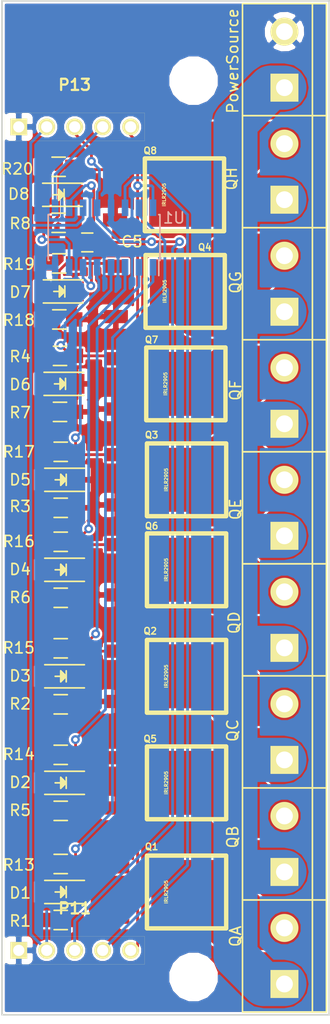
<source format=kicad_pcb>
(kicad_pcb (version 20170123) (host pcbnew no-vcs-found-6223534~58~ubuntu16.04.1)

  (general
    (links 95)
    (no_connects 9)
    (area 201.345619 37.770999 233.5025 132.4575)
    (thickness 1.6)
    (drawings 4)
    (tracks 318)
    (zones 0)
    (modules 47)
    (nets 32)
  )

  (page A4)
  (layers
    (0 F.Cu signal)
    (31 B.Cu signal)
    (32 B.Adhes user)
    (33 F.Adhes user)
    (34 B.Paste user)
    (35 F.Paste user)
    (36 B.SilkS user)
    (37 F.SilkS user)
    (38 B.Mask user)
    (39 F.Mask user)
    (40 Dwgs.User user)
    (41 Cmts.User user)
    (42 Eco1.User user hide)
    (43 Eco2.User user hide)
    (44 Edge.Cuts user)
    (45 Margin user hide)
    (46 B.CrtYd user hide)
    (47 F.CrtYd user hide)
    (48 B.Fab user hide)
    (49 F.Fab user hide)
  )

  (setup
    (last_trace_width 0.25)
    (trace_clearance 0.2)
    (zone_clearance 0)
    (zone_45_only yes)
    (trace_min 0.2)
    (segment_width 0.2)
    (edge_width 0.15)
    (via_size 0.8)
    (via_drill 0.4)
    (via_min_size 0.4)
    (via_min_drill 0.3)
    (uvia_size 0.3)
    (uvia_drill 0.1)
    (uvias_allowed no)
    (uvia_min_size 0.2)
    (uvia_min_drill 0.1)
    (pcb_text_width 0.3)
    (pcb_text_size 1.5 1.5)
    (mod_edge_width 0.15)
    (mod_text_size 1 1)
    (mod_text_width 0.15)
    (pad_size 1.524 1.524)
    (pad_drill 0.762)
    (pad_to_mask_clearance 0.2)
    (aux_axis_origin 0 0)
    (visible_elements FFFEFF7F)
    (pcbplotparams
      (layerselection 0x010f0_ffffffff)
      (usegerberextensions false)
      (excludeedgelayer true)
      (linewidth 0.100000)
      (plotframeref false)
      (viasonmask false)
      (mode 1)
      (useauxorigin false)
      (hpglpennumber 1)
      (hpglpenspeed 20)
      (hpglpendiameter 15)
      (psnegative false)
      (psa4output false)
      (plotreference true)
      (plotvalue true)
      (plotinvisibletext false)
      (padsonsilk false)
      (subtractmaskfromsilk false)
      (outputformat 1)
      (mirror false)
      (drillshape 0)
      (scaleselection 1)
      (outputdirectory /home/nail/tmp/plot/))
  )

  (net 0 "")
  (net 1 GND)
  (net 2 VCC)
  (net 3 "Net-(D1-Pad2)")
  (net 4 "Net-(D2-Pad2)")
  (net 5 "Net-(D3-Pad2)")
  (net 6 "Net-(D4-Pad2)")
  (net 7 "Net-(D5-Pad2)")
  (net 8 "Net-(D6-Pad2)")
  (net 9 "Net-(D7-Pad2)")
  (net 10 "Net-(D8-Pad2)")
  (net 11 /QA)
  (net 12 "Net-(P2-Pad2)")
  (net 13 /QC)
  (net 14 "Net-(P3-Pad2)")
  (net 15 /QE)
  (net 16 "Net-(P4-Pad2)")
  (net 17 /QG)
  (net 18 "Net-(P5-Pad2)")
  (net 19 /QB)
  (net 20 "Net-(P7-Pad2)")
  (net 21 /QD)
  (net 22 "Net-(P8-Pad2)")
  (net 23 /QF)
  (net 24 "Net-(P9-Pad2)")
  (net 25 /QH)
  (net 26 "Net-(P10-Pad2)")
  (net 27 /LATCH)
  (net 28 +12V)
  (net 29 /OUT)
  (net 30 /MOSI)
  (net 31 /SCK)

  (net_class Default "This is the default net class."
    (clearance 0.2)
    (trace_width 0.25)
    (via_dia 0.8)
    (via_drill 0.4)
    (uvia_dia 0.3)
    (uvia_drill 0.1)
    (add_net /CLOCK)
    (add_net /LATCH)
    (add_net /MOSI)
    (add_net /OUT)
    (add_net /QA)
    (add_net /QB)
    (add_net /QC)
    (add_net /QD)
    (add_net /QE)
    (add_net /QF)
    (add_net /QG)
    (add_net /QH)
    (add_net /SCK)
    (add_net GND)
    (add_net "Net-(D1-Pad2)")
    (add_net "Net-(D2-Pad2)")
    (add_net "Net-(D3-Pad2)")
    (add_net "Net-(D4-Pad2)")
    (add_net "Net-(D5-Pad2)")
    (add_net "Net-(D6-Pad2)")
    (add_net "Net-(D7-Pad2)")
    (add_net "Net-(D8-Pad2)")
    (add_net VCC)
  )

  (net_class 12V ""
    (clearance 0.2)
    (trace_width 4)
    (via_dia 1.2)
    (via_drill 0.8)
    (uvia_dia 0.3)
    (uvia_drill 0.1)
    (add_net +12V)
    (add_net "Net-(P10-Pad2)")
    (add_net "Net-(P2-Pad2)")
    (add_net "Net-(P3-Pad2)")
    (add_net "Net-(P4-Pad2)")
    (add_net "Net-(P5-Pad2)")
    (add_net "Net-(P7-Pad2)")
    (add_net "Net-(P8-Pad2)")
    (add_net "Net-(P9-Pad2)")
  )

  (module kicad-libraries:pin_array_5x1 (layer F.Cu) (tedit 54F7771E) (tstamp 58C95607)
    (at 208.28 49.276)
    (descr "Double rangee de contacts 2 x 4 pins")
    (tags CONN)
    (path /583FF8F0)
    (fp_text reference P13 (at 0 -3.81) (layer F.SilkS)
      (effects (font (size 1.016 1.016) (thickness 0.2032)))
    )
    (fp_text value CONN_01X05 (at 0 3.81) (layer F.SilkS) hide
      (effects (font (size 1.016 1.016) (thickness 0.2032)))
    )
    (fp_line (start -6.35 -1.27) (end -6.35 1.27) (layer F.SilkS) (width 0.01))
    (fp_line (start -6.35 1.27) (end 6.35 1.27) (layer F.SilkS) (width 0.01))
    (fp_line (start 6.35 1.27) (end 6.35 -1.27) (layer F.SilkS) (width 0.01))
    (fp_line (start 6.35 -1.27) (end -6.35 -1.27) (layer F.SilkS) (width 0.01))
    (pad 1 thru_hole rect (at -5.08 0) (size 1.524 1.524) (drill 1.016) (layers *.Cu *.Mask F.SilkS)
      (net 1 GND))
    (pad 2 thru_hole circle (at -2.54 0) (size 1.524 1.524) (drill 1.016) (layers *.Cu *.Mask F.SilkS)
      (net 31 /SCK))
    (pad 3 thru_hole circle (at 0 0) (size 1.524 1.524) (drill 1.016) (layers *.Cu *.Mask F.SilkS)
      (net 27 /LATCH))
    (pad 4 thru_hole circle (at 2.54 0) (size 1.524 1.524) (drill 1.016) (layers *.Cu *.Mask F.SilkS)
      (net 29 /OUT))
    (pad 5 thru_hole circle (at 5.08 0) (size 1.524 1.524) (drill 1.016) (layers *.Cu *.Mask F.SilkS)
      (net 2 VCC))
    (model pin_array/pins_array_4x2.wrl
      (at (xyz 0 0 0))
      (scale (xyz 1 1 1))
      (rotate (xyz 0 0 0))
    )
  )

  (module kicad-libraries:pin_array_5x1 (layer F.Cu) (tedit 54F7771E) (tstamp 58C955FA)
    (at 208.28 123.952)
    (descr "Double rangee de contacts 2 x 4 pins")
    (tags CONN)
    (path /583FC6C1)
    (fp_text reference P11 (at 0 -3.81) (layer F.SilkS)
      (effects (font (size 1.016 1.016) (thickness 0.2032)))
    )
    (fp_text value CONN_01X05 (at 0 3.81) (layer F.SilkS) hide
      (effects (font (size 1.016 1.016) (thickness 0.2032)))
    )
    (fp_line (start 6.35 -1.27) (end -6.35 -1.27) (layer F.SilkS) (width 0.01))
    (fp_line (start 6.35 1.27) (end 6.35 -1.27) (layer F.SilkS) (width 0.01))
    (fp_line (start -6.35 1.27) (end 6.35 1.27) (layer F.SilkS) (width 0.01))
    (fp_line (start -6.35 -1.27) (end -6.35 1.27) (layer F.SilkS) (width 0.01))
    (pad 5 thru_hole circle (at 5.08 0) (size 1.524 1.524) (drill 1.016) (layers *.Cu *.Mask F.SilkS)
      (net 2 VCC))
    (pad 4 thru_hole circle (at 2.54 0) (size 1.524 1.524) (drill 1.016) (layers *.Cu *.Mask F.SilkS)
      (net 30 /MOSI))
    (pad 3 thru_hole circle (at 0 0) (size 1.524 1.524) (drill 1.016) (layers *.Cu *.Mask F.SilkS)
      (net 27 /LATCH))
    (pad 2 thru_hole circle (at -2.54 0) (size 1.524 1.524) (drill 1.016) (layers *.Cu *.Mask F.SilkS)
      (net 31 /SCK))
    (pad 1 thru_hole rect (at -5.08 0) (size 1.524 1.524) (drill 1.016) (layers *.Cu *.Mask F.SilkS)
      (net 1 GND))
    (model pin_array/pins_array_4x2.wrl
      (at (xyz 0 0 0))
      (scale (xyz 1 1 1))
      (rotate (xyz 0 0 0))
    )
  )

  (module Connect:bornier2 (layer F.Cu) (tedit 589DCFC4) (tstamp 583E79A6)
    (at 227.33 104.14 90)
    (descr "Bornier d'alimentation 2 pins")
    (tags DEV)
    (path /583C1555)
    (fp_text reference QC (at 0.127 -4.699 90) (layer F.SilkS)
      (effects (font (size 1 1) (thickness 0.15)))
    )
    (fp_text value CONN_01X02 (at 0 5.08 90) (layer F.Fab)
      (effects (font (size 1 1) (thickness 0.15)))
    )
    (fp_line (start 5.08 2.54) (end -5.08 2.54) (layer F.SilkS) (width 0.15))
    (fp_line (start 5.08 3.81) (end 5.08 -3.81) (layer F.SilkS) (width 0.15))
    (fp_line (start 5.08 -3.81) (end -5.08 -3.81) (layer F.SilkS) (width 0.15))
    (fp_line (start -5.08 -3.81) (end -5.08 3.81) (layer F.SilkS) (width 0.15))
    (fp_line (start -5.08 3.81) (end 5.08 3.81) (layer F.SilkS) (width 0.15))
    (pad 1 thru_hole rect (at -2.54 0 90) (size 2.54 2.54) (drill 1.524) (layers *.Cu *.Mask F.SilkS)
      (net 28 +12V))
    (pad 2 thru_hole circle (at 2.54 0 90) (size 2.54 2.54) (drill 1.524) (layers *.Cu *.Mask F.SilkS)
      (net 14 "Net-(P3-Pad2)"))
    (model Connect.3dshapes/bornier2.wrl
      (at (xyz 0 0 0))
      (scale (xyz 1 1 1))
      (rotate (xyz 0 0 0))
    )
  )

  (module kicad-libraries:TO-252-3 (layer F.Cu) (tedit 589DCE99) (tstamp 583DC25A)
    (at 218.44 89.44 270)
    (path /583C1565)
    (fp_text reference Q6 (at -3.969 3.175) (layer F.SilkS)
      (effects (font (size 0.59944 0.59944) (thickness 0.12446)))
    )
    (fp_text value IRLR2905 (at 0 1.84912 270) (layer F.SilkS)
      (effects (font (size 0.29972 0.29972) (thickness 0.07112)))
    )
    (fp_line (start -3.29946 -3.59918) (end 3.29946 -3.59918) (layer F.SilkS) (width 0.39878))
    (fp_line (start 3.29946 -3.59918) (end 3.29946 3.59918) (layer F.SilkS) (width 0.39878))
    (fp_line (start 3.29946 3.59918) (end -3.29946 3.59918) (layer F.SilkS) (width 0.39878))
    (fp_line (start -3.29946 3.59918) (end -3.29946 -3.59918) (layer F.SilkS) (width 0.39878))
    (pad 1 smd rect (at -2.28092 6.2992 270) (size 1.19888 2.19964) (layers F.Cu F.Paste F.Mask)
      (net 21 /QD))
    (pad 2 smd rect (at 2.28092 6.2992 270) (size 1.19888 2.19964) (layers F.Cu F.Paste F.Mask)
      (net 1 GND))
    (pad 3 smd rect (at 0 0 270) (size 5.79882 6.4008) (layers F.Cu F.Paste F.Mask)
      (net 22 "Net-(P8-Pad2)"))
    (model ${KISYS3DMOD}/SMD_Packages.3dshapes/DPAK-3_GDS.wrl
      (at (xyz 0 -0.2401574803149606 0))
      (scale (xyz 1 1 1))
      (rotate (xyz 0 0 0))
    )
  )

  (module Connect:bornier2 (layer F.Cu) (tedit 589DD018) (tstamp 583E79BC)
    (at 227.33 63.5 90)
    (descr "Bornier d'alimentation 2 pins")
    (tags DEV)
    (path /583C17E8)
    (fp_text reference QG (at 0.127 -4.445 90) (layer F.SilkS)
      (effects (font (size 1 1) (thickness 0.15)))
    )
    (fp_text value CONN_01X02 (at 0 5.08 90) (layer F.Fab)
      (effects (font (size 1 1) (thickness 0.15)))
    )
    (fp_line (start 5.08 2.54) (end -5.08 2.54) (layer F.SilkS) (width 0.15))
    (fp_line (start 5.08 3.81) (end 5.08 -3.81) (layer F.SilkS) (width 0.15))
    (fp_line (start 5.08 -3.81) (end -5.08 -3.81) (layer F.SilkS) (width 0.15))
    (fp_line (start -5.08 -3.81) (end -5.08 3.81) (layer F.SilkS) (width 0.15))
    (fp_line (start -5.08 3.81) (end 5.08 3.81) (layer F.SilkS) (width 0.15))
    (pad 1 thru_hole rect (at -2.54 0 90) (size 2.54 2.54) (drill 1.524) (layers *.Cu *.Mask F.SilkS)
      (net 28 +12V))
    (pad 2 thru_hole circle (at 2.54 0 90) (size 2.54 2.54) (drill 1.524) (layers *.Cu *.Mask F.SilkS)
      (net 18 "Net-(P5-Pad2)"))
    (model Connect.3dshapes/bornier2.wrl
      (at (xyz 0 0 0))
      (scale (xyz 1 1 1))
      (rotate (xyz 0 0 0))
    )
  )

  (module Capacitors_SMD:C_0805_HandSoldering (layer F.Cu) (tedit 589DCECC) (tstamp 583DC168)
    (at 209.423 59.7535 180)
    (descr "Capacitor SMD 0805, hand soldering")
    (tags "capacitor 0805")
    (path /583CAA33)
    (attr smd)
    (fp_text reference C5 (at -4.064 0.0635 180) (layer F.SilkS)
      (effects (font (size 1 1) (thickness 0.15)))
    )
    (fp_text value 100n (at 0 2.1 180) (layer F.Fab)
      (effects (font (size 1 1) (thickness 0.15)))
    )
    (fp_line (start -2.3 -1) (end 2.3 -1) (layer F.CrtYd) (width 0.05))
    (fp_line (start -2.3 1) (end 2.3 1) (layer F.CrtYd) (width 0.05))
    (fp_line (start -2.3 -1) (end -2.3 1) (layer F.CrtYd) (width 0.05))
    (fp_line (start 2.3 -1) (end 2.3 1) (layer F.CrtYd) (width 0.05))
    (fp_line (start 0.5 -0.85) (end -0.5 -0.85) (layer F.SilkS) (width 0.15))
    (fp_line (start -0.5 0.85) (end 0.5 0.85) (layer F.SilkS) (width 0.15))
    (pad 1 smd rect (at -1.25 0 180) (size 1.5 1.25) (layers F.Cu F.Paste F.Mask)
      (net 2 VCC))
    (pad 2 smd rect (at 1.25 0 180) (size 1.5 1.25) (layers F.Cu F.Paste F.Mask)
      (net 1 GND))
    (model Capacitors_SMD.3dshapes/C_0805_HandSoldering.wrl
      (at (xyz 0 0 0))
      (scale (xyz 1 1 1))
      (rotate (xyz 0 0 0))
    )
  )

  (module LEDs:LED_1206 (layer F.Cu) (tedit 589DCE3F) (tstamp 583DC17E)
    (at 207.01 118.658 180)
    (descr "LED 1206 smd package")
    (tags "LED1206 SMD")
    (path /583BE10A)
    (attr smd)
    (fp_text reference D1 (at 3.683 -0.087 180) (layer F.SilkS)
      (effects (font (size 1 1) (thickness 0.15)))
    )
    (fp_text value LED (at 0 2 180) (layer F.Fab)
      (effects (font (size 1 1) (thickness 0.15)))
    )
    (fp_line (start -2.15 1.05) (end 1.45 1.05) (layer F.SilkS) (width 0.15))
    (fp_line (start -2.15 -1.05) (end 1.45 -1.05) (layer F.SilkS) (width 0.15))
    (fp_line (start -0.1 -0.3) (end -0.1 0.3) (layer F.SilkS) (width 0.15))
    (fp_line (start -0.1 0.3) (end -0.4 0) (layer F.SilkS) (width 0.15))
    (fp_line (start -0.4 0) (end -0.2 -0.2) (layer F.SilkS) (width 0.15))
    (fp_line (start -0.2 -0.2) (end -0.2 0.05) (layer F.SilkS) (width 0.15))
    (fp_line (start -0.2 0.05) (end -0.25 0) (layer F.SilkS) (width 0.15))
    (fp_line (start -0.5 -0.5) (end -0.5 0.5) (layer F.SilkS) (width 0.15))
    (fp_line (start 0 0) (end 0.5 0) (layer F.SilkS) (width 0.15))
    (fp_line (start -0.5 0) (end 0 -0.5) (layer F.SilkS) (width 0.15))
    (fp_line (start 0 -0.5) (end 0 0.5) (layer F.SilkS) (width 0.15))
    (fp_line (start 0 0.5) (end -0.5 0) (layer F.SilkS) (width 0.15))
    (fp_line (start 2.5 -1.25) (end -2.5 -1.25) (layer F.CrtYd) (width 0.05))
    (fp_line (start -2.5 -1.25) (end -2.5 1.25) (layer F.CrtYd) (width 0.05))
    (fp_line (start -2.5 1.25) (end 2.5 1.25) (layer F.CrtYd) (width 0.05))
    (fp_line (start 2.5 1.25) (end 2.5 -1.25) (layer F.CrtYd) (width 0.05))
    (pad 2 smd rect (at 1.41986 0) (size 1.59766 1.80086) (layers F.Cu F.Paste F.Mask)
      (net 3 "Net-(D1-Pad2)"))
    (pad 1 smd rect (at -1.41986 0) (size 1.59766 1.80086) (layers F.Cu F.Paste F.Mask)
      (net 1 GND))
    (model LEDs.3dshapes/LED_1206.wrl
      (at (xyz 0 0 0))
      (scale (xyz 1 1 1))
      (rotate (xyz 0 0 180))
    )
  )

  (module LEDs:LED_1206 (layer F.Cu) (tedit 589DCE31) (tstamp 583DC194)
    (at 207.01 108.76 180)
    (descr "LED 1206 smd package")
    (tags "LED1206 SMD")
    (path /583BE554)
    (attr smd)
    (fp_text reference D2 (at 3.683 0.048 180) (layer F.SilkS)
      (effects (font (size 1 1) (thickness 0.15)))
    )
    (fp_text value LED (at 0 2 180) (layer F.Fab)
      (effects (font (size 1 1) (thickness 0.15)))
    )
    (fp_line (start -2.15 1.05) (end 1.45 1.05) (layer F.SilkS) (width 0.15))
    (fp_line (start -2.15 -1.05) (end 1.45 -1.05) (layer F.SilkS) (width 0.15))
    (fp_line (start -0.1 -0.3) (end -0.1 0.3) (layer F.SilkS) (width 0.15))
    (fp_line (start -0.1 0.3) (end -0.4 0) (layer F.SilkS) (width 0.15))
    (fp_line (start -0.4 0) (end -0.2 -0.2) (layer F.SilkS) (width 0.15))
    (fp_line (start -0.2 -0.2) (end -0.2 0.05) (layer F.SilkS) (width 0.15))
    (fp_line (start -0.2 0.05) (end -0.25 0) (layer F.SilkS) (width 0.15))
    (fp_line (start -0.5 -0.5) (end -0.5 0.5) (layer F.SilkS) (width 0.15))
    (fp_line (start 0 0) (end 0.5 0) (layer F.SilkS) (width 0.15))
    (fp_line (start -0.5 0) (end 0 -0.5) (layer F.SilkS) (width 0.15))
    (fp_line (start 0 -0.5) (end 0 0.5) (layer F.SilkS) (width 0.15))
    (fp_line (start 0 0.5) (end -0.5 0) (layer F.SilkS) (width 0.15))
    (fp_line (start 2.5 -1.25) (end -2.5 -1.25) (layer F.CrtYd) (width 0.05))
    (fp_line (start -2.5 -1.25) (end -2.5 1.25) (layer F.CrtYd) (width 0.05))
    (fp_line (start -2.5 1.25) (end 2.5 1.25) (layer F.CrtYd) (width 0.05))
    (fp_line (start 2.5 1.25) (end 2.5 -1.25) (layer F.CrtYd) (width 0.05))
    (pad 2 smd rect (at 1.41986 0) (size 1.59766 1.80086) (layers F.Cu F.Paste F.Mask)
      (net 4 "Net-(D2-Pad2)"))
    (pad 1 smd rect (at -1.41986 0) (size 1.59766 1.80086) (layers F.Cu F.Paste F.Mask)
      (net 1 GND))
    (model LEDs.3dshapes/LED_1206.wrl
      (at (xyz 0 0 0))
      (scale (xyz 1 1 1))
      (rotate (xyz 0 0 180))
    )
  )

  (module LEDs:LED_1206 (layer F.Cu) (tedit 589DCE02) (tstamp 583DC1AA)
    (at 207.01 99.1 180)
    (descr "LED 1206 smd package")
    (tags "LED1206 SMD")
    (path /583BE6D1)
    (attr smd)
    (fp_text reference D3 (at 3.683 0.04 180) (layer F.SilkS)
      (effects (font (size 1 1) (thickness 0.15)))
    )
    (fp_text value LED (at 0 2 180) (layer F.Fab)
      (effects (font (size 1 1) (thickness 0.15)))
    )
    (fp_line (start -2.15 1.05) (end 1.45 1.05) (layer F.SilkS) (width 0.15))
    (fp_line (start -2.15 -1.05) (end 1.45 -1.05) (layer F.SilkS) (width 0.15))
    (fp_line (start -0.1 -0.3) (end -0.1 0.3) (layer F.SilkS) (width 0.15))
    (fp_line (start -0.1 0.3) (end -0.4 0) (layer F.SilkS) (width 0.15))
    (fp_line (start -0.4 0) (end -0.2 -0.2) (layer F.SilkS) (width 0.15))
    (fp_line (start -0.2 -0.2) (end -0.2 0.05) (layer F.SilkS) (width 0.15))
    (fp_line (start -0.2 0.05) (end -0.25 0) (layer F.SilkS) (width 0.15))
    (fp_line (start -0.5 -0.5) (end -0.5 0.5) (layer F.SilkS) (width 0.15))
    (fp_line (start 0 0) (end 0.5 0) (layer F.SilkS) (width 0.15))
    (fp_line (start -0.5 0) (end 0 -0.5) (layer F.SilkS) (width 0.15))
    (fp_line (start 0 -0.5) (end 0 0.5) (layer F.SilkS) (width 0.15))
    (fp_line (start 0 0.5) (end -0.5 0) (layer F.SilkS) (width 0.15))
    (fp_line (start 2.5 -1.25) (end -2.5 -1.25) (layer F.CrtYd) (width 0.05))
    (fp_line (start -2.5 -1.25) (end -2.5 1.25) (layer F.CrtYd) (width 0.05))
    (fp_line (start -2.5 1.25) (end 2.5 1.25) (layer F.CrtYd) (width 0.05))
    (fp_line (start 2.5 1.25) (end 2.5 -1.25) (layer F.CrtYd) (width 0.05))
    (pad 2 smd rect (at 1.41986 0) (size 1.59766 1.80086) (layers F.Cu F.Paste F.Mask)
      (net 5 "Net-(D3-Pad2)"))
    (pad 1 smd rect (at -1.41986 0) (size 1.59766 1.80086) (layers F.Cu F.Paste F.Mask)
      (net 1 GND))
    (model LEDs.3dshapes/LED_1206.wrl
      (at (xyz 0 0 0))
      (scale (xyz 1 1 1))
      (rotate (xyz 0 0 180))
    )
  )

  (module LEDs:LED_1206 (layer F.Cu) (tedit 589DCE0F) (tstamp 583DC1C0)
    (at 207.01 89.44 180)
    (descr "LED 1206 smd package")
    (tags "LED1206 SMD")
    (path /583BE6E7)
    (attr smd)
    (fp_text reference D4 (at 3.683 0.032 180) (layer F.SilkS)
      (effects (font (size 1 1) (thickness 0.15)))
    )
    (fp_text value LED (at 0 2 180) (layer F.Fab)
      (effects (font (size 1 1) (thickness 0.15)))
    )
    (fp_line (start -2.15 1.05) (end 1.45 1.05) (layer F.SilkS) (width 0.15))
    (fp_line (start -2.15 -1.05) (end 1.45 -1.05) (layer F.SilkS) (width 0.15))
    (fp_line (start -0.1 -0.3) (end -0.1 0.3) (layer F.SilkS) (width 0.15))
    (fp_line (start -0.1 0.3) (end -0.4 0) (layer F.SilkS) (width 0.15))
    (fp_line (start -0.4 0) (end -0.2 -0.2) (layer F.SilkS) (width 0.15))
    (fp_line (start -0.2 -0.2) (end -0.2 0.05) (layer F.SilkS) (width 0.15))
    (fp_line (start -0.2 0.05) (end -0.25 0) (layer F.SilkS) (width 0.15))
    (fp_line (start -0.5 -0.5) (end -0.5 0.5) (layer F.SilkS) (width 0.15))
    (fp_line (start 0 0) (end 0.5 0) (layer F.SilkS) (width 0.15))
    (fp_line (start -0.5 0) (end 0 -0.5) (layer F.SilkS) (width 0.15))
    (fp_line (start 0 -0.5) (end 0 0.5) (layer F.SilkS) (width 0.15))
    (fp_line (start 0 0.5) (end -0.5 0) (layer F.SilkS) (width 0.15))
    (fp_line (start 2.5 -1.25) (end -2.5 -1.25) (layer F.CrtYd) (width 0.05))
    (fp_line (start -2.5 -1.25) (end -2.5 1.25) (layer F.CrtYd) (width 0.05))
    (fp_line (start -2.5 1.25) (end 2.5 1.25) (layer F.CrtYd) (width 0.05))
    (fp_line (start 2.5 1.25) (end 2.5 -1.25) (layer F.CrtYd) (width 0.05))
    (pad 2 smd rect (at 1.41986 0) (size 1.59766 1.80086) (layers F.Cu F.Paste F.Mask)
      (net 6 "Net-(D4-Pad2)"))
    (pad 1 smd rect (at -1.41986 0) (size 1.59766 1.80086) (layers F.Cu F.Paste F.Mask)
      (net 1 GND))
    (model LEDs.3dshapes/LED_1206.wrl
      (at (xyz 0 0 0))
      (scale (xyz 1 1 1))
      (rotate (xyz 0 0 180))
    )
  )

  (module LEDs:LED_1206 (layer F.Cu) (tedit 589DCE12) (tstamp 583DC1D6)
    (at 207.01 81.28 180)
    (descr "LED 1206 smd package")
    (tags "LED1206 SMD")
    (path /583BE929)
    (attr smd)
    (fp_text reference D5 (at 3.683 0 180) (layer F.SilkS)
      (effects (font (size 1 1) (thickness 0.15)))
    )
    (fp_text value LED (at 0 2 180) (layer F.Fab)
      (effects (font (size 1 1) (thickness 0.15)))
    )
    (fp_line (start -2.15 1.05) (end 1.45 1.05) (layer F.SilkS) (width 0.15))
    (fp_line (start -2.15 -1.05) (end 1.45 -1.05) (layer F.SilkS) (width 0.15))
    (fp_line (start -0.1 -0.3) (end -0.1 0.3) (layer F.SilkS) (width 0.15))
    (fp_line (start -0.1 0.3) (end -0.4 0) (layer F.SilkS) (width 0.15))
    (fp_line (start -0.4 0) (end -0.2 -0.2) (layer F.SilkS) (width 0.15))
    (fp_line (start -0.2 -0.2) (end -0.2 0.05) (layer F.SilkS) (width 0.15))
    (fp_line (start -0.2 0.05) (end -0.25 0) (layer F.SilkS) (width 0.15))
    (fp_line (start -0.5 -0.5) (end -0.5 0.5) (layer F.SilkS) (width 0.15))
    (fp_line (start 0 0) (end 0.5 0) (layer F.SilkS) (width 0.15))
    (fp_line (start -0.5 0) (end 0 -0.5) (layer F.SilkS) (width 0.15))
    (fp_line (start 0 -0.5) (end 0 0.5) (layer F.SilkS) (width 0.15))
    (fp_line (start 0 0.5) (end -0.5 0) (layer F.SilkS) (width 0.15))
    (fp_line (start 2.5 -1.25) (end -2.5 -1.25) (layer F.CrtYd) (width 0.05))
    (fp_line (start -2.5 -1.25) (end -2.5 1.25) (layer F.CrtYd) (width 0.05))
    (fp_line (start -2.5 1.25) (end 2.5 1.25) (layer F.CrtYd) (width 0.05))
    (fp_line (start 2.5 1.25) (end 2.5 -1.25) (layer F.CrtYd) (width 0.05))
    (pad 2 smd rect (at 1.41986 0) (size 1.59766 1.80086) (layers F.Cu F.Paste F.Mask)
      (net 7 "Net-(D5-Pad2)"))
    (pad 1 smd rect (at -1.41986 0) (size 1.59766 1.80086) (layers F.Cu F.Paste F.Mask)
      (net 1 GND))
    (model LEDs.3dshapes/LED_1206.wrl
      (at (xyz 0 0 0))
      (scale (xyz 1 1 1))
      (rotate (xyz 0 0 180))
    )
  )

  (module LEDs:LED_1206 (layer F.Cu) (tedit 589DCE17) (tstamp 583DC1EC)
    (at 206.9465 72.5805 180)
    (descr "LED 1206 smd package")
    (tags "LED1206 SMD")
    (path /583BE93F)
    (attr smd)
    (fp_text reference D6 (at 3.6195 -0.0635 180) (layer F.SilkS)
      (effects (font (size 1 1) (thickness 0.15)))
    )
    (fp_text value LED (at 0 2 180) (layer F.Fab)
      (effects (font (size 1 1) (thickness 0.15)))
    )
    (fp_line (start -2.15 1.05) (end 1.45 1.05) (layer F.SilkS) (width 0.15))
    (fp_line (start -2.15 -1.05) (end 1.45 -1.05) (layer F.SilkS) (width 0.15))
    (fp_line (start -0.1 -0.3) (end -0.1 0.3) (layer F.SilkS) (width 0.15))
    (fp_line (start -0.1 0.3) (end -0.4 0) (layer F.SilkS) (width 0.15))
    (fp_line (start -0.4 0) (end -0.2 -0.2) (layer F.SilkS) (width 0.15))
    (fp_line (start -0.2 -0.2) (end -0.2 0.05) (layer F.SilkS) (width 0.15))
    (fp_line (start -0.2 0.05) (end -0.25 0) (layer F.SilkS) (width 0.15))
    (fp_line (start -0.5 -0.5) (end -0.5 0.5) (layer F.SilkS) (width 0.15))
    (fp_line (start 0 0) (end 0.5 0) (layer F.SilkS) (width 0.15))
    (fp_line (start -0.5 0) (end 0 -0.5) (layer F.SilkS) (width 0.15))
    (fp_line (start 0 -0.5) (end 0 0.5) (layer F.SilkS) (width 0.15))
    (fp_line (start 0 0.5) (end -0.5 0) (layer F.SilkS) (width 0.15))
    (fp_line (start 2.5 -1.25) (end -2.5 -1.25) (layer F.CrtYd) (width 0.05))
    (fp_line (start -2.5 -1.25) (end -2.5 1.25) (layer F.CrtYd) (width 0.05))
    (fp_line (start -2.5 1.25) (end 2.5 1.25) (layer F.CrtYd) (width 0.05))
    (fp_line (start 2.5 1.25) (end 2.5 -1.25) (layer F.CrtYd) (width 0.05))
    (pad 2 smd rect (at 1.41986 0) (size 1.59766 1.80086) (layers F.Cu F.Paste F.Mask)
      (net 8 "Net-(D6-Pad2)"))
    (pad 1 smd rect (at -1.41986 0) (size 1.59766 1.80086) (layers F.Cu F.Paste F.Mask)
      (net 1 GND))
    (model LEDs.3dshapes/LED_1206.wrl
      (at (xyz 0 0 0))
      (scale (xyz 1 1 1))
      (rotate (xyz 0 0 180))
    )
  )

  (module LEDs:LED_1206 (layer F.Cu) (tedit 589DCE1C) (tstamp 583DC202)
    (at 206.883 64.1985 180)
    (descr "LED 1206 smd package")
    (tags "LED1206 SMD")
    (path /583BE955)
    (attr smd)
    (fp_text reference D7 (at 3.556 -0.0635 180) (layer F.SilkS)
      (effects (font (size 1 1) (thickness 0.15)))
    )
    (fp_text value LED (at 0 2 180) (layer F.Fab)
      (effects (font (size 1 1) (thickness 0.15)))
    )
    (fp_line (start -2.15 1.05) (end 1.45 1.05) (layer F.SilkS) (width 0.15))
    (fp_line (start -2.15 -1.05) (end 1.45 -1.05) (layer F.SilkS) (width 0.15))
    (fp_line (start -0.1 -0.3) (end -0.1 0.3) (layer F.SilkS) (width 0.15))
    (fp_line (start -0.1 0.3) (end -0.4 0) (layer F.SilkS) (width 0.15))
    (fp_line (start -0.4 0) (end -0.2 -0.2) (layer F.SilkS) (width 0.15))
    (fp_line (start -0.2 -0.2) (end -0.2 0.05) (layer F.SilkS) (width 0.15))
    (fp_line (start -0.2 0.05) (end -0.25 0) (layer F.SilkS) (width 0.15))
    (fp_line (start -0.5 -0.5) (end -0.5 0.5) (layer F.SilkS) (width 0.15))
    (fp_line (start 0 0) (end 0.5 0) (layer F.SilkS) (width 0.15))
    (fp_line (start -0.5 0) (end 0 -0.5) (layer F.SilkS) (width 0.15))
    (fp_line (start 0 -0.5) (end 0 0.5) (layer F.SilkS) (width 0.15))
    (fp_line (start 0 0.5) (end -0.5 0) (layer F.SilkS) (width 0.15))
    (fp_line (start 2.5 -1.25) (end -2.5 -1.25) (layer F.CrtYd) (width 0.05))
    (fp_line (start -2.5 -1.25) (end -2.5 1.25) (layer F.CrtYd) (width 0.05))
    (fp_line (start -2.5 1.25) (end 2.5 1.25) (layer F.CrtYd) (width 0.05))
    (fp_line (start 2.5 1.25) (end 2.5 -1.25) (layer F.CrtYd) (width 0.05))
    (pad 2 smd rect (at 1.41986 0) (size 1.59766 1.80086) (layers F.Cu F.Paste F.Mask)
      (net 9 "Net-(D7-Pad2)"))
    (pad 1 smd rect (at -1.41986 0) (size 1.59766 1.80086) (layers F.Cu F.Paste F.Mask)
      (net 1 GND))
    (model LEDs.3dshapes/LED_1206.wrl
      (at (xyz 0 0 0))
      (scale (xyz 1 1 1))
      (rotate (xyz 0 0 180))
    )
  )

  (module LEDs:LED_1206 (layer F.Cu) (tedit 589DCD01) (tstamp 583DC218)
    (at 206.8195 55.4355 180)
    (descr "LED 1206 smd package")
    (tags "LED1206 SMD")
    (path /583BE96B)
    (attr smd)
    (fp_text reference D8 (at 3.6195 0.0635 180) (layer F.SilkS)
      (effects (font (size 1 1) (thickness 0.15)))
    )
    (fp_text value LED (at 0 2 180) (layer F.Fab)
      (effects (font (size 1 1) (thickness 0.15)))
    )
    (fp_line (start -2.15 1.05) (end 1.45 1.05) (layer F.SilkS) (width 0.15))
    (fp_line (start -2.15 -1.05) (end 1.45 -1.05) (layer F.SilkS) (width 0.15))
    (fp_line (start -0.1 -0.3) (end -0.1 0.3) (layer F.SilkS) (width 0.15))
    (fp_line (start -0.1 0.3) (end -0.4 0) (layer F.SilkS) (width 0.15))
    (fp_line (start -0.4 0) (end -0.2 -0.2) (layer F.SilkS) (width 0.15))
    (fp_line (start -0.2 -0.2) (end -0.2 0.05) (layer F.SilkS) (width 0.15))
    (fp_line (start -0.2 0.05) (end -0.25 0) (layer F.SilkS) (width 0.15))
    (fp_line (start -0.5 -0.5) (end -0.5 0.5) (layer F.SilkS) (width 0.15))
    (fp_line (start 0 0) (end 0.5 0) (layer F.SilkS) (width 0.15))
    (fp_line (start -0.5 0) (end 0 -0.5) (layer F.SilkS) (width 0.15))
    (fp_line (start 0 -0.5) (end 0 0.5) (layer F.SilkS) (width 0.15))
    (fp_line (start 0 0.5) (end -0.5 0) (layer F.SilkS) (width 0.15))
    (fp_line (start 2.5 -1.25) (end -2.5 -1.25) (layer F.CrtYd) (width 0.05))
    (fp_line (start -2.5 -1.25) (end -2.5 1.25) (layer F.CrtYd) (width 0.05))
    (fp_line (start -2.5 1.25) (end 2.5 1.25) (layer F.CrtYd) (width 0.05))
    (fp_line (start 2.5 1.25) (end 2.5 -1.25) (layer F.CrtYd) (width 0.05))
    (pad 2 smd rect (at 1.41986 0) (size 1.59766 1.80086) (layers F.Cu F.Paste F.Mask)
      (net 10 "Net-(D8-Pad2)"))
    (pad 1 smd rect (at -1.41986 0) (size 1.59766 1.80086) (layers F.Cu F.Paste F.Mask)
      (net 1 GND))
    (model LEDs.3dshapes/LED_1206.wrl
      (at (xyz 0 0 0))
      (scale (xyz 1 1 1))
      (rotate (xyz 0 0 180))
    )
  )

  (module kicad-libraries:TO-252-3 (layer F.Cu) (tedit 589DCE8A) (tstamp 583DC223)
    (at 218.44 118.658 270)
    (path /583BF6B3)
    (fp_text reference Q1 (at -4.104 3.175 180) (layer F.SilkS)
      (effects (font (size 0.59944 0.59944) (thickness 0.12446)))
    )
    (fp_text value IRLR2905 (at 0 1.84912 270) (layer F.SilkS)
      (effects (font (size 0.29972 0.29972) (thickness 0.07112)))
    )
    (fp_line (start -3.29946 -3.59918) (end 3.29946 -3.59918) (layer F.SilkS) (width 0.39878))
    (fp_line (start 3.29946 -3.59918) (end 3.29946 3.59918) (layer F.SilkS) (width 0.39878))
    (fp_line (start 3.29946 3.59918) (end -3.29946 3.59918) (layer F.SilkS) (width 0.39878))
    (fp_line (start -3.29946 3.59918) (end -3.29946 -3.59918) (layer F.SilkS) (width 0.39878))
    (pad 1 smd rect (at -2.28092 6.2992 270) (size 1.19888 2.19964) (layers F.Cu F.Paste F.Mask)
      (net 11 /QA))
    (pad 2 smd rect (at 2.28092 6.2992 270) (size 1.19888 2.19964) (layers F.Cu F.Paste F.Mask)
      (net 1 GND))
    (pad 3 smd rect (at 0 0 270) (size 5.79882 6.4008) (layers F.Cu F.Paste F.Mask)
      (net 12 "Net-(P2-Pad2)"))
    (model ${KISYS3DMOD}/SMD_Packages.3dshapes/DPAK-3_GDS.wrl
      (at (xyz 0 -0.2401574803149606 0))
      (scale (xyz 1 1 1))
      (rotate (xyz 0 0 0))
    )
  )

  (module kicad-libraries:TO-252-3 (layer F.Cu) (tedit 589DCE95) (tstamp 583DC22E)
    (at 218.44 99.1 270)
    (path /583C153C)
    (fp_text reference Q2 (at -4.104 3.302) (layer F.SilkS)
      (effects (font (size 0.59944 0.59944) (thickness 0.12446)))
    )
    (fp_text value IRLR2905 (at 0 1.84912 270) (layer F.SilkS)
      (effects (font (size 0.29972 0.29972) (thickness 0.07112)))
    )
    (fp_line (start -3.29946 -3.59918) (end 3.29946 -3.59918) (layer F.SilkS) (width 0.39878))
    (fp_line (start 3.29946 -3.59918) (end 3.29946 3.59918) (layer F.SilkS) (width 0.39878))
    (fp_line (start 3.29946 3.59918) (end -3.29946 3.59918) (layer F.SilkS) (width 0.39878))
    (fp_line (start -3.29946 3.59918) (end -3.29946 -3.59918) (layer F.SilkS) (width 0.39878))
    (pad 1 smd rect (at -2.28092 6.2992 270) (size 1.19888 2.19964) (layers F.Cu F.Paste F.Mask)
      (net 13 /QC))
    (pad 2 smd rect (at 2.28092 6.2992 270) (size 1.19888 2.19964) (layers F.Cu F.Paste F.Mask)
      (net 1 GND))
    (pad 3 smd rect (at 0 0 270) (size 5.79882 6.4008) (layers F.Cu F.Paste F.Mask)
      (net 14 "Net-(P3-Pad2)"))
    (model ${KISYS3DMOD}/SMD_Packages.3dshapes/DPAK-3_GDS.wrl
      (at (xyz 0 -0.2401574803149606 0))
      (scale (xyz 1 1 1))
      (rotate (xyz 0 0 0))
    )
  )

  (module kicad-libraries:TO-252-3 (layer F.Cu) (tedit 589DCE9E) (tstamp 583DC239)
    (at 218.44 81.28 270)
    (path /583C177D)
    (fp_text reference Q3 (at -4.064 3.175) (layer F.SilkS)
      (effects (font (size 0.59944 0.59944) (thickness 0.12446)))
    )
    (fp_text value IRLR2905 (at 0 1.84912 270) (layer F.SilkS)
      (effects (font (size 0.29972 0.29972) (thickness 0.07112)))
    )
    (fp_line (start -3.29946 -3.59918) (end 3.29946 -3.59918) (layer F.SilkS) (width 0.39878))
    (fp_line (start 3.29946 -3.59918) (end 3.29946 3.59918) (layer F.SilkS) (width 0.39878))
    (fp_line (start 3.29946 3.59918) (end -3.29946 3.59918) (layer F.SilkS) (width 0.39878))
    (fp_line (start -3.29946 3.59918) (end -3.29946 -3.59918) (layer F.SilkS) (width 0.39878))
    (pad 1 smd rect (at -2.28092 6.2992 270) (size 1.19888 2.19964) (layers F.Cu F.Paste F.Mask)
      (net 15 /QE))
    (pad 2 smd rect (at 2.28092 6.2992 270) (size 1.19888 2.19964) (layers F.Cu F.Paste F.Mask)
      (net 1 GND))
    (pad 3 smd rect (at 0 0 270) (size 5.79882 6.4008) (layers F.Cu F.Paste F.Mask)
      (net 16 "Net-(P4-Pad2)"))
    (model ${KISYS3DMOD}/SMD_Packages.3dshapes/DPAK-3_GDS.wrl
      (at (xyz 0 -0.2401574803149606 0))
      (scale (xyz 1 1 1))
      (rotate (xyz 0 0 0))
    )
  )

  (module kicad-libraries:TO-252-3 (layer F.Cu) (tedit 589DCEB2) (tstamp 583DC244)
    (at 218.313 64.1985 270)
    (path /583C17CF)
    (fp_text reference Q4 (at -4.0005 -1.778) (layer F.SilkS)
      (effects (font (size 0.59944 0.59944) (thickness 0.12446)))
    )
    (fp_text value IRLR2905 (at 0 1.84912 270) (layer F.SilkS)
      (effects (font (size 0.29972 0.29972) (thickness 0.07112)))
    )
    (fp_line (start -3.29946 -3.59918) (end 3.29946 -3.59918) (layer F.SilkS) (width 0.39878))
    (fp_line (start 3.29946 -3.59918) (end 3.29946 3.59918) (layer F.SilkS) (width 0.39878))
    (fp_line (start 3.29946 3.59918) (end -3.29946 3.59918) (layer F.SilkS) (width 0.39878))
    (fp_line (start -3.29946 3.59918) (end -3.29946 -3.59918) (layer F.SilkS) (width 0.39878))
    (pad 1 smd rect (at -2.28092 6.2992 270) (size 1.19888 2.19964) (layers F.Cu F.Paste F.Mask)
      (net 17 /QG))
    (pad 2 smd rect (at 2.28092 6.2992 270) (size 1.19888 2.19964) (layers F.Cu F.Paste F.Mask)
      (net 1 GND))
    (pad 3 smd rect (at 0 0 270) (size 5.79882 6.4008) (layers F.Cu F.Paste F.Mask)
      (net 18 "Net-(P5-Pad2)"))
    (model ${KISYS3DMOD}/SMD_Packages.3dshapes/DPAK-3_GDS.wrl
      (at (xyz 0 -0.2401574803149606 0))
      (scale (xyz 1 1 1))
      (rotate (xyz 0 0 0))
    )
  )

  (module kicad-libraries:TO-252-3 (layer F.Cu) (tedit 589DCE90) (tstamp 583DC24F)
    (at 218.44 108.76 270)
    (path /583C13DE)
    (fp_text reference Q5 (at -3.985 3.302) (layer F.SilkS)
      (effects (font (size 0.59944 0.59944) (thickness 0.12446)))
    )
    (fp_text value IRLR2905 (at 0 1.84912 270) (layer F.SilkS)
      (effects (font (size 0.29972 0.29972) (thickness 0.07112)))
    )
    (fp_line (start -3.29946 -3.59918) (end 3.29946 -3.59918) (layer F.SilkS) (width 0.39878))
    (fp_line (start 3.29946 -3.59918) (end 3.29946 3.59918) (layer F.SilkS) (width 0.39878))
    (fp_line (start 3.29946 3.59918) (end -3.29946 3.59918) (layer F.SilkS) (width 0.39878))
    (fp_line (start -3.29946 3.59918) (end -3.29946 -3.59918) (layer F.SilkS) (width 0.39878))
    (pad 1 smd rect (at -2.28092 6.2992 270) (size 1.19888 2.19964) (layers F.Cu F.Paste F.Mask)
      (net 19 /QB))
    (pad 2 smd rect (at 2.28092 6.2992 270) (size 1.19888 2.19964) (layers F.Cu F.Paste F.Mask)
      (net 1 GND))
    (pad 3 smd rect (at 0 0 270) (size 5.79882 6.4008) (layers F.Cu F.Paste F.Mask)
      (net 20 "Net-(P7-Pad2)"))
    (model ${KISYS3DMOD}/SMD_Packages.3dshapes/DPAK-3_GDS.wrl
      (at (xyz 0 -0.2401574803149606 0))
      (scale (xyz 1 1 1))
      (rotate (xyz 0 0 0))
    )
  )

  (module kicad-libraries:TO-252-3 (layer F.Cu) (tedit 589DCEA5) (tstamp 583DC265)
    (at 218.3765 72.5805 270)
    (path /583C17A6)
    (fp_text reference Q7 (at -4.0005 3.1115) (layer F.SilkS)
      (effects (font (size 0.59944 0.59944) (thickness 0.12446)))
    )
    (fp_text value IRLR2905 (at 0 1.84912 270) (layer F.SilkS)
      (effects (font (size 0.29972 0.29972) (thickness 0.07112)))
    )
    (fp_line (start -3.29946 -3.59918) (end 3.29946 -3.59918) (layer F.SilkS) (width 0.39878))
    (fp_line (start 3.29946 -3.59918) (end 3.29946 3.59918) (layer F.SilkS) (width 0.39878))
    (fp_line (start 3.29946 3.59918) (end -3.29946 3.59918) (layer F.SilkS) (width 0.39878))
    (fp_line (start -3.29946 3.59918) (end -3.29946 -3.59918) (layer F.SilkS) (width 0.39878))
    (pad 1 smd rect (at -2.28092 6.2992 270) (size 1.19888 2.19964) (layers F.Cu F.Paste F.Mask)
      (net 23 /QF))
    (pad 2 smd rect (at 2.28092 6.2992 270) (size 1.19888 2.19964) (layers F.Cu F.Paste F.Mask)
      (net 1 GND))
    (pad 3 smd rect (at 0 0 270) (size 5.79882 6.4008) (layers F.Cu F.Paste F.Mask)
      (net 24 "Net-(P9-Pad2)"))
    (model ${KISYS3DMOD}/SMD_Packages.3dshapes/DPAK-3_GDS.wrl
      (at (xyz 0 -0.2401574803149606 0))
      (scale (xyz 1 1 1))
      (rotate (xyz 0 0 0))
    )
  )

  (module kicad-libraries:TO-252-3 (layer F.Cu) (tedit 589DCEB7) (tstamp 583DC270)
    (at 218.2495 55.4355 270)
    (path /583C17F8)
    (fp_text reference Q8 (at -4.0005 3.1115) (layer F.SilkS)
      (effects (font (size 0.59944 0.59944) (thickness 0.12446)))
    )
    (fp_text value IRLR2905 (at 0 1.84912 270) (layer F.SilkS)
      (effects (font (size 0.29972 0.29972) (thickness 0.07112)))
    )
    (fp_line (start -3.29946 -3.59918) (end 3.29946 -3.59918) (layer F.SilkS) (width 0.39878))
    (fp_line (start 3.29946 -3.59918) (end 3.29946 3.59918) (layer F.SilkS) (width 0.39878))
    (fp_line (start 3.29946 3.59918) (end -3.29946 3.59918) (layer F.SilkS) (width 0.39878))
    (fp_line (start -3.29946 3.59918) (end -3.29946 -3.59918) (layer F.SilkS) (width 0.39878))
    (pad 1 smd rect (at -2.28092 6.2992 270) (size 1.19888 2.19964) (layers F.Cu F.Paste F.Mask)
      (net 25 /QH))
    (pad 2 smd rect (at 2.28092 6.2992 270) (size 1.19888 2.19964) (layers F.Cu F.Paste F.Mask)
      (net 1 GND))
    (pad 3 smd rect (at 0 0 270) (size 5.79882 6.4008) (layers F.Cu F.Paste F.Mask)
      (net 26 "Net-(P10-Pad2)"))
    (model ${KISYS3DMOD}/SMD_Packages.3dshapes/DPAK-3_GDS.wrl
      (at (xyz 0 -0.2401574803149606 0))
      (scale (xyz 1 1 1))
      (rotate (xyz 0 0 0))
    )
  )

  (module Resistors_SMD:R_0805_HandSoldering (layer F.Cu) (tedit 589DCE4D) (tstamp 583DC27C)
    (at 207.01 121.198 180)
    (descr "Resistor SMD 0805, hand soldering")
    (tags "resistor 0805")
    (path /583C01C7)
    (attr smd)
    (fp_text reference R1 (at 3.683 -0.087 180) (layer F.SilkS)
      (effects (font (size 1 1) (thickness 0.15)))
    )
    (fp_text value 10k (at 0 2.1 180) (layer F.Fab)
      (effects (font (size 1 1) (thickness 0.15)))
    )
    (fp_line (start -2.4 -1) (end 2.4 -1) (layer F.CrtYd) (width 0.05))
    (fp_line (start -2.4 1) (end 2.4 1) (layer F.CrtYd) (width 0.05))
    (fp_line (start -2.4 -1) (end -2.4 1) (layer F.CrtYd) (width 0.05))
    (fp_line (start 2.4 -1) (end 2.4 1) (layer F.CrtYd) (width 0.05))
    (fp_line (start 0.6 0.875) (end -0.6 0.875) (layer F.SilkS) (width 0.15))
    (fp_line (start -0.6 -0.875) (end 0.6 -0.875) (layer F.SilkS) (width 0.15))
    (pad 1 smd rect (at -1.35 0 180) (size 1.5 1.3) (layers F.Cu F.Paste F.Mask)
      (net 1 GND))
    (pad 2 smd rect (at 1.35 0 180) (size 1.5 1.3) (layers F.Cu F.Paste F.Mask)
      (net 11 /QA))
    (model Resistors_SMD.3dshapes/R_0805_HandSoldering.wrl
      (at (xyz 0 0 0))
      (scale (xyz 1 1 1))
      (rotate (xyz 0 0 0))
    )
  )

  (module Resistors_SMD:R_0805_HandSoldering (layer F.Cu) (tedit 589DCE0A) (tstamp 583DC288)
    (at 207.01 101.64 180)
    (descr "Resistor SMD 0805, hand soldering")
    (tags "resistor 0805")
    (path /583C1542)
    (attr smd)
    (fp_text reference R2 (at 3.683 0.04 180) (layer F.SilkS)
      (effects (font (size 1 1) (thickness 0.15)))
    )
    (fp_text value 10k (at 0 2.1 180) (layer F.Fab)
      (effects (font (size 1 1) (thickness 0.15)))
    )
    (fp_line (start -2.4 -1) (end 2.4 -1) (layer F.CrtYd) (width 0.05))
    (fp_line (start -2.4 1) (end 2.4 1) (layer F.CrtYd) (width 0.05))
    (fp_line (start -2.4 -1) (end -2.4 1) (layer F.CrtYd) (width 0.05))
    (fp_line (start 2.4 -1) (end 2.4 1) (layer F.CrtYd) (width 0.05))
    (fp_line (start 0.6 0.875) (end -0.6 0.875) (layer F.SilkS) (width 0.15))
    (fp_line (start -0.6 -0.875) (end 0.6 -0.875) (layer F.SilkS) (width 0.15))
    (pad 1 smd rect (at -1.35 0 180) (size 1.5 1.3) (layers F.Cu F.Paste F.Mask)
      (net 1 GND))
    (pad 2 smd rect (at 1.35 0 180) (size 1.5 1.3) (layers F.Cu F.Paste F.Mask)
      (net 13 /QC))
    (model Resistors_SMD.3dshapes/R_0805_HandSoldering.wrl
      (at (xyz 0 0 0))
      (scale (xyz 1 1 1))
      (rotate (xyz 0 0 0))
    )
  )

  (module Resistors_SMD:R_0805_HandSoldering (layer F.Cu) (tedit 589DCE14) (tstamp 583DC294)
    (at 207.01 83.82 180)
    (descr "Resistor SMD 0805, hand soldering")
    (tags "resistor 0805")
    (path /583C1783)
    (attr smd)
    (fp_text reference R3 (at 3.683 0.127 180) (layer F.SilkS)
      (effects (font (size 1 1) (thickness 0.15)))
    )
    (fp_text value 10k (at 0 2.1 180) (layer F.Fab)
      (effects (font (size 1 1) (thickness 0.15)))
    )
    (fp_line (start -2.4 -1) (end 2.4 -1) (layer F.CrtYd) (width 0.05))
    (fp_line (start -2.4 1) (end 2.4 1) (layer F.CrtYd) (width 0.05))
    (fp_line (start -2.4 -1) (end -2.4 1) (layer F.CrtYd) (width 0.05))
    (fp_line (start 2.4 -1) (end 2.4 1) (layer F.CrtYd) (width 0.05))
    (fp_line (start 0.6 0.875) (end -0.6 0.875) (layer F.SilkS) (width 0.15))
    (fp_line (start -0.6 -0.875) (end 0.6 -0.875) (layer F.SilkS) (width 0.15))
    (pad 1 smd rect (at -1.35 0 180) (size 1.5 1.3) (layers F.Cu F.Paste F.Mask)
      (net 1 GND))
    (pad 2 smd rect (at 1.35 0 180) (size 1.5 1.3) (layers F.Cu F.Paste F.Mask)
      (net 15 /QE))
    (model Resistors_SMD.3dshapes/R_0805_HandSoldering.wrl
      (at (xyz 0 0 0))
      (scale (xyz 1 1 1))
      (rotate (xyz 0 0 0))
    )
  )

  (module Resistors_SMD:R_0805_HandSoldering (layer F.Cu) (tedit 589DCE19) (tstamp 583DC2A0)
    (at 206.883 66.7385 180)
    (descr "Resistor SMD 0805, hand soldering")
    (tags "resistor 0805")
    (path /583C17D5)
    (attr smd)
    (fp_text reference R4 (at 3.556 -3.3655 180) (layer F.SilkS)
      (effects (font (size 1 1) (thickness 0.15)))
    )
    (fp_text value 10k (at 0 2.1 180) (layer F.Fab)
      (effects (font (size 1 1) (thickness 0.15)))
    )
    (fp_line (start -2.4 -1) (end 2.4 -1) (layer F.CrtYd) (width 0.05))
    (fp_line (start -2.4 1) (end 2.4 1) (layer F.CrtYd) (width 0.05))
    (fp_line (start -2.4 -1) (end -2.4 1) (layer F.CrtYd) (width 0.05))
    (fp_line (start 2.4 -1) (end 2.4 1) (layer F.CrtYd) (width 0.05))
    (fp_line (start 0.6 0.875) (end -0.6 0.875) (layer F.SilkS) (width 0.15))
    (fp_line (start -0.6 -0.875) (end 0.6 -0.875) (layer F.SilkS) (width 0.15))
    (pad 1 smd rect (at -1.35 0 180) (size 1.5 1.3) (layers F.Cu F.Paste F.Mask)
      (net 1 GND))
    (pad 2 smd rect (at 1.35 0 180) (size 1.5 1.3) (layers F.Cu F.Paste F.Mask)
      (net 17 /QG))
    (model Resistors_SMD.3dshapes/R_0805_HandSoldering.wrl
      (at (xyz 0 0 0))
      (scale (xyz 1 1 1))
      (rotate (xyz 0 0 0))
    )
  )

  (module Resistors_SMD:R_0805_HandSoldering (layer F.Cu) (tedit 589DCE35) (tstamp 583DC2AC)
    (at 207.01 111.3 180)
    (descr "Resistor SMD 0805, hand soldering")
    (tags "resistor 0805")
    (path /583C13E4)
    (attr smd)
    (fp_text reference R5 (at 3.683 0.048 180) (layer F.SilkS)
      (effects (font (size 1 1) (thickness 0.15)))
    )
    (fp_text value 10k (at 0 2.1 180) (layer F.Fab)
      (effects (font (size 1 1) (thickness 0.15)))
    )
    (fp_line (start -2.4 -1) (end 2.4 -1) (layer F.CrtYd) (width 0.05))
    (fp_line (start -2.4 1) (end 2.4 1) (layer F.CrtYd) (width 0.05))
    (fp_line (start -2.4 -1) (end -2.4 1) (layer F.CrtYd) (width 0.05))
    (fp_line (start 2.4 -1) (end 2.4 1) (layer F.CrtYd) (width 0.05))
    (fp_line (start 0.6 0.875) (end -0.6 0.875) (layer F.SilkS) (width 0.15))
    (fp_line (start -0.6 -0.875) (end 0.6 -0.875) (layer F.SilkS) (width 0.15))
    (pad 1 smd rect (at -1.35 0 180) (size 1.5 1.3) (layers F.Cu F.Paste F.Mask)
      (net 1 GND))
    (pad 2 smd rect (at 1.35 0 180) (size 1.5 1.3) (layers F.Cu F.Paste F.Mask)
      (net 19 /QB))
    (model Resistors_SMD.3dshapes/R_0805_HandSoldering.wrl
      (at (xyz 0 0 0))
      (scale (xyz 1 1 1))
      (rotate (xyz 0 0 0))
    )
  )

  (module Resistors_SMD:R_0805_HandSoldering (layer F.Cu) (tedit 589DCE0E) (tstamp 583DC2B8)
    (at 207.01 91.98 180)
    (descr "Resistor SMD 0805, hand soldering")
    (tags "resistor 0805")
    (path /583C156B)
    (attr smd)
    (fp_text reference R6 (at 3.683 0.032 180) (layer F.SilkS)
      (effects (font (size 1 1) (thickness 0.15)))
    )
    (fp_text value 10k (at 0 2.1 180) (layer F.Fab)
      (effects (font (size 1 1) (thickness 0.15)))
    )
    (fp_line (start -2.4 -1) (end 2.4 -1) (layer F.CrtYd) (width 0.05))
    (fp_line (start -2.4 1) (end 2.4 1) (layer F.CrtYd) (width 0.05))
    (fp_line (start -2.4 -1) (end -2.4 1) (layer F.CrtYd) (width 0.05))
    (fp_line (start 2.4 -1) (end 2.4 1) (layer F.CrtYd) (width 0.05))
    (fp_line (start 0.6 0.875) (end -0.6 0.875) (layer F.SilkS) (width 0.15))
    (fp_line (start -0.6 -0.875) (end 0.6 -0.875) (layer F.SilkS) (width 0.15))
    (pad 1 smd rect (at -1.35 0 180) (size 1.5 1.3) (layers F.Cu F.Paste F.Mask)
      (net 1 GND))
    (pad 2 smd rect (at 1.35 0 180) (size 1.5 1.3) (layers F.Cu F.Paste F.Mask)
      (net 21 /QD))
    (model Resistors_SMD.3dshapes/R_0805_HandSoldering.wrl
      (at (xyz 0 0 0))
      (scale (xyz 1 1 1))
      (rotate (xyz 0 0 0))
    )
  )

  (module Resistors_SMD:R_0805_HandSoldering (layer F.Cu) (tedit 589DCE16) (tstamp 583DC2C4)
    (at 206.9465 75.1205 180)
    (descr "Resistor SMD 0805, hand soldering")
    (tags "resistor 0805")
    (path /583C17AC)
    (attr smd)
    (fp_text reference R7 (at 3.6195 -0.0635 180) (layer F.SilkS)
      (effects (font (size 1 1) (thickness 0.15)))
    )
    (fp_text value 10k (at 0 2.1 180) (layer F.Fab)
      (effects (font (size 1 1) (thickness 0.15)))
    )
    (fp_line (start -2.4 -1) (end 2.4 -1) (layer F.CrtYd) (width 0.05))
    (fp_line (start -2.4 1) (end 2.4 1) (layer F.CrtYd) (width 0.05))
    (fp_line (start -2.4 -1) (end -2.4 1) (layer F.CrtYd) (width 0.05))
    (fp_line (start 2.4 -1) (end 2.4 1) (layer F.CrtYd) (width 0.05))
    (fp_line (start 0.6 0.875) (end -0.6 0.875) (layer F.SilkS) (width 0.15))
    (fp_line (start -0.6 -0.875) (end 0.6 -0.875) (layer F.SilkS) (width 0.15))
    (pad 1 smd rect (at -1.35 0 180) (size 1.5 1.3) (layers F.Cu F.Paste F.Mask)
      (net 1 GND))
    (pad 2 smd rect (at 1.35 0 180) (size 1.5 1.3) (layers F.Cu F.Paste F.Mask)
      (net 23 /QF))
    (model Resistors_SMD.3dshapes/R_0805_HandSoldering.wrl
      (at (xyz 0 0 0))
      (scale (xyz 1 1 1))
      (rotate (xyz 0 0 0))
    )
  )

  (module Resistors_SMD:R_0805_HandSoldering (layer F.Cu) (tedit 589DCE23) (tstamp 583DC2D0)
    (at 206.8195 57.9755 180)
    (descr "Resistor SMD 0805, hand soldering")
    (tags "resistor 0805")
    (path /583C17FE)
    (attr smd)
    (fp_text reference R8 (at 3.4925 -0.0635 180) (layer F.SilkS)
      (effects (font (size 1 1) (thickness 0.15)))
    )
    (fp_text value 10k (at 0 2.1 180) (layer F.Fab)
      (effects (font (size 1 1) (thickness 0.15)))
    )
    (fp_line (start -2.4 -1) (end 2.4 -1) (layer F.CrtYd) (width 0.05))
    (fp_line (start -2.4 1) (end 2.4 1) (layer F.CrtYd) (width 0.05))
    (fp_line (start -2.4 -1) (end -2.4 1) (layer F.CrtYd) (width 0.05))
    (fp_line (start 2.4 -1) (end 2.4 1) (layer F.CrtYd) (width 0.05))
    (fp_line (start 0.6 0.875) (end -0.6 0.875) (layer F.SilkS) (width 0.15))
    (fp_line (start -0.6 -0.875) (end 0.6 -0.875) (layer F.SilkS) (width 0.15))
    (pad 1 smd rect (at -1.35 0 180) (size 1.5 1.3) (layers F.Cu F.Paste F.Mask)
      (net 1 GND))
    (pad 2 smd rect (at 1.35 0 180) (size 1.5 1.3) (layers F.Cu F.Paste F.Mask)
      (net 25 /QH))
    (model Resistors_SMD.3dshapes/R_0805_HandSoldering.wrl
      (at (xyz 0 0 0))
      (scale (xyz 1 1 1))
      (rotate (xyz 0 0 0))
    )
  )

  (module Resistors_SMD:R_0805_HandSoldering (layer F.Cu) (tedit 58C94C97) (tstamp 583DC30C)
    (at 207.01 116.118)
    (descr "Resistor SMD 0805, hand soldering")
    (tags "resistor 0805")
    (path /583BE3E8)
    (attr smd)
    (fp_text reference R13 (at -3.81 0.087) (layer F.SilkS)
      (effects (font (size 1 1) (thickness 0.15)))
    )
    (fp_text value 470 (at 0 2.1) (layer F.Fab)
      (effects (font (size 1 1) (thickness 0.15)))
    )
    (fp_line (start -2.4 -1) (end 2.4 -1) (layer F.CrtYd) (width 0.05))
    (fp_line (start -2.4 1) (end 2.4 1) (layer F.CrtYd) (width 0.05))
    (fp_line (start -2.4 -1) (end -2.4 1) (layer F.CrtYd) (width 0.05))
    (fp_line (start 2.4 -1) (end 2.4 1) (layer F.CrtYd) (width 0.05))
    (fp_line (start 0.6 0.875) (end -0.6 0.875) (layer F.SilkS) (width 0.15))
    (fp_line (start -0.6 -0.875) (end 0.6 -0.875) (layer F.SilkS) (width 0.15))
    (pad 1 smd rect (at -1.35 0) (size 1.5 1.3) (layers F.Cu F.Paste F.Mask)
      (net 3 "Net-(D1-Pad2)"))
    (pad 2 smd rect (at 1.35 0) (size 1.5 1.3) (layers F.Cu F.Paste F.Mask)
      (net 11 /QA))
    (model Resistors_SMD.3dshapes/R_0805_HandSoldering.wrl
      (at (xyz 0 0 0))
      (scale (xyz 1 1 1))
      (rotate (xyz 0 0 0))
    )
  )

  (module Resistors_SMD:R_0805_HandSoldering (layer F.Cu) (tedit 589DCE07) (tstamp 583DC318)
    (at 207.01 106.22)
    (descr "Resistor SMD 0805, hand soldering")
    (tags "resistor 0805")
    (path /583BE55A)
    (attr smd)
    (fp_text reference R14 (at -3.81 -0.048) (layer F.SilkS)
      (effects (font (size 1 1) (thickness 0.15)))
    )
    (fp_text value 470 (at 0 2.1) (layer F.Fab)
      (effects (font (size 1 1) (thickness 0.15)))
    )
    (fp_line (start -2.4 -1) (end 2.4 -1) (layer F.CrtYd) (width 0.05))
    (fp_line (start -2.4 1) (end 2.4 1) (layer F.CrtYd) (width 0.05))
    (fp_line (start -2.4 -1) (end -2.4 1) (layer F.CrtYd) (width 0.05))
    (fp_line (start 2.4 -1) (end 2.4 1) (layer F.CrtYd) (width 0.05))
    (fp_line (start 0.6 0.875) (end -0.6 0.875) (layer F.SilkS) (width 0.15))
    (fp_line (start -0.6 -0.875) (end 0.6 -0.875) (layer F.SilkS) (width 0.15))
    (pad 1 smd rect (at -1.35 0) (size 1.5 1.3) (layers F.Cu F.Paste F.Mask)
      (net 4 "Net-(D2-Pad2)"))
    (pad 2 smd rect (at 1.35 0) (size 1.5 1.3) (layers F.Cu F.Paste F.Mask)
      (net 19 /QB))
    (model Resistors_SMD.3dshapes/R_0805_HandSoldering.wrl
      (at (xyz 0 0 0))
      (scale (xyz 1 1 1))
      (rotate (xyz 0 0 0))
    )
  )

  (module Resistors_SMD:R_0805_HandSoldering (layer F.Cu) (tedit 589DCD39) (tstamp 583DC324)
    (at 207.01 96.56)
    (descr "Resistor SMD 0805, hand soldering")
    (tags "resistor 0805")
    (path /583BE6D7)
    (attr smd)
    (fp_text reference R15 (at -3.81 -0.04) (layer F.SilkS)
      (effects (font (size 1 1) (thickness 0.15)))
    )
    (fp_text value 470 (at 0 2.1) (layer F.Fab)
      (effects (font (size 1 1) (thickness 0.15)))
    )
    (fp_line (start -2.4 -1) (end 2.4 -1) (layer F.CrtYd) (width 0.05))
    (fp_line (start -2.4 1) (end 2.4 1) (layer F.CrtYd) (width 0.05))
    (fp_line (start -2.4 -1) (end -2.4 1) (layer F.CrtYd) (width 0.05))
    (fp_line (start 2.4 -1) (end 2.4 1) (layer F.CrtYd) (width 0.05))
    (fp_line (start 0.6 0.875) (end -0.6 0.875) (layer F.SilkS) (width 0.15))
    (fp_line (start -0.6 -0.875) (end 0.6 -0.875) (layer F.SilkS) (width 0.15))
    (pad 1 smd rect (at -1.35 0) (size 1.5 1.3) (layers F.Cu F.Paste F.Mask)
      (net 5 "Net-(D3-Pad2)"))
    (pad 2 smd rect (at 1.35 0) (size 1.5 1.3) (layers F.Cu F.Paste F.Mask)
      (net 13 /QC))
    (model Resistors_SMD.3dshapes/R_0805_HandSoldering.wrl
      (at (xyz 0 0 0))
      (scale (xyz 1 1 1))
      (rotate (xyz 0 0 0))
    )
  )

  (module Resistors_SMD:R_0805_HandSoldering (layer F.Cu) (tedit 589DCD28) (tstamp 583DC330)
    (at 207.01 86.9)
    (descr "Resistor SMD 0805, hand soldering")
    (tags "resistor 0805")
    (path /583BE6ED)
    (attr smd)
    (fp_text reference R16 (at -3.81 -0.032) (layer F.SilkS)
      (effects (font (size 1 1) (thickness 0.15)))
    )
    (fp_text value 470 (at 0 2.1 90) (layer F.Fab)
      (effects (font (size 1 1) (thickness 0.15)))
    )
    (fp_line (start -2.4 -1) (end 2.4 -1) (layer F.CrtYd) (width 0.05))
    (fp_line (start -2.4 1) (end 2.4 1) (layer F.CrtYd) (width 0.05))
    (fp_line (start -2.4 -1) (end -2.4 1) (layer F.CrtYd) (width 0.05))
    (fp_line (start 2.4 -1) (end 2.4 1) (layer F.CrtYd) (width 0.05))
    (fp_line (start 0.6 0.875) (end -0.6 0.875) (layer F.SilkS) (width 0.15))
    (fp_line (start -0.6 -0.875) (end 0.6 -0.875) (layer F.SilkS) (width 0.15))
    (pad 1 smd rect (at -1.35 0) (size 1.5 1.3) (layers F.Cu F.Paste F.Mask)
      (net 6 "Net-(D4-Pad2)"))
    (pad 2 smd rect (at 1.35 0) (size 1.5 1.3) (layers F.Cu F.Paste F.Mask)
      (net 21 /QD))
    (model Resistors_SMD.3dshapes/R_0805_HandSoldering.wrl
      (at (xyz 0 0 0))
      (scale (xyz 1 1 1))
      (rotate (xyz 0 0 0))
    )
  )

  (module Resistors_SMD:R_0805_HandSoldering (layer F.Cu) (tedit 589DCD1D) (tstamp 583DC33C)
    (at 207.01 78.74)
    (descr "Resistor SMD 0805, hand soldering")
    (tags "resistor 0805")
    (path /583BE92F)
    (attr smd)
    (fp_text reference R17 (at -3.81 0) (layer F.SilkS)
      (effects (font (size 1 1) (thickness 0.15)))
    )
    (fp_text value 470 (at 0 2.1) (layer F.Fab)
      (effects (font (size 1 1) (thickness 0.15)))
    )
    (fp_line (start -2.4 -1) (end 2.4 -1) (layer F.CrtYd) (width 0.05))
    (fp_line (start -2.4 1) (end 2.4 1) (layer F.CrtYd) (width 0.05))
    (fp_line (start -2.4 -1) (end -2.4 1) (layer F.CrtYd) (width 0.05))
    (fp_line (start 2.4 -1) (end 2.4 1) (layer F.CrtYd) (width 0.05))
    (fp_line (start 0.6 0.875) (end -0.6 0.875) (layer F.SilkS) (width 0.15))
    (fp_line (start -0.6 -0.875) (end 0.6 -0.875) (layer F.SilkS) (width 0.15))
    (pad 1 smd rect (at -1.35 0) (size 1.5 1.3) (layers F.Cu F.Paste F.Mask)
      (net 7 "Net-(D5-Pad2)"))
    (pad 2 smd rect (at 1.35 0) (size 1.5 1.3) (layers F.Cu F.Paste F.Mask)
      (net 15 /QE))
    (model Resistors_SMD.3dshapes/R_0805_HandSoldering.wrl
      (at (xyz 0 0 0))
      (scale (xyz 1 1 1))
      (rotate (xyz 0 0 0))
    )
  )

  (module Resistors_SMD:R_0805_HandSoldering (layer F.Cu) (tedit 589DCD0F) (tstamp 583DC348)
    (at 206.9465 70.0405)
    (descr "Resistor SMD 0805, hand soldering")
    (tags "resistor 0805")
    (path /583BE945)
    (attr smd)
    (fp_text reference R18 (at -3.7465 -3.2385) (layer F.SilkS)
      (effects (font (size 1 1) (thickness 0.15)))
    )
    (fp_text value 470 (at 0 2.1) (layer F.Fab)
      (effects (font (size 1 1) (thickness 0.15)))
    )
    (fp_line (start -2.4 -1) (end 2.4 -1) (layer F.CrtYd) (width 0.05))
    (fp_line (start -2.4 1) (end 2.4 1) (layer F.CrtYd) (width 0.05))
    (fp_line (start -2.4 -1) (end -2.4 1) (layer F.CrtYd) (width 0.05))
    (fp_line (start 2.4 -1) (end 2.4 1) (layer F.CrtYd) (width 0.05))
    (fp_line (start 0.6 0.875) (end -0.6 0.875) (layer F.SilkS) (width 0.15))
    (fp_line (start -0.6 -0.875) (end 0.6 -0.875) (layer F.SilkS) (width 0.15))
    (pad 1 smd rect (at -1.35 0) (size 1.5 1.3) (layers F.Cu F.Paste F.Mask)
      (net 8 "Net-(D6-Pad2)"))
    (pad 2 smd rect (at 1.35 0) (size 1.5 1.3) (layers F.Cu F.Paste F.Mask)
      (net 23 /QF))
    (model Resistors_SMD.3dshapes/R_0805_HandSoldering.wrl
      (at (xyz 0 0 0))
      (scale (xyz 1 1 1))
      (rotate (xyz 0 0 0))
    )
  )

  (module Resistors_SMD:R_0805_HandSoldering (layer F.Cu) (tedit 589DCD09) (tstamp 583DC354)
    (at 206.883 61.6585)
    (descr "Resistor SMD 0805, hand soldering")
    (tags "resistor 0805")
    (path /583BE95B)
    (attr smd)
    (fp_text reference R19 (at -3.683 0.0635) (layer F.SilkS)
      (effects (font (size 1 1) (thickness 0.15)))
    )
    (fp_text value 470 (at 0 2.1) (layer F.Fab)
      (effects (font (size 1 1) (thickness 0.15)))
    )
    (fp_line (start -2.4 -1) (end 2.4 -1) (layer F.CrtYd) (width 0.05))
    (fp_line (start -2.4 1) (end 2.4 1) (layer F.CrtYd) (width 0.05))
    (fp_line (start -2.4 -1) (end -2.4 1) (layer F.CrtYd) (width 0.05))
    (fp_line (start 2.4 -1) (end 2.4 1) (layer F.CrtYd) (width 0.05))
    (fp_line (start 0.6 0.875) (end -0.6 0.875) (layer F.SilkS) (width 0.15))
    (fp_line (start -0.6 -0.875) (end 0.6 -0.875) (layer F.SilkS) (width 0.15))
    (pad 1 smd rect (at -1.35 0) (size 1.5 1.3) (layers F.Cu F.Paste F.Mask)
      (net 9 "Net-(D7-Pad2)"))
    (pad 2 smd rect (at 1.35 0) (size 1.5 1.3) (layers F.Cu F.Paste F.Mask)
      (net 17 /QG))
    (model Resistors_SMD.3dshapes/R_0805_HandSoldering.wrl
      (at (xyz 0 0 0))
      (scale (xyz 1 1 1))
      (rotate (xyz 0 0 0))
    )
  )

  (module Resistors_SMD:R_0805_HandSoldering (layer F.Cu) (tedit 589DCE28) (tstamp 583DC360)
    (at 206.8195 52.8955)
    (descr "Resistor SMD 0805, hand soldering")
    (tags "resistor 0805")
    (path /583BE971)
    (attr smd)
    (fp_text reference R20 (at -3.7465 0.1905) (layer F.SilkS)
      (effects (font (size 1 1) (thickness 0.15)))
    )
    (fp_text value 470 (at 0 2.1) (layer F.Fab)
      (effects (font (size 1 1) (thickness 0.15)))
    )
    (fp_line (start -2.4 -1) (end 2.4 -1) (layer F.CrtYd) (width 0.05))
    (fp_line (start -2.4 1) (end 2.4 1) (layer F.CrtYd) (width 0.05))
    (fp_line (start -2.4 -1) (end -2.4 1) (layer F.CrtYd) (width 0.05))
    (fp_line (start 2.4 -1) (end 2.4 1) (layer F.CrtYd) (width 0.05))
    (fp_line (start 0.6 0.875) (end -0.6 0.875) (layer F.SilkS) (width 0.15))
    (fp_line (start -0.6 -0.875) (end 0.6 -0.875) (layer F.SilkS) (width 0.15))
    (pad 1 smd rect (at -1.35 0) (size 1.5 1.3) (layers F.Cu F.Paste F.Mask)
      (net 10 "Net-(D8-Pad2)"))
    (pad 2 smd rect (at 1.35 0) (size 1.5 1.3) (layers F.Cu F.Paste F.Mask)
      (net 25 /QH))
    (model Resistors_SMD.3dshapes/R_0805_HandSoldering.wrl
      (at (xyz 0 0 0))
      (scale (xyz 1 1 1))
      (rotate (xyz 0 0 0))
    )
  )

  (module Housings_SOIC:SOIC-16_3.9x9.9mm_Pitch1.27mm (layer B.Cu) (tedit 589DCEBF) (tstamp 583E2F75)
    (at 210.947 59.309 90)
    (descr "16-Lead Plastic Small Outline (SL) - Narrow, 3.90 mm Body [SOIC] (see Microchip Packaging Specification 00000049BS.pdf)")
    (tags "SOIC 1.27")
    (path /583BE061)
    (attr smd)
    (fp_text reference U1 (at 1.778 6.35 180) (layer B.SilkS)
      (effects (font (size 1 1) (thickness 0.15)) (justify mirror))
    )
    (fp_text value 74HC595 (at 0 -6 90) (layer B.Fab)
      (effects (font (size 1 1) (thickness 0.15)) (justify mirror))
    )
    (fp_line (start -3.7 5.25) (end -3.7 -5.25) (layer B.CrtYd) (width 0.05))
    (fp_line (start 3.7 5.25) (end 3.7 -5.25) (layer B.CrtYd) (width 0.05))
    (fp_line (start -3.7 5.25) (end 3.7 5.25) (layer B.CrtYd) (width 0.05))
    (fp_line (start -3.7 -5.25) (end 3.7 -5.25) (layer B.CrtYd) (width 0.05))
    (fp_line (start -2.075 5.075) (end -2.075 4.97) (layer B.SilkS) (width 0.15))
    (fp_line (start 2.075 5.075) (end 2.075 4.97) (layer B.SilkS) (width 0.15))
    (fp_line (start 2.075 -5.075) (end 2.075 -4.97) (layer B.SilkS) (width 0.15))
    (fp_line (start -2.075 -5.075) (end -2.075 -4.97) (layer B.SilkS) (width 0.15))
    (fp_line (start -2.075 5.075) (end 2.075 5.075) (layer B.SilkS) (width 0.15))
    (fp_line (start -2.075 -5.075) (end 2.075 -5.075) (layer B.SilkS) (width 0.15))
    (fp_line (start -2.075 4.97) (end -3.45 4.97) (layer B.SilkS) (width 0.15))
    (pad 1 smd rect (at -2.7 4.445 90) (size 1.5 0.6) (layers B.Cu B.Paste B.Mask)
      (net 19 /QB))
    (pad 2 smd rect (at -2.7 3.175 90) (size 1.5 0.6) (layers B.Cu B.Paste B.Mask)
      (net 13 /QC))
    (pad 3 smd rect (at -2.7 1.905 90) (size 1.5 0.6) (layers B.Cu B.Paste B.Mask)
      (net 21 /QD))
    (pad 4 smd rect (at -2.7 0.635 90) (size 1.5 0.6) (layers B.Cu B.Paste B.Mask)
      (net 15 /QE))
    (pad 5 smd rect (at -2.7 -0.635 90) (size 1.5 0.6) (layers B.Cu B.Paste B.Mask)
      (net 23 /QF))
    (pad 6 smd rect (at -2.7 -1.905 90) (size 1.5 0.6) (layers B.Cu B.Paste B.Mask)
      (net 17 /QG))
    (pad 7 smd rect (at -2.7 -3.175 90) (size 1.5 0.6) (layers B.Cu B.Paste B.Mask)
      (net 25 /QH))
    (pad 8 smd rect (at -2.7 -4.445 90) (size 1.5 0.6) (layers B.Cu B.Paste B.Mask)
      (net 1 GND))
    (pad 9 smd rect (at 2.7 -4.445 90) (size 1.5 0.6) (layers B.Cu B.Paste B.Mask)
      (net 29 /OUT))
    (pad 10 smd rect (at 2.7 -3.175 90) (size 1.5 0.6) (layers B.Cu B.Paste B.Mask)
      (net 2 VCC))
    (pad 11 smd rect (at 2.7 -1.905 90) (size 1.5 0.6) (layers B.Cu B.Paste B.Mask)
      (net 31 /SCK))
    (pad 12 smd rect (at 2.7 -0.635 90) (size 1.5 0.6) (layers B.Cu B.Paste B.Mask)
      (net 27 /LATCH))
    (pad 13 smd rect (at 2.7 0.635 90) (size 1.5 0.6) (layers B.Cu B.Paste B.Mask)
      (net 1 GND))
    (pad 14 smd rect (at 2.7 1.905 90) (size 1.5 0.6) (layers B.Cu B.Paste B.Mask)
      (net 30 /MOSI))
    (pad 15 smd rect (at 2.7 3.175 90) (size 1.5 0.6) (layers B.Cu B.Paste B.Mask)
      (net 11 /QA))
    (pad 16 smd rect (at 2.7 4.445 90) (size 1.5 0.6) (layers B.Cu B.Paste B.Mask)
      (net 2 VCC))
    (model Housings_SOIC.3dshapes/SOIC-16_3.9x9.9mm_Pitch1.27mm.wrl
      (at (xyz 0 0 0))
      (scale (xyz 1 1 1))
      (rotate (xyz 0 0 0))
    )
  )

  (module Connect:bornier2 (layer F.Cu) (tedit 589DCFB6) (tstamp 583E799B)
    (at 227.33 124.46 90)
    (descr "Bornier d'alimentation 2 pins")
    (tags DEV)
    (path /583C08EA)
    (fp_text reference QA (at 1.778 -4.445 90) (layer F.SilkS)
      (effects (font (size 1 1) (thickness 0.15)))
    )
    (fp_text value CONN_01X02 (at 0 5.08 90) (layer F.Fab)
      (effects (font (size 1 1) (thickness 0.15)))
    )
    (fp_line (start 5.08 2.54) (end -5.08 2.54) (layer F.SilkS) (width 0.15))
    (fp_line (start 5.08 3.81) (end 5.08 -3.81) (layer F.SilkS) (width 0.15))
    (fp_line (start 5.08 -3.81) (end -5.08 -3.81) (layer F.SilkS) (width 0.15))
    (fp_line (start -5.08 -3.81) (end -5.08 3.81) (layer F.SilkS) (width 0.15))
    (fp_line (start -5.08 3.81) (end 5.08 3.81) (layer F.SilkS) (width 0.15))
    (pad 1 thru_hole rect (at -2.54 0 90) (size 2.54 2.54) (drill 1.524) (layers *.Cu *.Mask F.SilkS)
      (net 28 +12V))
    (pad 2 thru_hole circle (at 2.54 0 90) (size 2.54 2.54) (drill 1.524) (layers *.Cu *.Mask F.SilkS)
      (net 12 "Net-(P2-Pad2)"))
    (model Connect.3dshapes/bornier2.wrl
      (at (xyz 0 0 0))
      (scale (xyz 1 1 1))
      (rotate (xyz 0 0 0))
    )
  )

  (module Connect:bornier2 (layer F.Cu) (tedit 589DD007) (tstamp 583E79B1)
    (at 227.33 83.82 90)
    (descr "Bornier d'alimentation 2 pins")
    (tags DEV)
    (path /583C1796)
    (fp_text reference QE (at -0.127 -4.445 90) (layer F.SilkS)
      (effects (font (size 1 1) (thickness 0.15)))
    )
    (fp_text value CONN_01X02 (at 0 5.08 90) (layer F.Fab)
      (effects (font (size 1 1) (thickness 0.15)))
    )
    (fp_line (start 5.08 2.54) (end -5.08 2.54) (layer F.SilkS) (width 0.15))
    (fp_line (start 5.08 3.81) (end 5.08 -3.81) (layer F.SilkS) (width 0.15))
    (fp_line (start 5.08 -3.81) (end -5.08 -3.81) (layer F.SilkS) (width 0.15))
    (fp_line (start -5.08 -3.81) (end -5.08 3.81) (layer F.SilkS) (width 0.15))
    (fp_line (start -5.08 3.81) (end 5.08 3.81) (layer F.SilkS) (width 0.15))
    (pad 1 thru_hole rect (at -2.54 0 90) (size 2.54 2.54) (drill 1.524) (layers *.Cu *.Mask F.SilkS)
      (net 28 +12V))
    (pad 2 thru_hole circle (at 2.54 0 90) (size 2.54 2.54) (drill 1.524) (layers *.Cu *.Mask F.SilkS)
      (net 16 "Net-(P4-Pad2)"))
    (model Connect.3dshapes/bornier2.wrl
      (at (xyz 0 0 0))
      (scale (xyz 1 1 1))
      (rotate (xyz 0 0 0))
    )
  )

  (module Connect:bornier2 (layer F.Cu) (tedit 589DCFAB) (tstamp 583E79C7)
    (at 227.33 114.3 90)
    (descr "Bornier d'alimentation 2 pins")
    (tags DEV)
    (path /583C13F7)
    (fp_text reference QB (at 0.635 -4.699 90) (layer F.SilkS)
      (effects (font (size 1 1) (thickness 0.15)))
    )
    (fp_text value CONN_01X02 (at 0 5.08 90) (layer F.Fab)
      (effects (font (size 1 1) (thickness 0.15)))
    )
    (fp_line (start 5.08 2.54) (end -5.08 2.54) (layer F.SilkS) (width 0.15))
    (fp_line (start 5.08 3.81) (end 5.08 -3.81) (layer F.SilkS) (width 0.15))
    (fp_line (start 5.08 -3.81) (end -5.08 -3.81) (layer F.SilkS) (width 0.15))
    (fp_line (start -5.08 -3.81) (end -5.08 3.81) (layer F.SilkS) (width 0.15))
    (fp_line (start -5.08 3.81) (end 5.08 3.81) (layer F.SilkS) (width 0.15))
    (pad 1 thru_hole rect (at -2.54 0 90) (size 2.54 2.54) (drill 1.524) (layers *.Cu *.Mask F.SilkS)
      (net 28 +12V))
    (pad 2 thru_hole circle (at 2.54 0 90) (size 2.54 2.54) (drill 1.524) (layers *.Cu *.Mask F.SilkS)
      (net 20 "Net-(P7-Pad2)"))
    (model Connect.3dshapes/bornier2.wrl
      (at (xyz 0 0 0))
      (scale (xyz 1 1 1))
      (rotate (xyz 0 0 0))
    )
  )

  (module Connect:bornier2 (layer F.Cu) (tedit 589DCFD3) (tstamp 583E79D2)
    (at 227.33 93.98 90)
    (descr "Bornier d'alimentation 2 pins")
    (tags DEV)
    (path /583C157E)
    (fp_text reference QD (at -0.254 -4.572 90) (layer F.SilkS)
      (effects (font (size 1 1) (thickness 0.15)))
    )
    (fp_text value CONN_01X02 (at 0 5.08 90) (layer F.Fab)
      (effects (font (size 1 1) (thickness 0.15)))
    )
    (fp_line (start 5.08 2.54) (end -5.08 2.54) (layer F.SilkS) (width 0.15))
    (fp_line (start 5.08 3.81) (end 5.08 -3.81) (layer F.SilkS) (width 0.15))
    (fp_line (start 5.08 -3.81) (end -5.08 -3.81) (layer F.SilkS) (width 0.15))
    (fp_line (start -5.08 -3.81) (end -5.08 3.81) (layer F.SilkS) (width 0.15))
    (fp_line (start -5.08 3.81) (end 5.08 3.81) (layer F.SilkS) (width 0.15))
    (pad 1 thru_hole rect (at -2.54 0 90) (size 2.54 2.54) (drill 1.524) (layers *.Cu *.Mask F.SilkS)
      (net 28 +12V))
    (pad 2 thru_hole circle (at 2.54 0 90) (size 2.54 2.54) (drill 1.524) (layers *.Cu *.Mask F.SilkS)
      (net 22 "Net-(P8-Pad2)"))
    (model Connect.3dshapes/bornier2.wrl
      (at (xyz 0 0 0))
      (scale (xyz 1 1 1))
      (rotate (xyz 0 0 0))
    )
  )

  (module Connect:bornier2 (layer F.Cu) (tedit 589DD002) (tstamp 583E79DD)
    (at 227.33 73.66 90)
    (descr "Bornier d'alimentation 2 pins")
    (tags DEV)
    (path /583C17BF)
    (fp_text reference QF (at 0.508 -4.445 90) (layer F.SilkS)
      (effects (font (size 1 1) (thickness 0.15)))
    )
    (fp_text value CONN_01X02 (at 0 5.08 90) (layer F.Fab)
      (effects (font (size 1 1) (thickness 0.15)))
    )
    (fp_line (start 5.08 2.54) (end -5.08 2.54) (layer F.SilkS) (width 0.15))
    (fp_line (start 5.08 3.81) (end 5.08 -3.81) (layer F.SilkS) (width 0.15))
    (fp_line (start 5.08 -3.81) (end -5.08 -3.81) (layer F.SilkS) (width 0.15))
    (fp_line (start -5.08 -3.81) (end -5.08 3.81) (layer F.SilkS) (width 0.15))
    (fp_line (start -5.08 3.81) (end 5.08 3.81) (layer F.SilkS) (width 0.15))
    (pad 1 thru_hole rect (at -2.54 0 90) (size 2.54 2.54) (drill 1.524) (layers *.Cu *.Mask F.SilkS)
      (net 28 +12V))
    (pad 2 thru_hole circle (at 2.54 0 90) (size 2.54 2.54) (drill 1.524) (layers *.Cu *.Mask F.SilkS)
      (net 24 "Net-(P9-Pad2)"))
    (model Connect.3dshapes/bornier2.wrl
      (at (xyz 0 0 0))
      (scale (xyz 1 1 1))
      (rotate (xyz 0 0 0))
    )
  )

  (module Connect:bornier2 (layer F.Cu) (tedit 589DD02B) (tstamp 583E79E8)
    (at 227.33 53.34 90)
    (descr "Bornier d'alimentation 2 pins")
    (tags DEV)
    (path /583C1811)
    (fp_text reference QH (at -0.635 -4.826 90) (layer F.SilkS)
      (effects (font (size 1 1) (thickness 0.15)))
    )
    (fp_text value CONN_01X02 (at 0 5.08 90) (layer F.Fab)
      (effects (font (size 1 1) (thickness 0.15)))
    )
    (fp_line (start 5.08 2.54) (end -5.08 2.54) (layer F.SilkS) (width 0.15))
    (fp_line (start 5.08 3.81) (end 5.08 -3.81) (layer F.SilkS) (width 0.15))
    (fp_line (start 5.08 -3.81) (end -5.08 -3.81) (layer F.SilkS) (width 0.15))
    (fp_line (start -5.08 -3.81) (end -5.08 3.81) (layer F.SilkS) (width 0.15))
    (fp_line (start -5.08 3.81) (end 5.08 3.81) (layer F.SilkS) (width 0.15))
    (pad 1 thru_hole rect (at -2.54 0 90) (size 2.54 2.54) (drill 1.524) (layers *.Cu *.Mask F.SilkS)
      (net 28 +12V))
    (pad 2 thru_hole circle (at 2.54 0 90) (size 2.54 2.54) (drill 1.524) (layers *.Cu *.Mask F.SilkS)
      (net 26 "Net-(P10-Pad2)"))
    (model Connect.3dshapes/bornier2.wrl
      (at (xyz 0 0 0))
      (scale (xyz 1 1 1))
      (rotate (xyz 0 0 0))
    )
  )

  (module Connect:bornier2 (layer F.Cu) (tedit 589DD1C7) (tstamp 583E7BA8)
    (at 227.33 43.18 90)
    (descr "Bornier d'alimentation 2 pins")
    (tags DEV)
    (path /583E5182)
    (fp_text reference PowerSource (at -0.127 -4.699 270) (layer F.SilkS)
      (effects (font (size 1 1) (thickness 0.15)))
    )
    (fp_text value CONN_01X02 (at 0 5.08 90) (layer F.Fab)
      (effects (font (size 1 1) (thickness 0.15)))
    )
    (fp_line (start 5.08 2.54) (end -5.08 2.54) (layer F.SilkS) (width 0.15))
    (fp_line (start 5.08 3.81) (end 5.08 -3.81) (layer F.SilkS) (width 0.15))
    (fp_line (start 5.08 -3.81) (end -5.08 -3.81) (layer F.SilkS) (width 0.15))
    (fp_line (start -5.08 -3.81) (end -5.08 3.81) (layer F.SilkS) (width 0.15))
    (fp_line (start -5.08 3.81) (end 5.08 3.81) (layer F.SilkS) (width 0.15))
    (pad 1 thru_hole rect (at -2.54 0 90) (size 2.54 2.54) (drill 1.524) (layers *.Cu *.Mask F.SilkS)
      (net 28 +12V))
    (pad 2 thru_hole circle (at 2.54 0 90) (size 2.54 2.54) (drill 1.524) (layers *.Cu *.Mask F.SilkS)
      (net 1 GND))
    (model Connect.3dshapes/bornier2.wrl
      (at (xyz 0 0 0))
      (scale (xyz 1 1 1))
      (rotate (xyz 0 0 0))
    )
  )

  (module Mounting_Holes:MountingHole_4mm (layer F.Cu) (tedit 589DCBBA) (tstamp 589DBF66)
    (at 219.075 45.085)
    (descr "Mounting Hole 4mm, no annular")
    (tags "mounting hole 4mm no annular")
    (fp_text reference REF** (at 0 -5) (layer F.SilkS) hide
      (effects (font (size 1 1) (thickness 0.15)))
    )
    (fp_text value MountingHole_4mm (at 0 5) (layer F.Fab)
      (effects (font (size 1 1) (thickness 0.15)))
    )
    (fp_circle (center 0 0) (end 4 0) (layer Cmts.User) (width 0.15))
    (fp_circle (center 0 0) (end 4.25 0) (layer F.CrtYd) (width 0.05))
    (pad 1 np_thru_hole circle (at 0 0) (size 4 4) (drill 4) (layers *.Cu *.Mask))
  )

  (module Mounting_Holes:MountingHole_4mm (layer F.Cu) (tedit 589DCCB6) (tstamp 589DBF70)
    (at 219.075 126.365)
    (descr "Mounting Hole 4mm, no annular")
    (tags "mounting hole 4mm no annular")
    (fp_text reference REF** (at 0 -5) (layer F.SilkS) hide
      (effects (font (size 1 1) (thickness 0.15)))
    )
    (fp_text value MountingHole_4mm (at 0 5) (layer F.Fab)
      (effects (font (size 1 1) (thickness 0.15)))
    )
    (fp_circle (center 0 0) (end 4 0) (layer Cmts.User) (width 0.15))
    (fp_circle (center 0 0) (end 4.25 0) (layer F.CrtYd) (width 0.05))
    (pad 1 np_thru_hole circle (at 0 0) (size 4 4) (drill 4) (layers *.Cu *.Mask))
  )

  (gr_line (start 231.394 129.794) (end 231.394 37.846) (angle 90) (layer Edge.Cuts) (width 0.15))
  (gr_line (start 201.676 129.794) (end 231.394 129.794) (angle 90) (layer Edge.Cuts) (width 0.15))
  (gr_line (start 201.676 37.846) (end 201.676 129.794) (angle 90) (layer Edge.Cuts) (width 0.15))
  (gr_line (start 231.394 37.846) (end 201.676 37.846) (angle 90) (layer Edge.Cuts) (width 0.15))

  (segment (start 208.1695 59.75) (end 208.173 59.7535) (width 0.25) (layer F.Cu) (net 1) (tstamp 589DC849))
  (segment (start 211.8995 57.76722) (end 211.9503 57.71642) (width 0.25) (layer F.Cu) (net 1) (tstamp 589878E0))
  (segment (start 212.1408 111.04092) (end 212.1408 111.3508) (width 0.25) (layer F.Cu) (net 1))
  (segment (start 211.88172 121.198) (end 212.1408 120.93892) (width 0.25) (layer F.Cu) (net 1) (tstamp 589874C0))
  (segment (start 208.42986 99.1) (end 208.42986 101.57014) (width 0.25) (layer F.Cu) (net 1))
  (segment (start 208.42986 101.57014) (end 208.61908 101.38092) (width 0.25) (layer F.Cu) (net 1) (tstamp 58986E1B))
  (segment (start 208.61908 101.38092) (end 212.1408 101.38092) (width 0.25) (layer F.Cu) (net 1) (tstamp 58986E1C))
  (segment (start 208.36636 75.05064) (end 208.2965 75.1205) (width 0.25) (layer F.Cu) (net 1) (tstamp 58986E01))
  (segment (start 208.55558 74.86142) (end 208.2965 75.1205) (width 0.25) (layer F.Cu) (net 1) (tstamp 58986DFE))
  (segment (start 211.88172 121.198) (end 212.1408 120.93892) (width 0.25) (layer F.Cu) (net 1) (tstamp 58986A07))
  (segment (start 208.36 111.3) (end 208.36 108.82986) (width 0.25) (layer F.Cu) (net 1))
  (segment (start 208.36 108.82986) (end 208.42986 108.76) (width 0.25) (layer F.Cu) (net 1) (tstamp 589869F3))
  (segment (start 208.36 111.3) (end 211.88172 111.3) (width 0.25) (layer F.Cu) (net 1))
  (segment (start 211.88172 111.3) (end 212.1408 111.04092) (width 0.25) (layer F.Cu) (net 1) (tstamp 589869F0))
  (segment (start 211.88172 91.98) (end 212.1408 91.72092) (width 0.25) (layer F.Cu) (net 1) (tstamp 589867EE))
  (segment (start 208.42986 91.91014) (end 208.36 91.98) (width 0.25) (layer F.Cu) (net 1) (tstamp 589867EB))
  (segment (start 211.88172 83.82) (end 212.1408 83.56092) (width 0.25) (layer F.Cu) (net 1) (tstamp 589867E5))
  (segment (start 208.42986 83.75014) (end 208.36 83.82) (width 0.25) (layer F.Cu) (net 1) (tstamp 589867E2))
  (segment (start 211.75472 66.7385) (end 212.0138 66.47942) (width 0.25) (layer F.Cu) (net 1) (tstamp 589867D6))
  (segment (start 208.30286 66.66864) (end 208.233 66.7385) (width 0.25) (layer F.Cu) (net 1) (tstamp 589867D3))
  (segment (start 208.23936 57.90564) (end 208.42858 57.71642) (width 0.25) (layer F.Cu) (net 1) (tstamp 589866AD))
  (segment (start 208.36 121.198) (end 208.36 121.753) (width 0.25) (layer F.Cu) (net 1))
  (segment (start 208.36 121.198) (end 211.88172 121.198) (width 0.25) (layer F.Cu) (net 1))
  (segment (start 208.42986 121.12814) (end 208.36 121.198) (width 0.25) (layer F.Cu) (net 1) (tstamp 589874BD))
  (segment (start 208.42986 118.658) (end 208.42986 121.12814) (width 0.25) (layer F.Cu) (net 1))
  (segment (start 208.36 118.72786) (end 208.42986 118.658) (width 0.25) (layer F.Cu) (net 1) (tstamp 58986A0A))
  (segment (start 207.772 56.609) (end 207.772 56.062315) (width 0.25) (layer B.Cu) (net 2))
  (segment (start 207.772 56.062315) (end 209.234315 54.6) (width 0.25) (layer B.Cu) (net 2))
  (segment (start 209.234315 54.6) (end 209.8 54.6) (width 0.25) (layer B.Cu) (net 2))
  (via (at 209.8 54.6) (size 0.8) (drill 0.4) (layers F.Cu B.Cu) (net 2))
  (segment (start 210 59.4) (end 210 54.8) (width 0.25) (layer F.Cu) (net 2))
  (segment (start 210 54.8) (end 209.8 54.6) (width 0.25) (layer F.Cu) (net 2))
  (via (at 209.8 54.6) (size 0.8) (drill 0.4) (layers F.Cu B.Cu) (net 2))
  (segment (start 210.3535 59.7535) (end 210 59.4) (width 0.25) (layer F.Cu) (net 2))
  (segment (start 210.673 59.7535) (end 210.3535 59.7535) (width 0.25) (layer F.Cu) (net 2))
  (segment (start 210.673 59.7535) (end 213.8415 59.7535) (width 0.25) (layer F.Cu) (net 2))
  (segment (start 213.8415 59.7535) (end 213.905 59.69) (width 0.25) (layer F.Cu) (net 2))
  (segment (start 210.673 59.7535) (end 210.673 59.673) (width 0.25) (layer F.Cu) (net 2))
  (segment (start 213.995 58) (end 213.995 59.6) (width 0.25) (layer F.Cu) (net 2))
  (segment (start 213.995 59.6) (end 213.995 60.96) (width 0.25) (layer F.Cu) (net 2))
  (segment (start 213.905 59.69) (end 213.995 59.6) (width 0.25) (layer F.Cu) (net 2))
  (segment (start 213.995 58) (end 213.995 54.61) (width 0.25) (layer F.Cu) (net 2))
  (segment (start 213.995 58.42) (end 213.995 58) (width 0.25) (layer F.Cu) (net 2))
  (segment (start 213.36 49.276) (end 213.36 50.038) (width 0.25) (layer F.Cu) (net 2))
  (segment (start 213.36 50.038) (end 213.995 50.673) (width 0.25) (layer F.Cu) (net 2) (tstamp 589DE28F))
  (segment (start 213.995 50.673) (end 213.995 54.61) (width 0.25) (layer F.Cu) (net 2) (tstamp 589DE290))
  (segment (start 213.36 123.952) (end 213.614 123.952) (width 0.25) (layer F.Cu) (net 2))
  (segment (start 213.614 123.952) (end 213.995 123.571) (width 0.25) (layer F.Cu) (net 2) (tstamp 589DE25A))
  (segment (start 213.995 123.571) (end 213.995 122.301) (width 0.25) (layer F.Cu) (net 2) (tstamp 589DE25B))
  (segment (start 213.995 60.96) (end 213.995 122.301) (width 0.25) (layer F.Cu) (net 2) (tstamp 589DCA1E))
  (segment (start 213.614 123.952) (end 213.995 123.571) (width 0.25) (layer F.Cu) (net 2) (tstamp 589DE256))
  (segment (start 213.995 123.571) (end 213.36 123.952) (width 0.25) (layer F.Cu) (net 2) (tstamp 589DE258))
  (segment (start 215.392 56.609) (end 215.392 54.737) (width 0.25) (layer B.Cu) (net 2))
  (via (at 213.995 54.61) (size 0.8) (drill 0.4) (layers F.Cu B.Cu) (net 2))
  (segment (start 215.265 54.61) (end 213.995 54.61) (width 0.25) (layer B.Cu) (net 2) (tstamp 589DCA04))
  (segment (start 215.392 54.737) (end 215.265 54.61) (width 0.25) (layer B.Cu) (net 2) (tstamp 589DCA03))
  (segment (start 205.66 116.118) (end 205.66 118.58814) (width 0.25) (layer F.Cu) (net 3))
  (segment (start 205.66 118.58814) (end 205.59014 118.658) (width 0.25) (layer F.Cu) (net 3) (tstamp 58986A04))
  (segment (start 205.66 106.22) (end 205.66 108.69014) (width 0.25) (layer F.Cu) (net 4))
  (segment (start 205.66 108.69014) (end 205.59014 108.76) (width 0.25) (layer F.Cu) (net 4) (tstamp 589869ED))
  (segment (start 205.59014 99.1) (end 205.59014 96.62986) (width 0.25) (layer F.Cu) (net 5))
  (segment (start 205.59014 96.62986) (end 205.66 96.56) (width 0.25) (layer F.Cu) (net 5) (tstamp 58987327))
  (segment (start 205.66 86.9) (end 205.66 89.37014) (width 0.25) (layer F.Cu) (net 6))
  (segment (start 205.66 89.37014) (end 205.59014 89.44) (width 0.25) (layer F.Cu) (net 6) (tstamp 589867E8))
  (segment (start 205.66 78.74) (end 205.66 81.21014) (width 0.25) (layer F.Cu) (net 7))
  (segment (start 205.66 81.21014) (end 205.59014 81.28) (width 0.25) (layer F.Cu) (net 7) (tstamp 589867DC))
  (segment (start 205.5965 70.0405) (end 205.5965 72.51064) (width 0.25) (layer F.Cu) (net 8))
  (segment (start 205.5965 72.51064) (end 205.52664 72.5805) (width 0.25) (layer F.Cu) (net 8) (tstamp 589867D9))
  (segment (start 205.533 61.6585) (end 205.533 64.12864) (width 0.25) (layer F.Cu) (net 9))
  (segment (start 205.533 64.12864) (end 205.46314 64.1985) (width 0.25) (layer F.Cu) (net 9) (tstamp 589867C2))
  (segment (start 205.4695 52.8955) (end 205.4695 55.36564) (width 0.25) (layer F.Cu) (net 10))
  (segment (start 205.4695 55.36564) (end 205.39964 55.4355) (width 0.25) (layer F.Cu) (net 10) (tstamp 589867BF))
  (segment (start 208.36 116.118) (end 208.36 114.761) (width 0.25) (layer F.Cu) (net 11))
  (via (at 208.3435 114.7445) (size 0.8) (drill 0.4) (layers F.Cu B.Cu) (net 11))
  (segment (start 208.36 114.761) (end 208.3435 114.7445) (width 0.25) (layer F.Cu) (net 11) (tstamp 589DC645))
  (segment (start 207.01 117.468) (end 207.01 116.753) (width 0.25) (layer F.Cu) (net 11))
  (segment (start 207.01 116.753) (end 207.645 116.118) (width 0.25) (layer F.Cu) (net 11) (tstamp 589871C7))
  (segment (start 208.36 116.118) (end 207.645 116.118) (width 0.25) (layer F.Cu) (net 11))
  (segment (start 207.01 119.928) (end 207.01 120.563) (width 0.25) (layer F.Cu) (net 11))
  (segment (start 207.01 119.928) (end 207.01 117.468) (width 0.25) (layer F.Cu) (net 11) (tstamp 58987193))
  (segment (start 212.1408 116.37708) (end 208.61908 116.37708) (width 0.25) (layer F.Cu) (net 11))
  (segment (start 208.61908 116.37708) (end 208.36 116.118) (width 0.25) (layer F.Cu) (net 11) (tstamp 58986A0D))
  (segment (start 208.3435 114.7445) (end 211.709 111.379) (width 0.25) (layer B.Cu) (net 11) (tstamp 589DC649))
  (segment (start 214.122 56.609) (end 214.122 57.277) (width 0.25) (layer B.Cu) (net 11))
  (segment (start 214.122 57.277) (end 216.4715 59.6265) (width 0.25) (layer B.Cu) (net 11) (tstamp 589DCA26))
  (segment (start 216.4715 59.6265) (end 216.4715 60.8965) (width 0.25) (layer B.Cu) (net 11) (tstamp 589DCA28))
  (segment (start 216.4715 63.627) (end 216.4715 60.8965) (width 0.25) (layer B.Cu) (net 11) (tstamp 589DC659))
  (segment (start 211.709 68.3895) (end 216.4715 63.627) (width 0.25) (layer B.Cu) (net 11) (tstamp 589DC64E))
  (segment (start 211.709 111.379) (end 211.709 68.3895) (width 0.25) (layer B.Cu) (net 11) (tstamp 589DC64A))
  (segment (start 207.01 120.563) (end 206.375 121.198) (width 0.25) (layer F.Cu) (net 11) (tstamp 589871BF))
  (segment (start 205.66 121.198) (end 206.375 121.198) (width 0.25) (layer F.Cu) (net 11))
  (segment (start 205.66 121.198) (end 205.74 121.198) (width 0.25) (layer F.Cu) (net 11))
  (segment (start 205.74 121.278) (end 205.66 121.198) (width 0.25) (layer F.Cu) (net 11) (tstamp 58986E7A))
  (segment (start 218.44 118.658) (end 218.988 118.658) (width 4) (layer F.Cu) (net 12))
  (segment (start 218.988 118.658) (end 222.25 121.92) (width 4) (layer F.Cu) (net 12) (tstamp 589DC146))
  (segment (start 222.25 121.92) (end 227.33 121.92) (width 4) (layer F.Cu) (net 12) (tstamp 589DC147))
  (segment (start 218.44 118.658) (end 221.8455 118.658) (width 4) (layer F.Cu) (net 12))
  (segment (start 225.1075 121.92) (end 227.33 121.92) (width 4) (layer F.Cu) (net 12) (tstamp 589DC135))
  (segment (start 221.8455 118.658) (end 225.1075 121.92) (width 4) (layer F.Cu) (net 12) (tstamp 589DC134))
  (segment (start 214.122 62.009) (end 214.122 63.754) (width 0.25) (layer B.Cu) (net 13))
  (segment (start 210.312 95.123) (end 210.185 95.25) (width 0.25) (layer B.Cu) (net 13) (tstamp 589DCB33))
  (segment (start 210.312 67.564) (end 210.312 95.123) (width 0.25) (layer B.Cu) (net 13) (tstamp 589DCB2D))
  (segment (start 214.122 63.754) (end 210.312 67.564) (width 0.25) (layer B.Cu) (net 13) (tstamp 589DCB24))
  (segment (start 208.36 96.56) (end 208.875 96.56) (width 0.25) (layer F.Cu) (net 13))
  (segment (start 208.875 96.56) (end 210.185 95.25) (width 0.25) (layer F.Cu) (net 13) (tstamp 589DCAC9))
  (via (at 210.185 95.25) (size 0.8) (drill 0.4) (layers F.Cu B.Cu) (net 13))
  (segment (start 208.36 96.56) (end 207.645 96.56) (width 0.25) (layer F.Cu) (net 13))
  (segment (start 207.645 96.56) (end 207.01 97.195) (width 0.25) (layer F.Cu) (net 13) (tstamp 589871D9))
  (segment (start 207.01 97.195) (end 207.01 101.005) (width 0.25) (layer F.Cu) (net 13) (tstamp 589871DA))
  (segment (start 205.66 101.64) (end 206.375 101.64) (width 0.25) (layer F.Cu) (net 13))
  (segment (start 206.375 101.64) (end 207.01 101.005) (width 0.25) (layer F.Cu) (net 13) (tstamp 589871A3))
  (segment (start 212.1408 96.81908) (end 208.61908 96.81908) (width 0.25) (layer F.Cu) (net 13))
  (segment (start 208.61908 96.81908) (end 208.36 96.56) (width 0.25) (layer F.Cu) (net 13) (tstamp 589869DF))
  (segment (start 227.33 101.6) (end 222.4405 101.6) (width 4) (layer F.Cu) (net 14))
  (segment (start 222.4405 101.6) (end 219.9405 99.1) (width 4) (layer F.Cu) (net 14) (tstamp 589DC13D))
  (segment (start 219.9405 99.1) (end 218.44 99.1) (width 4) (layer F.Cu) (net 14) (tstamp 589DC13E))
  (segment (start 218.44 99.1) (end 222.35 99.1) (width 4) (layer F.Cu) (net 14))
  (segment (start 224.85 101.6) (end 227.33 101.6) (width 4) (layer F.Cu) (net 14) (tstamp 589DC0D1))
  (segment (start 222.35 99.1) (end 224.85 101.6) (width 4) (layer F.Cu) (net 14) (tstamp 589DC0D0))
  (segment (start 208.788 66.8655) (end 208.788 77.0255) (width 0.25) (layer B.Cu) (net 15) (tstamp 589DCB62))
  (segment (start 208.788 77.0255) (end 208.3435 77.47) (width 0.25) (layer B.Cu) (net 15) (tstamp 589DCB64))
  (segment (start 211.582 62.009) (end 211.582 64.0715) (width 0.25) (layer B.Cu) (net 15))
  (segment (start 211.582 64.0715) (end 208.788 66.8655) (width 0.25) (layer B.Cu) (net 15) (tstamp 589DCB61))
  (segment (start 208.36 78.74) (end 208.36 77.4865) (width 0.25) (layer F.Cu) (net 15))
  (via (at 208.3435 77.47) (size 0.8) (drill 0.4) (layers F.Cu B.Cu) (net 15))
  (segment (start 208.36 77.4865) (end 208.3435 77.47) (width 0.25) (layer F.Cu) (net 15) (tstamp 589DC583))
  (segment (start 205.66 83.82) (end 206.375 83.82) (width 0.25) (layer F.Cu) (net 15))
  (segment (start 206.375 83.82) (end 207.01 83.185) (width 0.25) (layer F.Cu) (net 15) (tstamp 589871E8))
  (segment (start 207.01 83.185) (end 207.01 79.375) (width 0.25) (layer F.Cu) (net 15) (tstamp 589871E9))
  (segment (start 207.01 79.375) (end 207.645 78.74) (width 0.25) (layer F.Cu) (net 15) (tstamp 589871EA))
  (segment (start 207.645 78.74) (end 208.36 78.74) (width 0.25) (layer F.Cu) (net 15) (tstamp 589871EB))
  (segment (start 212.1408 78.99908) (end 208.61908 78.99908) (width 0.25) (layer F.Cu) (net 15))
  (segment (start 208.61908 78.99908) (end 208.36 78.74) (width 0.25) (layer F.Cu) (net 15) (tstamp 589867DF))
  (segment (start 227.33 81.28) (end 225.679 81.28) (width 4) (layer F.Cu) (net 16))
  (segment (start 223.4565 83.5025) (end 220.6625 83.5025) (width 4) (layer F.Cu) (net 16) (tstamp 589DC16D))
  (segment (start 225.679 81.28) (end 223.4565 83.5025) (width 4) (layer F.Cu) (net 16) (tstamp 589DC16C))
  (segment (start 220.6625 83.5025) (end 218.44 81.28) (width 4) (layer F.Cu) (net 16) (tstamp 589DC16E))
  (segment (start 218.44 81.28) (end 219.583 81.28) (width 4) (layer F.Cu) (net 16))
  (segment (start 219.583 81.28) (end 221.742 79.121) (width 4) (layer F.Cu) (net 16) (tstamp 589DC166))
  (segment (start 225.6155 81.28) (end 227.33 81.28) (width 4) (layer F.Cu) (net 16) (tstamp 589DC169))
  (segment (start 223.4565 79.121) (end 225.6155 81.28) (width 4) (layer F.Cu) (net 16) (tstamp 589DC168))
  (segment (start 221.742 79.121) (end 223.4565 79.121) (width 4) (layer F.Cu) (net 16) (tstamp 589DC167))
  (segment (start 227.33 81.28) (end 218.44 81.28) (width 4) (layer F.Cu) (net 16))
  (segment (start 209.042 62.009) (end 209.042 62.992) (width 0.25) (layer B.Cu) (net 17))
  (segment (start 209.804 63.627) (end 209.804 61.6585) (width 0.25) (layer F.Cu) (net 17) (tstamp 589DC56F))
  (segment (start 209.7405 63.6905) (end 209.804 63.627) (width 0.25) (layer F.Cu) (net 17) (tstamp 589DC56E))
  (via (at 209.7405 63.6905) (size 0.8) (drill 0.4) (layers F.Cu B.Cu) (net 17))
  (segment (start 209.042 62.992) (end 209.7405 63.6905) (width 0.25) (layer B.Cu) (net 17) (tstamp 589DC568))
  (segment (start 205.533 66.7385) (end 206.248 66.7385) (width 0.25) (layer F.Cu) (net 17))
  (segment (start 206.248 66.7385) (end 206.883 66.1035) (width 0.25) (layer F.Cu) (net 17) (tstamp 589871F7))
  (segment (start 206.883 66.1035) (end 206.883 63.0085) (width 0.25) (layer F.Cu) (net 17) (tstamp 589871F8))
  (segment (start 206.883 63.0085) (end 206.883 62.2935) (width 0.25) (layer F.Cu) (net 17) (tstamp 589871F9))
  (segment (start 206.883 62.2935) (end 207.518 61.6585) (width 0.25) (layer F.Cu) (net 17) (tstamp 589871FB))
  (segment (start 207.518 61.6585) (end 208.233 61.6585) (width 0.25) (layer F.Cu) (net 17) (tstamp 589871FC))
  (segment (start 208.233 61.6585) (end 209.804 61.6585) (width 0.25) (layer F.Cu) (net 17))
  (segment (start 209.804 61.6585) (end 211.75472 61.6585) (width 0.25) (layer F.Cu) (net 17) (tstamp 589DC572))
  (segment (start 211.75472 61.6585) (end 212.0138 61.91758) (width 0.25) (layer F.Cu) (net 17) (tstamp 589867C5))
  (segment (start 218.313 64.1985) (end 218.313 65.278) (width 4) (layer F.Cu) (net 18))
  (segment (start 218.313 65.278) (end 219.329 66.294) (width 4) (layer F.Cu) (net 18) (tstamp 589DC1C2))
  (segment (start 219.329 66.294) (end 220.9165 66.294) (width 4) (layer F.Cu) (net 18) (tstamp 589DC1C3))
  (segment (start 220.9165 66.294) (end 226.2505 60.96) (width 4) (layer F.Cu) (net 18) (tstamp 589DC1C4))
  (segment (start 226.2505 60.96) (end 227.33 60.96) (width 4) (layer F.Cu) (net 18) (tstamp 589DC1C5))
  (segment (start 227.33 60.96) (end 222.1865 60.96) (width 4) (layer F.Cu) (net 18))
  (segment (start 222.1865 60.96) (end 218.948 64.1985) (width 4) (layer F.Cu) (net 18) (tstamp 589DC1B6))
  (segment (start 218.948 64.1985) (end 218.313 64.1985) (width 4) (layer F.Cu) (net 18) (tstamp 589DC1B7))
  (segment (start 218.313 64.1985) (end 222.504 64.1985) (width 4) (layer F.Cu) (net 18))
  (segment (start 225.7425 60.96) (end 227.33 60.96) (width 4) (layer F.Cu) (net 18) (tstamp 589DC1B3))
  (segment (start 222.504 64.1985) (end 225.7425 60.96) (width 4) (layer F.Cu) (net 18) (tstamp 589DC1B2))
  (segment (start 215.392 62.009) (end 215.392 63.3095) (width 0.25) (layer B.Cu) (net 19))
  (segment (start 208.36 104.855) (end 208.36 106.22) (width 0.25) (layer F.Cu) (net 19) (tstamp 589DC5AB))
  (segment (start 208.3435 104.8385) (end 208.36 104.855) (width 0.25) (layer F.Cu) (net 19) (tstamp 589DC5AA))
  (via (at 208.3435 104.8385) (size 0.8) (drill 0.4) (layers F.Cu B.Cu) (net 19))
  (segment (start 211.074 102.108) (end 208.3435 104.8385) (width 0.25) (layer B.Cu) (net 19) (tstamp 589DC5A7))
  (segment (start 211.074 67.6275) (end 211.074 102.108) (width 0.25) (layer B.Cu) (net 19) (tstamp 589DC5A5))
  (segment (start 215.392 63.3095) (end 211.074 67.6275) (width 0.25) (layer B.Cu) (net 19) (tstamp 589DC5A3))
  (segment (start 208.36 106.22) (end 207.645 106.22) (width 0.25) (layer F.Cu) (net 19))
  (segment (start 207.645 106.22) (end 207.01 106.855) (width 0.25) (layer F.Cu) (net 19) (tstamp 589871CD))
  (segment (start 207.01 106.855) (end 207.01 107.57) (width 0.25) (layer F.Cu) (net 19) (tstamp 589871CE))
  (segment (start 205.66 111.3) (end 206.375 111.3) (width 0.25) (layer F.Cu) (net 19))
  (segment (start 206.375 111.3) (end 207.01 110.665) (width 0.25) (layer F.Cu) (net 19) (tstamp 589871B4))
  (segment (start 207.01 110.665) (end 207.01 107.57) (width 0.25) (layer F.Cu) (net 19) (tstamp 589871B5))
  (segment (start 205.66 111.3) (end 205.74 111.3) (width 0.25) (layer F.Cu) (net 19))
  (segment (start 212.1408 106.47908) (end 208.61908 106.47908) (width 0.25) (layer F.Cu) (net 19))
  (segment (start 208.61908 106.47908) (end 208.36 106.22) (width 0.25) (layer F.Cu) (net 19) (tstamp 589869F6))
  (segment (start 218.44 108.76) (end 222.8695 108.76) (width 4) (layer F.Cu) (net 20))
  (segment (start 225.8695 111.76) (end 227.33 111.76) (width 4) (layer F.Cu) (net 20) (tstamp 589DC143))
  (segment (start 222.8695 108.76) (end 225.8695 111.76) (width 4) (layer F.Cu) (net 20) (tstamp 589DC142))
  (segment (start 218.44 108.76) (end 220.3295 108.76) (width 4) (layer F.Cu) (net 20))
  (segment (start 220.3295 108.76) (end 223.3295 111.76) (width 4) (layer F.Cu) (net 20) (tstamp 589DC138))
  (segment (start 223.3295 111.76) (end 227.33 111.76) (width 4) (layer F.Cu) (net 20) (tstamp 589DC139))
  (segment (start 212.852 62.009) (end 212.852 64.008) (width 0.25) (layer B.Cu) (net 21))
  (segment (start 209.55 85.725) (end 208.375 86.9) (width 0.25) (layer F.Cu) (net 21) (tstamp 589DCB1C))
  (via (at 209.55 85.725) (size 0.8) (drill 0.4) (layers F.Cu B.Cu) (net 21))
  (segment (start 209.55 67.31) (end 209.55 85.725) (width 0.25) (layer B.Cu) (net 21) (tstamp 589DCB17))
  (segment (start 212.852 64.008) (end 209.55 67.31) (width 0.25) (layer B.Cu) (net 21) (tstamp 589DCB13))
  (segment (start 208.375 86.9) (end 208.36 86.9) (width 0.25) (layer F.Cu) (net 21) (tstamp 589DCB1D))
  (segment (start 212.725 62.136) (end 212.852 62.009) (width 0.25) (layer B.Cu) (net 21) (tstamp 589DCAE5))
  (segment (start 205.66 91.98) (end 206.375 91.98) (width 0.25) (layer F.Cu) (net 21))
  (segment (start 206.375 91.98) (end 207.01 91.345) (width 0.25) (layer F.Cu) (net 21) (tstamp 589871E0))
  (segment (start 207.01 87.535) (end 207.645 86.9) (width 0.25) (layer F.Cu) (net 21) (tstamp 589871E2))
  (segment (start 207.01 91.345) (end 207.01 87.535) (width 0.25) (layer F.Cu) (net 21) (tstamp 589871E1))
  (segment (start 207.645 86.9) (end 208.36 86.9) (width 0.25) (layer F.Cu) (net 21) (tstamp 589871E3))
  (segment (start 212.1408 87.15908) (end 210.185 87.15908) (width 0.25) (layer F.Cu) (net 21))
  (segment (start 210.185 87.15908) (end 208.61908 87.15908) (width 0.25) (layer F.Cu) (net 21) (tstamp 589DCAD9))
  (segment (start 208.61908 87.15908) (end 208.36 86.9) (width 0.25) (layer F.Cu) (net 21) (tstamp 589869D1))
  (segment (start 218.44 89.44) (end 219.107 89.44) (width 4) (layer F.Cu) (net 22))
  (segment (start 219.107 89.44) (end 221.107 91.44) (width 4) (layer F.Cu) (net 22) (tstamp 589DC14A))
  (segment (start 221.107 91.44) (end 227.33 91.44) (width 4) (layer F.Cu) (net 22) (tstamp 589DC14B))
  (segment (start 227.33 91.44) (end 224.94 91.44) (width 4) (layer F.Cu) (net 22))
  (segment (start 222.94 89.44) (end 218.44 89.44) (width 4) (layer F.Cu) (net 22) (tstamp 589DC092))
  (segment (start 224.94 91.44) (end 222.94 89.44) (width 4) (layer F.Cu) (net 22) (tstamp 589DC091))
  (segment (start 207.01 69.088) (end 207.409999 68.688001) (width 0.25) (layer B.Cu) (net 23))
  (segment (start 207.409999 68.688001) (end 207.409999 67.094003) (width 0.25) (layer B.Cu) (net 23))
  (segment (start 207.409999 67.094003) (end 210.465501 64.038501) (width 0.25) (layer B.Cu) (net 23))
  (segment (start 210.465501 64.038501) (end 210.465501 63.162501) (width 0.25) (layer B.Cu) (net 23))
  (segment (start 210.465501 63.162501) (end 210.312 63.009) (width 0.25) (layer B.Cu) (net 23))
  (segment (start 210.312 63.009) (end 210.312 62.009) (width 0.25) (layer B.Cu) (net 23))
  (segment (start 207.9625 70.0405) (end 207.01 69.088) (width 0.25) (layer F.Cu) (net 23) (tstamp 589DCB4F))
  (segment (start 207.01 67.564) (end 207.264 67.31) (width 0.25) (layer B.Cu) (net 23) (tstamp 589DCB53))
  (via (at 207.01 69.088) (size 0.8) (drill 0.4) (layers F.Cu B.Cu) (net 23))
  (segment (start 208.2965 70.0405) (end 207.9625 70.0405) (width 0.25) (layer F.Cu) (net 23))
  (segment (start 205.5965 75.1205) (end 206.3115 75.1205) (width 0.25) (layer F.Cu) (net 23))
  (segment (start 206.3115 75.1205) (end 206.9465 74.4855) (width 0.25) (layer F.Cu) (net 23) (tstamp 589871F0))
  (segment (start 206.9465 74.4855) (end 206.9465 70.6755) (width 0.25) (layer F.Cu) (net 23) (tstamp 589871F1))
  (segment (start 206.9465 70.6755) (end 207.5815 70.0405) (width 0.25) (layer F.Cu) (net 23) (tstamp 589871F2))
  (segment (start 207.5815 70.0405) (end 208.2965 70.0405) (width 0.25) (layer F.Cu) (net 23) (tstamp 589871F3))
  (segment (start 208.2965 70.0405) (end 211.81822 70.0405) (width 0.25) (layer F.Cu) (net 23))
  (segment (start 211.81822 70.0405) (end 212.0773 70.29958) (width 0.25) (layer F.Cu) (net 23) (tstamp 589869AC))
  (segment (start 218.3765 72.5805) (end 220.599 72.5805) (width 4) (layer F.Cu) (net 24))
  (segment (start 220.599 72.5805) (end 222.0595 71.12) (width 4) (layer F.Cu) (net 24) (tstamp 589DC162))
  (segment (start 222.0595 71.12) (end 227.33 71.12) (width 4) (layer F.Cu) (net 24) (tstamp 589DC163))
  (segment (start 227.33 71.12) (end 225.425 71.12) (width 4) (layer F.Cu) (net 24))
  (segment (start 223.9645 72.5805) (end 218.3765 72.5805) (width 4) (layer F.Cu) (net 24) (tstamp 589DC15F))
  (segment (start 225.425 71.12) (end 223.9645 72.5805) (width 4) (layer F.Cu) (net 24) (tstamp 589DC15E))
  (segment (start 205.2955 59.4995) (end 207.391 59.4995) (width 0.25) (layer B.Cu) (net 25))
  (segment (start 207.772 59.8805) (end 207.772 62.009) (width 0.25) (layer B.Cu) (net 25) (tstamp 589DC853))
  (segment (start 207.391 59.4995) (end 207.772 59.8805) (width 0.25) (layer B.Cu) (net 25) (tstamp 589DC850))
  (segment (start 205.4695 59.3255) (end 205.4695 57.9755) (width 0.25) (layer F.Cu) (net 25) (tstamp 589DC565))
  (segment (start 205.2955 59.4995) (end 205.4695 59.3255) (width 0.25) (layer F.Cu) (net 25) (tstamp 589DC564))
  (via (at 205.2955 59.4995) (size 0.8) (drill 0.4) (layers F.Cu B.Cu) (net 25))
  (segment (start 205.4695 57.9755) (end 206.1845 57.9755) (width 0.25) (layer F.Cu) (net 25))
  (segment (start 206.1845 57.9755) (end 206.8195 57.3405) (width 0.25) (layer F.Cu) (net 25) (tstamp 58987201))
  (segment (start 206.8195 57.3405) (end 206.8195 53.5305) (width 0.25) (layer F.Cu) (net 25) (tstamp 58987202))
  (segment (start 206.8195 53.5305) (end 207.4545 52.8955) (width 0.25) (layer F.Cu) (net 25) (tstamp 58987203))
  (segment (start 207.4545 52.8955) (end 208.1695 52.8955) (width 0.25) (layer F.Cu) (net 25) (tstamp 58987204))
  (segment (start 211.9503 53.15458) (end 208.42858 53.15458) (width 0.25) (layer F.Cu) (net 25))
  (segment (start 208.42858 53.15458) (end 208.1695 52.8955) (width 0.25) (layer F.Cu) (net 25) (tstamp 589867BC))
  (segment (start 220.1545 50.8) (end 218.2495 52.705) (width 4) (layer F.Cu) (net 26) (tstamp 589DC1BE))
  (segment (start 218.2495 52.705) (end 218.2495 55.4355) (width 4) (layer F.Cu) (net 26) (tstamp 589DC1BF))
  (segment (start 218.2495 55.4355) (end 219.9005 55.4355) (width 4) (layer F.Cu) (net 26))
  (segment (start 219.9005 55.4355) (end 224.536 50.8) (width 4) (layer F.Cu) (net 26) (tstamp 589DC1BA))
  (segment (start 227.33 50.8) (end 220.1545 50.8) (width 4) (layer F.Cu) (net 26))
  (segment (start 224.536 50.8) (end 227.33 50.8) (width 4) (layer F.Cu) (net 26) (tstamp 589DC1BB))
  (segment (start 210.312 56.609) (end 210.312 55.161002) (width 0.25) (layer B.Cu) (net 27))
  (segment (start 210.312 55.161002) (end 210.525001 54.948001) (width 0.25) (layer B.Cu) (net 27))
  (segment (start 210.525001 54.948001) (end 210.525001 53.125001) (width 0.25) (layer B.Cu) (net 27))
  (segment (start 210.525001 53.125001) (end 210.199999 52.799999) (width 0.25) (layer B.Cu) (net 27))
  (segment (start 210.199999 52.799999) (end 209.8 52.4) (width 0.25) (layer B.Cu) (net 27))
  (segment (start 210.312 56.609) (end 210.312 57.609) (width 0.25) (layer B.Cu) (net 27))
  (segment (start 210.312 57.609) (end 212.393 59.69) (width 0.25) (layer B.Cu) (net 27))
  (segment (start 212.393 59.69) (end 214.699315 59.69) (width 0.25) (layer B.Cu) (net 27))
  (segment (start 214.699315 59.69) (end 215.265 59.69) (width 0.25) (layer B.Cu) (net 27))
  (segment (start 209.8 52.4) (end 209.8 51.4) (width 0.25) (layer F.Cu) (net 27))
  (via (at 209.8 52.4) (size 0.8) (drill 0.4) (layers F.Cu B.Cu) (net 27))
  (segment (start 209.8 51.4) (end 208.28 49.88) (width 0.25) (layer F.Cu) (net 27))
  (segment (start 208.28 49.88) (end 208.28 49.276) (width 0.25) (layer F.Cu) (net 27))
  (segment (start 208.28 123.952) (end 208.28 121.285) (width 0.25) (layer B.Cu) (net 27))
  (segment (start 208.28 121.285) (end 217.17 112.395) (width 0.25) (layer B.Cu) (net 27) (tstamp 589DE248))
  (segment (start 217.17 60.325) (end 217.17 112.395) (width 0.25) (layer B.Cu) (net 27) (tstamp 589DCA38))
  (segment (start 217.805 59.69) (end 217.17 60.325) (width 0.25) (layer B.Cu) (net 27) (tstamp 589DCA37))
  (via (at 217.805 59.69) (size 0.8) (drill 0.4) (layers F.Cu B.Cu) (net 27))
  (segment (start 215.265 59.69) (end 217.805 59.69) (width 0.25) (layer F.Cu) (net 27) (tstamp 589DCA34))
  (via (at 215.265 59.69) (size 0.8) (drill 0.4) (layers F.Cu B.Cu) (net 27))
  (segment (start 222.885 116.84) (end 222.885 106.68) (width 4) (layer B.Cu) (net 28) (tstamp 589DC945))
  (segment (start 222.885 48.895) (end 226.06 45.72) (width 4) (layer B.Cu) (net 28) (tstamp 589DC918))
  (segment (start 226.06 45.72) (end 227.33 45.72) (width 4) (layer B.Cu) (net 28) (tstamp 589DC91C))
  (segment (start 227.33 55.88) (end 222.885 55.88) (width 4) (layer B.Cu) (net 28))
  (segment (start 222.885 55.88) (end 222.885 48.895) (width 4) (layer B.Cu) (net 28) (tstamp 589DC921))
  (segment (start 227.33 116.84) (end 222.885 116.84) (width 4) (layer B.Cu) (net 28))
  (segment (start 227.33 106.68) (end 222.885 106.68) (width 4) (layer B.Cu) (net 28))
  (segment (start 222.885 106.68) (end 224.155 106.68) (width 4) (layer B.Cu) (net 28) (tstamp 589DC93D))
  (segment (start 224.155 106.68) (end 222.885 106.68) (width 4) (layer B.Cu) (net 28) (tstamp 589DC93F))
  (segment (start 227.33 96.52) (end 222.885 96.52) (width 4) (layer B.Cu) (net 28))
  (segment (start 222.885 96.52) (end 223.52 96.52) (width 4) (layer B.Cu) (net 28) (tstamp 589DC937))
  (segment (start 223.52 96.52) (end 222.885 96.52) (width 4) (layer B.Cu) (net 28) (tstamp 589DC939))
  (segment (start 227.33 86.36) (end 222.885 86.36) (width 4) (layer B.Cu) (net 28))
  (segment (start 227.33 76.2) (end 222.885 76.2) (width 4) (layer B.Cu) (net 28))
  (segment (start 222.885 76.2) (end 224.155 76.2) (width 4) (layer B.Cu) (net 28) (tstamp 589DC92C))
  (segment (start 224.155 76.2) (end 222.885 76.2) (width 4) (layer B.Cu) (net 28) (tstamp 589DC92E))
  (segment (start 227.33 66.04) (end 222.885 66.04) (width 4) (layer B.Cu) (net 28))
  (segment (start 222.885 66.04) (end 223.52 66.04) (width 4) (layer B.Cu) (net 28) (tstamp 589DC926))
  (segment (start 223.52 66.04) (end 222.885 66.04) (width 4) (layer B.Cu) (net 28) (tstamp 589DC928))
  (segment (start 227.33 127) (end 225.425 127) (width 4) (layer B.Cu) (net 28))
  (segment (start 225.425 127) (end 222.885 124.46) (width 4) (layer B.Cu) (net 28) (tstamp 589DC915))
  (segment (start 222.885 124.46) (end 222.885 116.84) (width 4) (layer B.Cu) (net 28) (tstamp 589DC916))
  (segment (start 222.885 106.68) (end 222.885 96.52) (width 4) (layer B.Cu) (net 28) (tstamp 589DC940))
  (segment (start 222.885 96.52) (end 222.885 86.36) (width 4) (layer B.Cu) (net 28) (tstamp 589DC93A))
  (segment (start 222.885 86.36) (end 222.885 76.2) (width 4) (layer B.Cu) (net 28) (tstamp 589DC934))
  (segment (start 222.885 76.2) (end 222.885 66.04) (width 4) (layer B.Cu) (net 28) (tstamp 589DC92F))
  (segment (start 222.885 66.04) (end 222.885 55.88) (width 4) (layer B.Cu) (net 28) (tstamp 589DC929))
  (segment (start 206.502 56.609) (end 206.502 53.594) (width 0.25) (layer B.Cu) (net 29))
  (segment (start 206.502 53.594) (end 210.82 49.276) (width 0.25) (layer B.Cu) (net 29))
  (segment (start 210.82 123.952) (end 218.530001 116.241999) (width 0.25) (layer B.Cu) (net 30))
  (segment (start 218.530001 57.238591) (end 215.176409 53.884999) (width 0.25) (layer B.Cu) (net 30))
  (segment (start 218.530001 116.241999) (end 218.530001 57.238591) (width 0.25) (layer B.Cu) (net 30))
  (segment (start 215.176409 53.884999) (end 213.646999 53.884999) (width 0.25) (layer B.Cu) (net 30))
  (segment (start 213.646999 53.884999) (end 212.852 54.679998) (width 0.25) (layer B.Cu) (net 30))
  (segment (start 212.852 54.679998) (end 212.852 55.609) (width 0.25) (layer B.Cu) (net 30))
  (segment (start 212.852 55.609) (end 212.852 56.609) (width 0.25) (layer B.Cu) (net 30))
  (segment (start 204.287001 50.728999) (end 204.287001 58.2) (width 0.25) (layer B.Cu) (net 31))
  (segment (start 204.287001 58.2) (end 204.287001 122.499001) (width 0.25) (layer B.Cu) (net 31))
  (segment (start 209.042 56.609) (end 209.042 57.609) (width 0.25) (layer B.Cu) (net 31))
  (segment (start 209.042 57.609) (end 208.451 58.2) (width 0.25) (layer B.Cu) (net 31))
  (segment (start 208.451 58.2) (end 204.287001 58.2) (width 0.25) (layer B.Cu) (net 31))
  (segment (start 205.74 49.276) (end 204.287001 50.728999) (width 0.25) (layer B.Cu) (net 31))
  (segment (start 204.287001 122.499001) (end 204.978001 123.190001) (width 0.25) (layer B.Cu) (net 31))
  (segment (start 204.978001 123.190001) (end 205.74 123.952) (width 0.25) (layer B.Cu) (net 31))
  (segment (start 205.74 123.952) (end 205.74 120.396) (width 0.25) (layer B.Cu) (net 31))

  (zone (net 1) (net_name GND) (layer B.Cu) (tstamp 589DCA45) (hatch edge 0.508)
    (connect_pads (clearance 0))
    (min_thickness 0.254)
    (fill yes (arc_segments 16) (thermal_gap 0.508) (thermal_bridge_width 0.508))
    (polygon
      (pts
        (xy 231.14 129.54) (xy 201.93 129.54) (xy 201.93 38.1) (xy 231.14 38.1)
      )
    )
    (filled_polygon
      (pts
        (xy 231.013 129.413) (xy 202.057 129.413) (xy 202.057 126.825838) (xy 216.747597 126.825838) (xy 217.101115 127.681418)
        (xy 217.755139 128.336585) (xy 218.6101 128.691596) (xy 219.535838 128.692403) (xy 220.391418 128.338885) (xy 221.046585 127.684861)
        (xy 221.401596 126.8299) (xy 221.402086 126.26796) (xy 223.779562 128.645437) (xy 223.849852 128.692403) (xy 224.534496 129.149868)
        (xy 225.425 129.327) (xy 227.33 129.327) (xy 228.220504 129.149868) (xy 228.975437 128.645437) (xy 229.479868 127.890504)
        (xy 229.657 127) (xy 229.479868 126.109496) (xy 228.975437 125.354563) (xy 228.220504 124.850132) (xy 227.33 124.673)
        (xy 226.388875 124.673) (xy 225.212 123.496126) (xy 225.212 122.236269) (xy 225.732723 122.236269) (xy 225.97534 122.823446)
        (xy 226.424191 123.273081) (xy 227.010943 123.516722) (xy 227.646269 123.517277) (xy 228.233446 123.27466) (xy 228.683081 122.825809)
        (xy 228.926722 122.239057) (xy 228.927277 121.603731) (xy 228.68466 121.016554) (xy 228.235809 120.566919) (xy 227.649057 120.323278)
        (xy 227.013731 120.322723) (xy 226.426554 120.56534) (xy 225.976919 121.014191) (xy 225.733278 121.600943) (xy 225.732723 122.236269)
        (xy 225.212 122.236269) (xy 225.212 119.167) (xy 227.33 119.167) (xy 228.220504 118.989868) (xy 228.975437 118.485437)
        (xy 229.479868 117.730504) (xy 229.657 116.84) (xy 229.479868 115.949496) (xy 228.975437 115.194563) (xy 228.220504 114.690132)
        (xy 227.33 114.513) (xy 225.212 114.513) (xy 225.212 112.076269) (xy 225.732723 112.076269) (xy 225.97534 112.663446)
        (xy 226.424191 113.113081) (xy 227.010943 113.356722) (xy 227.646269 113.357277) (xy 228.233446 113.11466) (xy 228.683081 112.665809)
        (xy 228.926722 112.079057) (xy 228.927277 111.443731) (xy 228.68466 110.856554) (xy 228.235809 110.406919) (xy 227.649057 110.163278)
        (xy 227.013731 110.162723) (xy 226.426554 110.40534) (xy 225.976919 110.854191) (xy 225.733278 111.440943) (xy 225.732723 112.076269)
        (xy 225.212 112.076269) (xy 225.212 109.007) (xy 227.33 109.007) (xy 228.220504 108.829868) (xy 228.975437 108.325437)
        (xy 229.479868 107.570504) (xy 229.657 106.68) (xy 229.479868 105.789496) (xy 228.975437 105.034563) (xy 228.220504 104.530132)
        (xy 227.33 104.353) (xy 225.212 104.353) (xy 225.212 101.916269) (xy 225.732723 101.916269) (xy 225.97534 102.503446)
        (xy 226.424191 102.953081) (xy 227.010943 103.196722) (xy 227.646269 103.197277) (xy 228.233446 102.95466) (xy 228.683081 102.505809)
        (xy 228.926722 101.919057) (xy 228.927277 101.283731) (xy 228.68466 100.696554) (xy 228.235809 100.246919) (xy 227.649057 100.003278)
        (xy 227.013731 100.002723) (xy 226.426554 100.24534) (xy 225.976919 100.694191) (xy 225.733278 101.280943) (xy 225.732723 101.916269)
        (xy 225.212 101.916269) (xy 225.212 98.847) (xy 227.33 98.847) (xy 228.220504 98.669868) (xy 228.975437 98.165437)
        (xy 229.479868 97.410504) (xy 229.657 96.52) (xy 229.479868 95.629496) (xy 228.975437 94.874563) (xy 228.220504 94.370132)
        (xy 227.33 94.193) (xy 225.212 94.193) (xy 225.212 91.756269) (xy 225.732723 91.756269) (xy 225.97534 92.343446)
        (xy 226.424191 92.793081) (xy 227.010943 93.036722) (xy 227.646269 93.037277) (xy 228.233446 92.79466) (xy 228.683081 92.345809)
        (xy 228.926722 91.759057) (xy 228.927277 91.123731) (xy 228.68466 90.536554) (xy 228.235809 90.086919) (xy 227.649057 89.843278)
        (xy 227.013731 89.842723) (xy 226.426554 90.08534) (xy 225.976919 90.534191) (xy 225.733278 91.120943) (xy 225.732723 91.756269)
        (xy 225.212 91.756269) (xy 225.212 88.687) (xy 227.33 88.687) (xy 228.220504 88.509868) (xy 228.975437 88.005437)
        (xy 229.479868 87.250504) (xy 229.657 86.36) (xy 229.479868 85.469496) (xy 228.975437 84.714563) (xy 228.220504 84.210132)
        (xy 227.33 84.033) (xy 225.212 84.033) (xy 225.212 81.596269) (xy 225.732723 81.596269) (xy 225.97534 82.183446)
        (xy 226.424191 82.633081) (xy 227.010943 82.876722) (xy 227.646269 82.877277) (xy 228.233446 82.63466) (xy 228.683081 82.185809)
        (xy 228.926722 81.599057) (xy 228.927277 80.963731) (xy 228.68466 80.376554) (xy 228.235809 79.926919) (xy 227.649057 79.683278)
        (xy 227.013731 79.682723) (xy 226.426554 79.92534) (xy 225.976919 80.374191) (xy 225.733278 80.960943) (xy 225.732723 81.596269)
        (xy 225.212 81.596269) (xy 225.212 78.527) (xy 227.33 78.527) (xy 228.220504 78.349868) (xy 228.975437 77.845437)
        (xy 229.479868 77.090504) (xy 229.657 76.2) (xy 229.479868 75.309496) (xy 228.975437 74.554563) (xy 228.220504 74.050132)
        (xy 227.33 73.873) (xy 225.212 73.873) (xy 225.212 71.436269) (xy 225.732723 71.436269) (xy 225.97534 72.023446)
        (xy 226.424191 72.473081) (xy 227.010943 72.716722) (xy 227.646269 72.717277) (xy 228.233446 72.47466) (xy 228.683081 72.025809)
        (xy 228.926722 71.439057) (xy 228.927277 70.803731) (xy 228.68466 70.216554) (xy 228.235809 69.766919) (xy 227.649057 69.523278)
        (xy 227.013731 69.522723) (xy 226.426554 69.76534) (xy 225.976919 70.214191) (xy 225.733278 70.800943) (xy 225.732723 71.436269)
        (xy 225.212 71.436269) (xy 225.212 68.367) (xy 227.33 68.367) (xy 228.220504 68.189868) (xy 228.975437 67.685437)
        (xy 229.479868 66.930504) (xy 229.657 66.04) (xy 229.479868 65.149496) (xy 228.975437 64.394563) (xy 228.220504 63.890132)
        (xy 227.33 63.713) (xy 225.212 63.713) (xy 225.212 61.276269) (xy 225.732723 61.276269) (xy 225.97534 61.863446)
        (xy 226.424191 62.313081) (xy 227.010943 62.556722) (xy 227.646269 62.557277) (xy 228.233446 62.31466) (xy 228.683081 61.865809)
        (xy 228.926722 61.279057) (xy 228.927277 60.643731) (xy 228.68466 60.056554) (xy 228.235809 59.606919) (xy 227.649057 59.363278)
        (xy 227.013731 59.362723) (xy 226.426554 59.60534) (xy 225.976919 60.054191) (xy 225.733278 60.640943) (xy 225.732723 61.276269)
        (xy 225.212 61.276269) (xy 225.212 58.207) (xy 227.33 58.207) (xy 228.220504 58.029868) (xy 228.975437 57.525437)
        (xy 229.479868 56.770504) (xy 229.657 55.88) (xy 229.479868 54.989496) (xy 228.975437 54.234563) (xy 228.220504 53.730132)
        (xy 227.33 53.553) (xy 225.212 53.553) (xy 225.212 51.116269) (xy 225.732723 51.116269) (xy 225.97534 51.703446)
        (xy 226.424191 52.153081) (xy 227.010943 52.396722) (xy 227.646269 52.397277) (xy 228.233446 52.15466) (xy 228.683081 51.705809)
        (xy 228.926722 51.119057) (xy 228.927277 50.483731) (xy 228.68466 49.896554) (xy 228.235809 49.446919) (xy 227.649057 49.203278)
        (xy 227.013731 49.202723) (xy 226.426554 49.44534) (xy 225.976919 49.894191) (xy 225.733278 50.480943) (xy 225.732723 51.116269)
        (xy 225.212 51.116269) (xy 225.212 49.858874) (xy 227.023875 48.047) (xy 227.33 48.047) (xy 228.220504 47.869868)
        (xy 228.975437 47.365437) (xy 229.479868 46.610504) (xy 229.657 45.72) (xy 229.479868 44.829496) (xy 228.975437 44.074563)
        (xy 228.220504 43.570132) (xy 227.33 43.393) (xy 226.06 43.393) (xy 225.317239 43.540744) (xy 225.169495 43.570132)
        (xy 224.414562 44.074563) (xy 221.239563 47.249563) (xy 220.735132 48.004495) (xy 220.735132 48.004496) (xy 220.558 48.895)
        (xy 220.558 124.46) (xy 220.582056 124.580937) (xy 220.394861 124.393415) (xy 219.5399 124.038404) (xy 218.614162 124.037597)
        (xy 217.758582 124.391115) (xy 217.103415 125.045139) (xy 216.748404 125.9001) (xy 216.747597 126.825838) (xy 202.057 126.825838)
        (xy 202.057 125.231025) (xy 202.078302 125.252327) (xy 202.311691 125.349) (xy 202.91425 125.349) (xy 203.073 125.19025)
        (xy 203.073 124.079) (xy 203.327 124.079) (xy 203.327 125.19025) (xy 203.48575 125.349) (xy 204.088309 125.349)
        (xy 204.321698 125.252327) (xy 204.500327 125.073699) (xy 204.597 124.84031) (xy 204.597 124.23775) (xy 204.43825 124.079)
        (xy 203.327 124.079) (xy 203.073 124.079) (xy 203.053 124.079) (xy 203.053 123.825) (xy 203.073 123.825)
        (xy 203.073 122.71375) (xy 202.91425 122.555) (xy 202.311691 122.555) (xy 202.078302 122.651673) (xy 202.057 122.672975)
        (xy 202.057 50.555025) (xy 202.078302 50.576327) (xy 202.311691 50.673) (xy 202.91425 50.673) (xy 203.073 50.51425)
        (xy 203.073 49.403) (xy 203.327 49.403) (xy 203.327 50.51425) (xy 203.48575 50.673) (xy 203.84614 50.673)
        (xy 203.835001 50.728999) (xy 203.835001 122.499001) (xy 203.84614 122.555) (xy 203.48575 122.555) (xy 203.327 122.71375)
        (xy 203.327 123.825) (xy 204.43825 123.825) (xy 204.597 123.66625) (xy 204.597 123.448225) (xy 204.658389 123.509614)
        (xy 204.658392 123.509616) (xy 204.719265 123.570489) (xy 204.651189 123.734434) (xy 204.650811 124.167665) (xy 204.816252 124.568063)
        (xy 205.122326 124.874671) (xy 205.522434 125.040811) (xy 205.955665 125.041189) (xy 206.356063 124.875748) (xy 206.662671 124.569674)
        (xy 206.828811 124.169566) (xy 206.829189 123.736335) (xy 206.663748 123.335937) (xy 206.357674 123.029329) (xy 206.192 122.960535)
        (xy 206.192 120.396) (xy 206.157594 120.223027) (xy 206.059612 120.076388) (xy 205.912973 119.978406) (xy 205.74 119.944)
        (xy 205.567027 119.978406) (xy 205.420388 120.076388) (xy 205.322406 120.223027) (xy 205.288 120.396) (xy 205.288 122.860775)
        (xy 204.739001 122.311777) (xy 204.739001 62.29475) (xy 205.567 62.29475) (xy 205.567 62.885309) (xy 205.663673 63.118698)
        (xy 205.842301 63.297327) (xy 206.07569 63.394) (xy 206.21625 63.394) (xy 206.375 63.23525) (xy 206.375 62.136)
        (xy 205.72575 62.136) (xy 205.567 62.29475) (xy 204.739001 62.29475) (xy 204.739001 61.132691) (xy 205.567 61.132691)
        (xy 205.567 61.72325) (xy 205.72575 61.882) (xy 206.375 61.882) (xy 206.375 60.78275) (xy 206.21625 60.624)
        (xy 206.07569 60.624) (xy 205.842301 60.720673) (xy 205.663673 60.899302) (xy 205.567 61.132691) (xy 204.739001 61.132691)
        (xy 204.739001 59.971061) (xy 204.88315 60.115461) (xy 205.150256 60.226374) (xy 205.439475 60.226626) (xy 205.706775 60.11618)
        (xy 205.871742 59.9515) (xy 207.203776 59.9515) (xy 207.32 60.067725) (xy 207.32 60.878975) (xy 207.161699 60.720673)
        (xy 206.92831 60.624) (xy 206.78775 60.624) (xy 206.629 60.78275) (xy 206.629 61.882) (xy 206.649 61.882)
        (xy 206.649 62.136) (xy 206.629 62.136) (xy 206.629 63.23525) (xy 206.78775 63.394) (xy 206.92831 63.394)
        (xy 207.161699 63.297327) (xy 207.340327 63.118698) (xy 207.360412 63.07021) (xy 207.472 63.092406) (xy 208.072 63.092406)
        (xy 208.199589 63.067027) (xy 208.307754 62.994754) (xy 208.380027 62.886589) (xy 208.405406 62.759) (xy 208.405406 61.259)
        (xy 208.380027 61.131411) (xy 208.307754 61.023246) (xy 208.224 60.967284) (xy 208.224 59.8805) (xy 208.189594 59.707527)
        (xy 208.177883 59.69) (xy 208.091612 59.560887) (xy 207.710612 59.179888) (xy 207.563973 59.081906) (xy 207.391 59.0475)
        (xy 205.871526 59.0475) (xy 205.70785 58.883539) (xy 205.440744 58.772626) (xy 205.151525 58.772374) (xy 204.884225 58.88282)
        (xy 204.739001 59.027791) (xy 204.739001 58.652) (xy 208.451 58.652) (xy 208.623973 58.617594) (xy 208.770612 58.519612)
        (xy 209.361612 57.928612) (xy 209.459594 57.781973) (xy 209.48443 57.65711) (xy 209.577754 57.594754) (xy 209.650027 57.486589)
        (xy 209.675406 57.359) (xy 209.675406 55.859) (xy 209.650027 55.731411) (xy 209.577754 55.623246) (xy 209.469589 55.550973)
        (xy 209.342 55.525594) (xy 208.947945 55.525594) (xy 209.322671 55.150868) (xy 209.38765 55.215961) (xy 209.654756 55.326874)
        (xy 209.86 55.327053) (xy 209.86 55.567284) (xy 209.776246 55.623246) (xy 209.703973 55.731411) (xy 209.678594 55.859)
        (xy 209.678594 57.359) (xy 209.703973 57.486589) (xy 209.776246 57.594754) (xy 209.86957 57.65711) (xy 209.894406 57.781973)
        (xy 209.992388 57.928612) (xy 212.073387 60.009612) (xy 212.176485 60.0785) (xy 212.220027 60.107594) (xy 212.393 60.142)
        (xy 214.688974 60.142) (xy 214.85265 60.305961) (xy 215.119756 60.416874) (xy 215.408975 60.417126) (xy 215.676275 60.30668)
        (xy 215.880961 60.10235) (xy 215.991874 59.835244) (xy 215.991917 59.786141) (xy 216.0195 59.813724) (xy 216.0195 61.229308)
        (xy 216.000027 61.131411) (xy 215.927754 61.023246) (xy 215.819589 60.950973) (xy 215.692 60.925594) (xy 215.092 60.925594)
        (xy 214.964411 60.950973) (xy 214.856246 61.023246) (xy 214.783973 61.131411) (xy 214.758594 61.259) (xy 214.758594 62.759)
        (xy 214.783973 62.886589) (xy 214.856246 62.994754) (xy 214.94 63.050716) (xy 214.94 63.122276) (xy 214.574 63.488276)
        (xy 214.574 63.050716) (xy 214.657754 62.994754) (xy 214.730027 62.886589) (xy 214.755406 62.759) (xy 214.755406 61.259)
        (xy 214.730027 61.131411) (xy 214.657754 61.023246) (xy 214.549589 60.950973) (xy 214.422 60.925594) (xy 213.822 60.925594)
        (xy 213.694411 60.950973) (xy 213.586246 61.023246) (xy 213.513973 61.131411) (xy 213.488594 61.259) (xy 213.488594 62.759)
        (xy 213.513973 62.886589) (xy 213.586246 62.994754) (xy 213.67 63.050716) (xy 213.67 63.566776) (xy 213.304 63.932776)
        (xy 213.304 63.050716) (xy 213.387754 62.994754) (xy 213.460027 62.886589) (xy 213.485406 62.759) (xy 213.485406 61.259)
        (xy 213.460027 61.131411) (xy 213.387754 61.023246) (xy 213.279589 60.950973) (xy 213.152 60.925594) (xy 212.552 60.925594)
        (xy 212.424411 60.950973) (xy 212.316246 61.023246) (xy 212.243973 61.131411) (xy 212.218594 61.259) (xy 212.218594 62.759)
        (xy 212.243973 62.886589) (xy 212.316246 62.994754) (xy 212.4 63.050716) (xy 212.4 63.820776) (xy 212.005377 64.215399)
        (xy 212.034 64.0715) (xy 212.034 63.050716) (xy 212.117754 62.994754) (xy 212.190027 62.886589) (xy 212.215406 62.759)
        (xy 212.215406 61.259) (xy 212.190027 61.131411) (xy 212.117754 61.023246) (xy 212.009589 60.950973) (xy 211.882 60.925594)
        (xy 211.282 60.925594) (xy 211.154411 60.950973) (xy 211.046246 61.023246) (xy 210.973973 61.131411) (xy 210.948594 61.259)
        (xy 210.948594 62.759) (xy 210.973973 62.886589) (xy 211.046246 62.994754) (xy 211.13 63.050716) (xy 211.13 63.884276)
        (xy 210.903032 64.111244) (xy 210.917501 64.038501) (xy 210.917501 63.162501) (xy 210.883095 62.989528) (xy 210.86717 62.965695)
        (xy 210.920027 62.886589) (xy 210.945406 62.759) (xy 210.945406 61.259) (xy 210.920027 61.131411) (xy 210.847754 61.023246)
        (xy 210.739589 60.950973) (xy 210.612 60.925594) (xy 210.012 60.925594) (xy 209.884411 60.950973) (xy 209.776246 61.023246)
        (xy 209.703973 61.131411) (xy 209.678594 61.259) (xy 209.678594 62.759) (xy 209.703973 62.886589) (xy 209.755371 62.963512)
        (xy 209.652647 62.963423) (xy 209.620301 62.931077) (xy 209.650027 62.886589) (xy 209.675406 62.759) (xy 209.675406 61.259)
        (xy 209.650027 61.131411) (xy 209.577754 61.023246) (xy 209.469589 60.950973) (xy 209.342 60.925594) (xy 208.742 60.925594)
        (xy 208.614411 60.950973) (xy 208.506246 61.023246) (xy 208.433973 61.131411) (xy 208.408594 61.259) (xy 208.408594 62.759)
        (xy 208.433973 62.886589) (xy 208.506246 62.994754) (xy 208.603469 63.059716) (xy 208.624406 63.164973) (xy 208.722388 63.311612)
        (xy 209.013576 63.6028) (xy 209.013374 63.834475) (xy 209.12382 64.101775) (xy 209.32815 64.306461) (xy 209.490784 64.373993)
        (xy 207.090387 66.774391) (xy 206.992405 66.92103) (xy 206.983854 66.964017) (xy 206.944388 66.990388) (xy 206.690388 67.244388)
        (xy 206.592406 67.391027) (xy 206.558 67.564) (xy 206.592406 67.736973) (xy 206.690388 67.883612) (xy 206.837027 67.981594)
        (xy 206.957999 68.005656) (xy 206.957999 68.360954) (xy 206.866025 68.360874) (xy 206.598725 68.47132) (xy 206.394039 68.67565)
        (xy 206.283126 68.942756) (xy 206.282874 69.231975) (xy 206.39332 69.499275) (xy 206.59765 69.703961) (xy 206.864756 69.814874)
        (xy 207.153975 69.815126) (xy 207.421275 69.70468) (xy 207.625961 69.50035) (xy 207.736874 69.233244) (xy 207.73708 68.996434)
        (xy 207.827593 68.860974) (xy 207.861999 68.688001) (xy 207.861999 67.281227) (xy 208.350469 66.792757) (xy 208.336 66.8655)
        (xy 208.336 76.742993) (xy 208.199525 76.742874) (xy 207.932225 76.85332) (xy 207.727539 77.05765) (xy 207.616626 77.324756)
        (xy 207.616374 77.613975) (xy 207.72682 77.881275) (xy 207.93115 78.085961) (xy 208.198256 78.196874) (xy 208.487475 78.197126)
        (xy 208.754775 78.08668) (xy 208.959461 77.88235) (xy 209.070374 77.615244) (xy 209.070577 77.382147) (xy 209.098 77.354724)
        (xy 209.098 85.148974) (xy 208.934039 85.31265) (xy 208.823126 85.579756) (xy 208.822874 85.868975) (xy 208.93332 86.136275)
        (xy 209.13765 86.340961) (xy 209.404756 86.451874) (xy 209.693975 86.452126) (xy 209.86 86.383526) (xy 209.86 94.597672)
        (xy 209.773725 94.63332) (xy 209.569039 94.83765) (xy 209.458126 95.104756) (xy 209.457874 95.393975) (xy 209.56832 95.661275)
        (xy 209.77265 95.865961) (xy 210.039756 95.976874) (xy 210.328975 95.977126) (xy 210.596275 95.86668) (xy 210.622 95.841)
        (xy 210.622 101.920776) (xy 208.4312 104.111576) (xy 208.199525 104.111374) (xy 207.932225 104.22182) (xy 207.727539 104.42615)
        (xy 207.616626 104.693256) (xy 207.616374 104.982475) (xy 207.72682 105.249775) (xy 207.93115 105.454461) (xy 208.198256 105.565374)
        (xy 208.487475 105.565626) (xy 208.754775 105.45518) (xy 208.959461 105.25085) (xy 209.070374 104.983744) (xy 209.070577 104.750647)
        (xy 211.257 102.564224) (xy 211.257 111.191776) (xy 208.4312 114.017576) (xy 208.199525 114.017374) (xy 207.932225 114.12782)
        (xy 207.727539 114.33215) (xy 207.616626 114.599256) (xy 207.616374 114.888475) (xy 207.72682 115.155775) (xy 207.93115 115.360461)
        (xy 208.198256 115.471374) (xy 208.487475 115.471626) (xy 208.754775 115.36118) (xy 208.959461 115.15685) (xy 209.070374 114.889744)
        (xy 209.070577 114.656647) (xy 212.028612 111.698612) (xy 212.126594 111.551973) (xy 212.161 111.379) (xy 212.161 68.576724)
        (xy 216.718 64.019724) (xy 216.718 112.207775) (xy 207.960388 120.965388) (xy 207.862406 121.112027) (xy 207.828 121.285)
        (xy 207.828 122.960463) (xy 207.663937 123.028252) (xy 207.357329 123.334326) (xy 207.191189 123.734434) (xy 207.190811 124.167665)
        (xy 207.356252 124.568063) (xy 207.662326 124.874671) (xy 208.062434 125.040811) (xy 208.495665 125.041189) (xy 208.896063 124.875748)
        (xy 209.202671 124.569674) (xy 209.368811 124.169566) (xy 209.369189 123.736335) (xy 209.203748 123.335937) (xy 208.897674 123.029329)
        (xy 208.732 122.960535) (xy 208.732 121.472224) (xy 217.489613 112.714612) (xy 217.587594 112.567973) (xy 217.622 112.395)
        (xy 217.622 60.512224) (xy 217.7173 60.416924) (xy 217.948975 60.417126) (xy 218.078001 60.363814) (xy 218.078001 116.054775)
        (xy 211.201511 122.931265) (xy 211.037566 122.863189) (xy 210.604335 122.862811) (xy 210.203937 123.028252) (xy 209.897329 123.334326)
        (xy 209.731189 123.734434) (xy 209.730811 124.167665) (xy 209.896252 124.568063) (xy 210.202326 124.874671) (xy 210.602434 125.040811)
        (xy 211.035665 125.041189) (xy 211.436063 124.875748) (xy 211.742671 124.569674) (xy 211.908811 124.169566) (xy 211.908812 124.167665)
        (xy 212.270811 124.167665) (xy 212.436252 124.568063) (xy 212.742326 124.874671) (xy 213.142434 125.040811) (xy 213.575665 125.041189)
        (xy 213.976063 124.875748) (xy 214.282671 124.569674) (xy 214.448811 124.169566) (xy 214.449189 123.736335) (xy 214.283748 123.335937)
        (xy 213.977674 123.029329) (xy 213.577566 122.863189) (xy 213.144335 122.862811) (xy 212.743937 123.028252) (xy 212.437329 123.334326)
        (xy 212.271189 123.734434) (xy 212.270811 124.167665) (xy 211.908812 124.167665) (xy 211.909189 123.736335) (xy 211.840684 123.57054)
        (xy 218.849613 116.561611) (xy 218.947595 116.414972) (xy 218.982001 116.241999) (xy 218.982001 57.238591) (xy 218.947595 57.065618)
        (xy 218.849613 56.918979) (xy 215.496021 53.565387) (xy 215.349382 53.467405) (xy 215.176409 53.432999) (xy 213.646999 53.432999)
        (xy 213.474026 53.467405) (xy 213.327386 53.565387) (xy 212.532388 54.360386) (xy 212.434406 54.507025) (xy 212.4 54.679998)
        (xy 212.4 55.478975) (xy 212.241699 55.320673) (xy 212.00831 55.224) (xy 211.86775 55.224) (xy 211.709 55.38275)
        (xy 211.709 56.482) (xy 211.729 56.482) (xy 211.729 56.736) (xy 211.709 56.736) (xy 211.709 57.83525)
        (xy 211.86775 57.994) (xy 212.00831 57.994) (xy 212.241699 57.897327) (xy 212.420327 57.718698) (xy 212.440412 57.67021)
        (xy 212.552 57.692406) (xy 213.152 57.692406) (xy 213.279589 57.667027) (xy 213.387754 57.594754) (xy 213.460027 57.486589)
        (xy 213.485406 57.359) (xy 213.485406 55.859) (xy 213.460027 55.731411) (xy 213.387754 55.623246) (xy 213.304 55.567284)
        (xy 213.304 54.867222) (xy 213.311548 54.859674) (xy 213.37832 55.021275) (xy 213.58265 55.225961) (xy 213.849756 55.336874)
        (xy 214.138975 55.337126) (xy 214.406275 55.22668) (xy 214.571242 55.062) (xy 214.94 55.062) (xy 214.94 55.567284)
        (xy 214.856246 55.623246) (xy 214.783973 55.731411) (xy 214.758594 55.859) (xy 214.758594 57.27437) (xy 214.755406 57.271182)
        (xy 214.755406 55.859) (xy 214.730027 55.731411) (xy 214.657754 55.623246) (xy 214.549589 55.550973) (xy 214.422 55.525594)
        (xy 213.822 55.525594) (xy 213.694411 55.550973) (xy 213.586246 55.623246) (xy 213.513973 55.731411) (xy 213.488594 55.859)
        (xy 213.488594 57.359) (xy 213.513973 57.486589) (xy 213.586246 57.594754) (xy 213.694411 57.667027) (xy 213.822 57.692406)
        (xy 213.898182 57.692406) (xy 215.168692 58.962916) (xy 215.121025 58.962874) (xy 214.853725 59.07332) (xy 214.688758 59.238)
        (xy 212.580225 59.238) (xy 211.316237 57.974013) (xy 211.455 57.83525) (xy 211.455 56.736) (xy 211.435 56.736)
        (xy 211.435 56.482) (xy 211.455 56.482) (xy 211.455 55.38275) (xy 211.29625 55.224) (xy 211.15569 55.224)
        (xy 210.922301 55.320673) (xy 210.764 55.478975) (xy 210.764 55.348226) (xy 210.844613 55.267613) (xy 210.942595 55.120974)
        (xy 210.977001 54.948001) (xy 210.977001 53.125001) (xy 210.942595 52.952028) (xy 210.844613 52.805389) (xy 210.526924 52.4877)
        (xy 210.527126 52.256025) (xy 210.41668 51.988725) (xy 210.21235 51.784039) (xy 209.945244 51.673126) (xy 209.656025 51.672874)
        (xy 209.388725 51.78332) (xy 209.184039 51.98765) (xy 209.073126 52.254756) (xy 209.072874 52.543975) (xy 209.18332 52.811275)
        (xy 209.38765 53.015961) (xy 209.654756 53.126874) (xy 209.887853 53.127077) (xy 210.073001 53.312225) (xy 210.073001 53.926176)
        (xy 209.945244 53.873126) (xy 209.656025 53.872874) (xy 209.388725 53.98332) (xy 209.221131 54.150622) (xy 209.061342 54.182406)
        (xy 208.914703 54.280388) (xy 207.669497 55.525594) (xy 207.472 55.525594) (xy 207.344411 55.550973) (xy 207.236246 55.623246)
        (xy 207.163973 55.731411) (xy 207.138594 55.859) (xy 207.138594 57.359) (xy 207.163973 57.486589) (xy 207.236246 57.594754)
        (xy 207.344411 57.667027) (xy 207.472 57.692406) (xy 208.072 57.692406) (xy 208.199589 57.667027) (xy 208.307754 57.594754)
        (xy 208.380027 57.486589) (xy 208.405406 57.359) (xy 208.405406 56.068133) (xy 208.408594 56.064945) (xy 208.408594 57.359)
        (xy 208.433973 57.486589) (xy 208.470508 57.541268) (xy 208.263776 57.748) (xy 204.739001 57.748) (xy 204.739001 55.859)
        (xy 205.868594 55.859) (xy 205.868594 57.359) (xy 205.893973 57.486589) (xy 205.966246 57.594754) (xy 206.074411 57.667027)
        (xy 206.202 57.692406) (xy 206.802 57.692406) (xy 206.929589 57.667027) (xy 207.037754 57.594754) (xy 207.110027 57.486589)
        (xy 207.135406 57.359) (xy 207.135406 55.859) (xy 207.110027 55.731411) (xy 207.037754 55.623246) (xy 206.954 55.567284)
        (xy 206.954 53.781224) (xy 210.438489 50.296735) (xy 210.602434 50.364811) (xy 211.035665 50.365189) (xy 211.436063 50.199748)
        (xy 211.742671 49.893674) (xy 211.908811 49.493566) (xy 211.908812 49.491665) (xy 212.270811 49.491665) (xy 212.436252 49.892063)
        (xy 212.742326 50.198671) (xy 213.142434 50.364811) (xy 213.575665 50.365189) (xy 213.976063 50.199748) (xy 214.282671 49.893674)
        (xy 214.448811 49.493566) (xy 214.449189 49.060335) (xy 214.283748 48.659937) (xy 213.977674 48.353329) (xy 213.577566 48.187189)
        (xy 213.144335 48.186811) (xy 212.743937 48.352252) (xy 212.437329 48.658326) (xy 212.271189 49.058434) (xy 212.270811 49.491665)
        (xy 211.908812 49.491665) (xy 211.909189 49.060335) (xy 211.743748 48.659937) (xy 211.437674 48.353329) (xy 211.037566 48.187189)
        (xy 210.604335 48.186811) (xy 210.203937 48.352252) (xy 209.897329 48.658326) (xy 209.731189 49.058434) (xy 209.730811 49.491665)
        (xy 209.799316 49.65746) (xy 206.182388 53.274388) (xy 206.084406 53.421027) (xy 206.05 53.594) (xy 206.05 55.567284)
        (xy 205.966246 55.623246) (xy 205.893973 55.731411) (xy 205.868594 55.859) (xy 204.739001 55.859) (xy 204.739001 50.916223)
        (xy 205.358489 50.296735) (xy 205.522434 50.364811) (xy 205.955665 50.365189) (xy 206.356063 50.199748) (xy 206.662671 49.893674)
        (xy 206.828811 49.493566) (xy 206.828812 49.491665) (xy 207.190811 49.491665) (xy 207.356252 49.892063) (xy 207.662326 50.198671)
        (xy 208.062434 50.364811) (xy 208.495665 50.365189) (xy 208.896063 50.199748) (xy 209.202671 49.893674) (xy 209.368811 49.493566)
        (xy 209.369189 49.060335) (xy 209.203748 48.659937) (xy 208.897674 48.353329) (xy 208.497566 48.187189) (xy 208.064335 48.186811)
        (xy 207.663937 48.352252) (xy 207.357329 48.658326) (xy 207.191189 49.058434) (xy 207.190811 49.491665) (xy 206.828812 49.491665)
        (xy 206.829189 49.060335) (xy 206.663748 48.659937) (xy 206.357674 48.353329) (xy 205.957566 48.187189) (xy 205.524335 48.186811)
        (xy 205.123937 48.352252) (xy 204.817329 48.658326) (xy 204.651189 49.058434) (xy 204.650811 49.491665) (xy 204.719316 49.65746)
        (xy 204.597 49.779776) (xy 204.597 49.56175) (xy 204.43825 49.403) (xy 203.327 49.403) (xy 203.073 49.403)
        (xy 203.053 49.403) (xy 203.053 49.149) (xy 203.073 49.149) (xy 203.073 48.03775) (xy 203.327 48.03775)
        (xy 203.327 49.149) (xy 204.43825 49.149) (xy 204.597 48.99025) (xy 204.597 48.38769) (xy 204.500327 48.154301)
        (xy 204.321698 47.975673) (xy 204.088309 47.879) (xy 203.48575 47.879) (xy 203.327 48.03775) (xy 203.073 48.03775)
        (xy 202.91425 47.879) (xy 202.311691 47.879) (xy 202.078302 47.975673) (xy 202.057 47.996975) (xy 202.057 45.545838)
        (xy 216.747597 45.545838) (xy 217.101115 46.401418) (xy 217.755139 47.056585) (xy 218.6101 47.411596) (xy 219.535838 47.412403)
        (xy 220.391418 47.058885) (xy 221.046585 46.404861) (xy 221.401596 45.5499) (xy 221.402403 44.624162) (xy 221.048885 43.768582)
        (xy 220.394861 43.113415) (xy 219.5399 42.758404) (xy 218.614162 42.757597) (xy 217.758582 43.111115) (xy 217.103415 43.765139)
        (xy 216.748404 44.6201) (xy 216.747597 45.545838) (xy 202.057 45.545838) (xy 202.057 41.987777) (xy 226.161828 41.987777)
        (xy 226.29352 42.282657) (xy 227.001036 42.554261) (xy 227.758632 42.534436) (xy 228.36648 42.282657) (xy 228.498172 41.987777)
        (xy 227.33 40.819605) (xy 226.161828 41.987777) (xy 202.057 41.987777) (xy 202.057 40.311036) (xy 225.415739 40.311036)
        (xy 225.435564 41.068632) (xy 225.687343 41.67648) (xy 225.982223 41.808172) (xy 227.150395 40.64) (xy 227.509605 40.64)
        (xy 228.677777 41.808172) (xy 228.972657 41.67648) (xy 229.244261 40.968964) (xy 229.224436 40.211368) (xy 228.972657 39.60352)
        (xy 228.677777 39.471828) (xy 227.509605 40.64) (xy 227.150395 40.64) (xy 225.982223 39.471828) (xy 225.687343 39.60352)
        (xy 225.415739 40.311036) (xy 202.057 40.311036) (xy 202.057 39.292223) (xy 226.161828 39.292223) (xy 227.33 40.460395)
        (xy 228.498172 39.292223) (xy 228.36648 38.997343) (xy 227.658964 38.725739) (xy 226.901368 38.745564) (xy 226.29352 38.997343)
        (xy 226.161828 39.292223) (xy 202.057 39.292223) (xy 202.057 38.227) (xy 231.013 38.227)
      )
    )
  )
  (zone (net 1) (net_name GND) (layer F.Cu) (tstamp 589DCA6F) (hatch edge 0.508)
    (connect_pads (clearance 0))
    (min_thickness 0.254)
    (fill yes (arc_segments 16) (thermal_gap 0.508) (thermal_bridge_width 0.508))
    (polygon
      (pts
        (xy 231.14 129.54) (xy 201.93 129.54) (xy 201.93 38.1) (xy 231.14 38.1)
      )
    )
    (filled_polygon
      (pts
        (xy 231.013 129.413) (xy 202.057 129.413) (xy 202.057 126.825838) (xy 216.747597 126.825838) (xy 217.101115 127.681418)
        (xy 217.755139 128.336585) (xy 218.6101 128.691596) (xy 219.535838 128.692403) (xy 220.391418 128.338885) (xy 221.046585 127.684861)
        (xy 221.401596 126.8299) (xy 221.402403 125.904162) (xy 221.330441 125.73) (xy 225.726594 125.73) (xy 225.726594 128.27)
        (xy 225.751973 128.397589) (xy 225.824246 128.505754) (xy 225.932411 128.578027) (xy 226.06 128.603406) (xy 228.6 128.603406)
        (xy 228.727589 128.578027) (xy 228.835754 128.505754) (xy 228.908027 128.397589) (xy 228.933406 128.27) (xy 228.933406 125.73)
        (xy 228.908027 125.602411) (xy 228.835754 125.494246) (xy 228.727589 125.421973) (xy 228.6 125.396594) (xy 226.06 125.396594)
        (xy 225.932411 125.421973) (xy 225.824246 125.494246) (xy 225.751973 125.602411) (xy 225.726594 125.73) (xy 221.330441 125.73)
        (xy 221.048885 125.048582) (xy 220.394861 124.393415) (xy 219.5399 124.038404) (xy 218.614162 124.037597) (xy 217.758582 124.391115)
        (xy 217.103415 125.045139) (xy 216.748404 125.9001) (xy 216.747597 126.825838) (xy 202.057 126.825838) (xy 202.057 125.231025)
        (xy 202.078302 125.252327) (xy 202.311691 125.349) (xy 202.91425 125.349) (xy 203.073 125.19025) (xy 203.073 124.079)
        (xy 203.327 124.079) (xy 203.327 125.19025) (xy 203.48575 125.349) (xy 204.088309 125.349) (xy 204.321698 125.252327)
        (xy 204.500327 125.073699) (xy 204.597 124.84031) (xy 204.597 124.23775) (xy 204.526915 124.167665) (xy 204.650811 124.167665)
        (xy 204.816252 124.568063) (xy 205.122326 124.874671) (xy 205.522434 125.040811) (xy 205.955665 125.041189) (xy 206.356063 124.875748)
        (xy 206.662671 124.569674) (xy 206.828811 124.169566) (xy 206.828812 124.167665) (xy 207.190811 124.167665) (xy 207.356252 124.568063)
        (xy 207.662326 124.874671) (xy 208.062434 125.040811) (xy 208.495665 125.041189) (xy 208.896063 124.875748) (xy 209.202671 124.569674)
        (xy 209.368811 124.169566) (xy 209.368812 124.167665) (xy 209.730811 124.167665) (xy 209.896252 124.568063) (xy 210.202326 124.874671)
        (xy 210.602434 125.040811) (xy 211.035665 125.041189) (xy 211.436063 124.875748) (xy 211.742671 124.569674) (xy 211.908811 124.169566)
        (xy 211.909189 123.736335) (xy 211.743748 123.335937) (xy 211.437674 123.029329) (xy 211.037566 122.863189) (xy 210.604335 122.862811)
        (xy 210.203937 123.028252) (xy 209.897329 123.334326) (xy 209.731189 123.734434) (xy 209.730811 124.167665) (xy 209.368812 124.167665)
        (xy 209.369189 123.736335) (xy 209.203748 123.335937) (xy 208.897674 123.029329) (xy 208.497566 122.863189) (xy 208.064335 122.862811)
        (xy 207.663937 123.028252) (xy 207.357329 123.334326) (xy 207.191189 123.734434) (xy 207.190811 124.167665) (xy 206.828812 124.167665)
        (xy 206.829189 123.736335) (xy 206.663748 123.335937) (xy 206.357674 123.029329) (xy 205.957566 122.863189) (xy 205.524335 122.862811)
        (xy 205.123937 123.028252) (xy 204.817329 123.334326) (xy 204.651189 123.734434) (xy 204.650811 124.167665) (xy 204.526915 124.167665)
        (xy 204.43825 124.079) (xy 203.327 124.079) (xy 203.073 124.079) (xy 203.053 124.079) (xy 203.053 123.825)
        (xy 203.073 123.825) (xy 203.073 122.71375) (xy 203.327 122.71375) (xy 203.327 123.825) (xy 204.43825 123.825)
        (xy 204.597 123.66625) (xy 204.597 123.06369) (xy 204.500327 122.830301) (xy 204.321698 122.651673) (xy 204.088309 122.555)
        (xy 203.48575 122.555) (xy 203.327 122.71375) (xy 203.073 122.71375) (xy 202.91425 122.555) (xy 202.311691 122.555)
        (xy 202.078302 122.651673) (xy 202.057 122.672975) (xy 202.057 80.37957) (xy 204.457904 80.37957) (xy 204.457904 82.18043)
        (xy 204.483283 82.308019) (xy 204.555556 82.416184) (xy 204.663721 82.488457) (xy 204.79131 82.513836) (xy 206.38897 82.513836)
        (xy 206.516559 82.488457) (xy 206.558 82.460767) (xy 206.558 82.875611) (xy 206.537589 82.861973) (xy 206.41 82.836594)
        (xy 204.91 82.836594) (xy 204.782411 82.861973) (xy 204.674246 82.934246) (xy 204.601973 83.042411) (xy 204.576594 83.17)
        (xy 204.576594 84.47) (xy 204.601973 84.597589) (xy 204.674246 84.705754) (xy 204.782411 84.778027) (xy 204.91 84.803406)
        (xy 206.41 84.803406) (xy 206.537589 84.778027) (xy 206.645754 84.705754) (xy 206.718027 84.597589) (xy 206.743406 84.47)
        (xy 206.743406 84.090818) (xy 206.975 83.859225) (xy 206.975 83.947002) (xy 207.133748 83.947002) (xy 206.975 84.10575)
        (xy 206.975 84.59631) (xy 207.071673 84.829699) (xy 207.250302 85.008327) (xy 207.483691 85.105) (xy 208.07425 85.105)
        (xy 208.233 84.94625) (xy 208.233 83.947) (xy 208.213 83.947) (xy 208.213 83.84667) (xy 210.40598 83.84667)
        (xy 210.40598 84.286669) (xy 210.502653 84.520058) (xy 210.681281 84.698687) (xy 210.91467 84.79536) (xy 211.85505 84.79536)
        (xy 212.0138 84.63661) (xy 212.0138 83.68792) (xy 210.56473 83.68792) (xy 210.40598 83.84667) (xy 208.213 83.84667)
        (xy 208.213 83.693) (xy 208.233 83.693) (xy 208.233 82.72654) (xy 208.26579 82.69375) (xy 208.487 82.69375)
        (xy 208.487 83.693) (xy 209.58625 83.693) (xy 209.745 83.53425) (xy 209.745 83.04369) (xy 209.658629 82.835171)
        (xy 210.40598 82.835171) (xy 210.40598 83.27517) (xy 210.56473 83.43392) (xy 212.0138 83.43392) (xy 212.0138 82.48523)
        (xy 211.85505 82.32648) (xy 210.91467 82.32648) (xy 210.681281 82.423153) (xy 210.502653 82.601782) (xy 210.40598 82.835171)
        (xy 209.658629 82.835171) (xy 209.648327 82.810301) (xy 209.56604 82.728014) (xy 209.588388 82.718757) (xy 209.767017 82.540129)
        (xy 209.86369 82.30674) (xy 209.86369 81.56575) (xy 209.70494 81.407) (xy 208.55686 81.407) (xy 208.55686 82.62389)
        (xy 208.487 82.69375) (xy 208.26579 82.69375) (xy 208.30286 82.65668) (xy 208.30286 81.407) (xy 208.28286 81.407)
        (xy 208.28286 81.153) (xy 208.30286 81.153) (xy 208.30286 79.90332) (xy 208.55686 79.90332) (xy 208.55686 81.153)
        (xy 209.70494 81.153) (xy 209.86369 80.99425) (xy 209.86369 80.25326) (xy 209.767017 80.019871) (xy 209.588388 79.841243)
        (xy 209.354999 79.74457) (xy 208.71561 79.74457) (xy 208.55686 79.90332) (xy 208.30286 79.90332) (xy 208.14411 79.74457)
        (xy 207.504721 79.74457) (xy 207.462 79.762266) (xy 207.462 79.684389) (xy 207.482411 79.698027) (xy 207.61 79.723406)
        (xy 209.11 79.723406) (xy 209.237589 79.698027) (xy 209.345754 79.625754) (xy 209.418027 79.517589) (xy 209.431256 79.45108)
        (xy 210.707574 79.45108) (xy 210.707574 79.59852) (xy 210.732953 79.726109) (xy 210.805226 79.834274) (xy 210.913391 79.906547)
        (xy 211.04098 79.931926) (xy 213.24062 79.931926) (xy 213.368209 79.906547) (xy 213.476374 79.834274) (xy 213.543 79.73456)
        (xy 213.543 82.399411) (xy 213.36693 82.32648) (xy 212.42655 82.32648) (xy 212.2678 82.48523) (xy 212.2678 83.43392)
        (xy 212.2878 83.43392) (xy 212.2878 83.68792) (xy 212.2678 83.68792) (xy 212.2678 84.63661) (xy 212.42655 84.79536)
        (xy 213.36693 84.79536) (xy 213.543 84.722429) (xy 213.543 86.4236) (xy 213.476374 86.323886) (xy 213.368209 86.251613)
        (xy 213.24062 86.226234) (xy 211.04098 86.226234) (xy 210.913391 86.251613) (xy 210.805226 86.323886) (xy 210.732953 86.432051)
        (xy 210.707574 86.55964) (xy 210.707574 86.70708) (xy 209.443406 86.70708) (xy 209.443406 86.470818) (xy 209.4623 86.451924)
        (xy 209.693975 86.452126) (xy 209.961275 86.34168) (xy 210.165961 86.13735) (xy 210.276874 85.870244) (xy 210.277126 85.581025)
        (xy 210.16668 85.313725) (xy 209.96235 85.109039) (xy 209.695244 84.998126) (xy 209.480087 84.997939) (xy 209.648327 84.829699)
        (xy 209.745 84.59631) (xy 209.745 84.10575) (xy 209.58625 83.947) (xy 208.487 83.947) (xy 208.487 84.94625)
        (xy 208.64575 85.105) (xy 209.14676 85.105) (xy 209.138725 85.10832) (xy 208.934039 85.31265) (xy 208.823126 85.579756)
        (xy 208.822923 85.812853) (xy 208.719182 85.916594) (xy 207.61 85.916594) (xy 207.482411 85.941973) (xy 207.374246 86.014246)
        (xy 207.301973 86.122411) (xy 207.276594 86.25) (xy 207.276594 86.629181) (xy 206.743406 87.16237) (xy 206.743406 86.25)
        (xy 206.718027 86.122411) (xy 206.645754 86.014246) (xy 206.537589 85.941973) (xy 206.41 85.916594) (xy 204.91 85.916594)
        (xy 204.782411 85.941973) (xy 204.674246 86.014246) (xy 204.601973 86.122411) (xy 204.576594 86.25) (xy 204.576594 87.55)
        (xy 204.601973 87.677589) (xy 204.674246 87.785754) (xy 204.782411 87.858027) (xy 204.91 87.883406) (xy 205.208 87.883406)
        (xy 205.208 88.206164) (xy 204.79131 88.206164) (xy 204.663721 88.231543) (xy 204.555556 88.303816) (xy 204.483283 88.411981)
        (xy 204.457904 88.53957) (xy 204.457904 90.34043) (xy 204.483283 90.468019) (xy 204.555556 90.576184) (xy 204.663721 90.648457)
        (xy 204.79131 90.673836) (xy 206.38897 90.673836) (xy 206.516559 90.648457) (xy 206.558 90.620767) (xy 206.558 91.035611)
        (xy 206.537589 91.021973) (xy 206.41 90.996594) (xy 204.91 90.996594) (xy 204.782411 91.021973) (xy 204.674246 91.094246)
        (xy 204.601973 91.202411) (xy 204.576594 91.33) (xy 204.576594 92.63) (xy 204.601973 92.757589) (xy 204.674246 92.865754)
        (xy 204.782411 92.938027) (xy 204.91 92.963406) (xy 206.41 92.963406) (xy 206.537589 92.938027) (xy 206.645754 92.865754)
        (xy 206.718027 92.757589) (xy 206.743406 92.63) (xy 206.743406 92.250818) (xy 206.975 92.019225) (xy 206.975 92.107002)
        (xy 207.133748 92.107002) (xy 206.975 92.26575) (xy 206.975 92.75631) (xy 207.071673 92.989699) (xy 207.250302 93.168327)
        (xy 207.483691 93.265) (xy 208.07425 93.265) (xy 208.233 93.10625) (xy 208.233 92.107) (xy 208.487 92.107)
        (xy 208.487 93.10625) (xy 208.64575 93.265) (xy 209.236309 93.265) (xy 209.469698 93.168327) (xy 209.648327 92.989699)
        (xy 209.745 92.75631) (xy 209.745 92.26575) (xy 209.58625 92.107) (xy 208.487 92.107) (xy 208.233 92.107)
        (xy 208.213 92.107) (xy 208.213 92.00667) (xy 210.40598 92.00667) (xy 210.40598 92.446669) (xy 210.502653 92.680058)
        (xy 210.681281 92.858687) (xy 210.91467 92.95536) (xy 211.85505 92.95536) (xy 212.0138 92.79661) (xy 212.0138 91.84792)
        (xy 210.56473 91.84792) (xy 210.40598 92.00667) (xy 208.213 92.00667) (xy 208.213 91.853) (xy 208.233 91.853)
        (xy 208.233 90.88654) (xy 208.26579 90.85375) (xy 208.487 90.85375) (xy 208.487 91.853) (xy 209.58625 91.853)
        (xy 209.745 91.69425) (xy 209.745 91.20369) (xy 209.658629 90.995171) (xy 210.40598 90.995171) (xy 210.40598 91.43517)
        (xy 210.56473 91.59392) (xy 212.0138 91.59392) (xy 212.0138 90.64523) (xy 211.85505 90.48648) (xy 210.91467 90.48648)
        (xy 210.681281 90.583153) (xy 210.502653 90.761782) (xy 210.40598 90.995171) (xy 209.658629 90.995171) (xy 209.648327 90.970301)
        (xy 209.56604 90.888014) (xy 209.588388 90.878757) (xy 209.767017 90.700129) (xy 209.86369 90.46674) (xy 209.86369 89.72575)
        (xy 209.70494 89.567) (xy 208.55686 89.567) (xy 208.55686 90.78389) (xy 208.487 90.85375) (xy 208.26579 90.85375)
        (xy 208.30286 90.81668) (xy 208.30286 89.567) (xy 208.28286 89.567) (xy 208.28286 89.313) (xy 208.30286 89.313)
        (xy 208.30286 88.06332) (xy 208.55686 88.06332) (xy 208.55686 89.313) (xy 209.70494 89.313) (xy 209.86369 89.15425)
        (xy 209.86369 88.41326) (xy 209.767017 88.179871) (xy 209.588388 88.001243) (xy 209.354999 87.90457) (xy 208.71561 87.90457)
        (xy 208.55686 88.06332) (xy 208.30286 88.06332) (xy 208.14411 87.90457) (xy 207.504721 87.90457) (xy 207.462 87.922266)
        (xy 207.462 87.844389) (xy 207.482411 87.858027) (xy 207.61 87.883406) (xy 209.11 87.883406) (xy 209.237589 87.858027)
        (xy 209.345754 87.785754) (xy 209.418027 87.677589) (xy 209.431256 87.61108) (xy 210.707574 87.61108) (xy 210.707574 87.75852)
        (xy 210.732953 87.886109) (xy 210.805226 87.994274) (xy 210.913391 88.066547) (xy 211.04098 88.091926) (xy 213.24062 88.091926)
        (xy 213.368209 88.066547) (xy 213.476374 87.994274) (xy 213.543 87.89456) (xy 213.543 90.559411) (xy 213.36693 90.48648)
        (xy 212.42655 90.48648) (xy 212.2678 90.64523) (xy 212.2678 91.59392) (xy 212.2878 91.59392) (xy 212.2878 91.84792)
        (xy 212.2678 91.84792) (xy 212.2678 92.79661) (xy 212.42655 92.95536) (xy 213.36693 92.95536) (xy 213.543 92.882429)
        (xy 213.543 96.0836) (xy 213.476374 95.983886) (xy 213.368209 95.911613) (xy 213.24062 95.886234) (xy 211.04098 95.886234)
        (xy 210.913391 95.911613) (xy 210.805226 95.983886) (xy 210.732953 96.092051) (xy 210.707574 96.21964) (xy 210.707574 96.36708)
        (xy 209.707144 96.36708) (xy 210.0973 95.976924) (xy 210.328975 95.977126) (xy 210.596275 95.86668) (xy 210.800961 95.66235)
        (xy 210.911874 95.395244) (xy 210.912126 95.106025) (xy 210.80168 94.838725) (xy 210.59735 94.634039) (xy 210.330244 94.523126)
        (xy 210.041025 94.522874) (xy 209.773725 94.63332) (xy 209.569039 94.83765) (xy 209.458126 95.104756) (xy 209.457923 95.337853)
        (xy 209.201068 95.594708) (xy 209.11 95.576594) (xy 207.61 95.576594) (xy 207.482411 95.601973) (xy 207.374246 95.674246)
        (xy 207.301973 95.782411) (xy 207.276594 95.91) (xy 207.276594 96.289181) (xy 206.743406 96.82237) (xy 206.743406 95.91)
        (xy 206.718027 95.782411) (xy 206.645754 95.674246) (xy 206.537589 95.601973) (xy 206.41 95.576594) (xy 204.91 95.576594)
        (xy 204.782411 95.601973) (xy 204.674246 95.674246) (xy 204.601973 95.782411) (xy 204.576594 95.91) (xy 204.576594 97.21)
        (xy 204.601973 97.337589) (xy 204.674246 97.445754) (xy 204.782411 97.518027) (xy 204.91 97.543406) (xy 205.13814 97.543406)
        (xy 205.13814 97.866164) (xy 204.79131 97.866164) (xy 204.663721 97.891543) (xy 204.555556 97.963816) (xy 204.483283 98.071981)
        (xy 204.457904 98.19957) (xy 204.457904 100.00043) (xy 204.483283 100.128019) (xy 204.555556 100.236184) (xy 204.663721 100.308457)
        (xy 204.79131 100.333836) (xy 206.38897 100.333836) (xy 206.516559 100.308457) (xy 206.558 100.280767) (xy 206.558 100.695611)
        (xy 206.537589 100.681973) (xy 206.41 100.656594) (xy 204.91 100.656594) (xy 204.782411 100.681973) (xy 204.674246 100.754246)
        (xy 204.601973 100.862411) (xy 204.576594 100.99) (xy 204.576594 102.29) (xy 204.601973 102.417589) (xy 204.674246 102.525754)
        (xy 204.782411 102.598027) (xy 204.91 102.623406) (xy 206.41 102.623406) (xy 206.537589 102.598027) (xy 206.645754 102.525754)
        (xy 206.718027 102.417589) (xy 206.743406 102.29) (xy 206.743406 101.910818) (xy 206.975 101.679225) (xy 206.975 101.767002)
        (xy 207.133748 101.767002) (xy 206.975 101.92575) (xy 206.975 102.41631) (xy 207.071673 102.649699) (xy 207.250302 102.828327)
        (xy 207.483691 102.925) (xy 208.07425 102.925) (xy 208.233 102.76625) (xy 208.233 101.767) (xy 208.487 101.767)
        (xy 208.487 102.76625) (xy 208.64575 102.925) (xy 209.236309 102.925) (xy 209.469698 102.828327) (xy 209.648327 102.649699)
        (xy 209.745 102.41631) (xy 209.745 101.92575) (xy 209.58625 101.767) (xy 208.487 101.767) (xy 208.233 101.767)
        (xy 208.213 101.767) (xy 208.213 101.66667) (xy 210.40598 101.66667) (xy 210.40598 102.106669) (xy 210.502653 102.340058)
        (xy 210.681281 102.518687) (xy 210.91467 102.61536) (xy 211.85505 102.61536) (xy 212.0138 102.45661) (xy 212.0138 101.50792)
        (xy 210.56473 101.50792) (xy 210.40598 101.66667) (xy 208.213 101.66667) (xy 208.213 101.513) (xy 208.233 101.513)
        (xy 208.233 100.54654) (xy 208.26579 100.51375) (xy 208.487 100.51375) (xy 208.487 101.513) (xy 209.58625 101.513)
        (xy 209.745 101.35425) (xy 209.745 100.86369) (xy 209.658629 100.655171) (xy 210.40598 100.655171) (xy 210.40598 101.09517)
        (xy 210.56473 101.25392) (xy 212.0138 101.25392) (xy 212.0138 100.30523) (xy 211.85505 100.14648) (xy 210.91467 100.14648)
        (xy 210.681281 100.243153) (xy 210.502653 100.421782) (xy 210.40598 100.655171) (xy 209.658629 100.655171) (xy 209.648327 100.630301)
        (xy 209.56604 100.548014) (xy 209.588388 100.538757) (xy 209.767017 100.360129) (xy 209.86369 100.12674) (xy 209.86369 99.38575)
        (xy 209.70494 99.227) (xy 208.55686 99.227) (xy 208.55686 100.44389) (xy 208.487 100.51375) (xy 208.26579 100.51375)
        (xy 208.30286 100.47668) (xy 208.30286 99.227) (xy 208.28286 99.227) (xy 208.28286 98.973) (xy 208.30286 98.973)
        (xy 208.30286 97.72332) (xy 208.55686 97.72332) (xy 208.55686 98.973) (xy 209.70494 98.973) (xy 209.86369 98.81425)
        (xy 209.86369 98.07326) (xy 209.767017 97.839871) (xy 209.588388 97.661243) (xy 209.354999 97.56457) (xy 208.71561 97.56457)
        (xy 208.55686 97.72332) (xy 208.30286 97.72332) (xy 208.14411 97.56457) (xy 207.504721 97.56457) (xy 207.462 97.582266)
        (xy 207.462 97.504389) (xy 207.482411 97.518027) (xy 207.61 97.543406) (xy 209.11 97.543406) (xy 209.237589 97.518027)
        (xy 209.345754 97.445754) (xy 209.418027 97.337589) (xy 209.431256 97.27108) (xy 210.707574 97.27108) (xy 210.707574 97.41852)
        (xy 210.732953 97.546109) (xy 210.805226 97.654274) (xy 210.913391 97.726547) (xy 211.04098 97.751926) (xy 213.24062 97.751926)
        (xy 213.368209 97.726547) (xy 213.476374 97.654274) (xy 213.543 97.55456) (xy 213.543 100.219411) (xy 213.36693 100.14648)
        (xy 212.42655 100.14648) (xy 212.2678 100.30523) (xy 212.2678 101.25392) (xy 212.2878 101.25392) (xy 212.2878 101.50792)
        (xy 212.2678 101.50792) (xy 212.2678 102.45661) (xy 212.42655 102.61536) (xy 213.36693 102.61536) (xy 213.543 102.542429)
        (xy 213.543 105.7436) (xy 213.476374 105.643886) (xy 213.368209 105.571613) (xy 213.24062 105.546234) (xy 211.04098 105.546234)
        (xy 210.913391 105.571613) (xy 210.805226 105.643886) (xy 210.732953 105.752051) (xy 210.707574 105.87964) (xy 210.707574 106.02708)
        (xy 209.443406 106.02708) (xy 209.443406 105.57) (xy 209.418027 105.442411) (xy 209.345754 105.334246) (xy 209.237589 105.261973)
        (xy 209.11 105.236594) (xy 208.965381 105.236594) (xy 209.070374 104.983744) (xy 209.070626 104.694525) (xy 208.96018 104.427225)
        (xy 208.75585 104.222539) (xy 208.488744 104.111626) (xy 208.199525 104.111374) (xy 207.932225 104.22182) (xy 207.727539 104.42615)
        (xy 207.616626 104.693256) (xy 207.616374 104.982475) (xy 207.721374 105.236594) (xy 207.61 105.236594) (xy 207.482411 105.261973)
        (xy 207.374246 105.334246) (xy 207.301973 105.442411) (xy 207.276594 105.57) (xy 207.276594 105.949181) (xy 206.743406 106.48237)
        (xy 206.743406 105.57) (xy 206.718027 105.442411) (xy 206.645754 105.334246) (xy 206.537589 105.261973) (xy 206.41 105.236594)
        (xy 204.91 105.236594) (xy 204.782411 105.261973) (xy 204.674246 105.334246) (xy 204.601973 105.442411) (xy 204.576594 105.57)
        (xy 204.576594 106.87) (xy 204.601973 106.997589) (xy 204.674246 107.105754) (xy 204.782411 107.178027) (xy 204.91 107.203406)
        (xy 205.208 107.203406) (xy 205.208 107.526164) (xy 204.79131 107.526164) (xy 204.663721 107.551543) (xy 204.555556 107.623816)
        (xy 204.483283 107.731981) (xy 204.457904 107.85957) (xy 204.457904 109.66043) (xy 204.483283 109.788019) (xy 204.555556 109.896184)
        (xy 204.663721 109.968457) (xy 204.79131 109.993836) (xy 206.38897 109.993836) (xy 206.516559 109.968457) (xy 206.558 109.940767)
        (xy 206.558 110.355611) (xy 206.537589 110.341973) (xy 206.41 110.316594) (xy 204.91 110.316594) (xy 204.782411 110.341973)
        (xy 204.674246 110.414246) (xy 204.601973 110.522411) (xy 204.576594 110.65) (xy 204.576594 111.95) (xy 204.601973 112.077589)
        (xy 204.674246 112.185754) (xy 204.782411 112.258027) (xy 204.91 112.283406) (xy 206.41 112.283406) (xy 206.537589 112.258027)
        (xy 206.645754 112.185754) (xy 206.718027 112.077589) (xy 206.743406 111.95) (xy 206.743406 111.570818) (xy 206.975 111.339225)
        (xy 206.975 111.427002) (xy 207.133748 111.427002) (xy 206.975 111.58575) (xy 206.975 112.07631) (xy 207.071673 112.309699)
        (xy 207.250302 112.488327) (xy 207.483691 112.585) (xy 208.07425 112.585) (xy 208.233 112.42625) (xy 208.233 111.427)
        (xy 208.487 111.427) (xy 208.487 112.42625) (xy 208.64575 112.585) (xy 209.236309 112.585) (xy 209.469698 112.488327)
        (xy 209.648327 112.309699) (xy 209.745 112.07631) (xy 209.745 111.58575) (xy 209.58625 111.427) (xy 208.487 111.427)
        (xy 208.233 111.427) (xy 208.213 111.427) (xy 208.213 111.32667) (xy 210.40598 111.32667) (xy 210.40598 111.766669)
        (xy 210.502653 112.000058) (xy 210.681281 112.178687) (xy 210.91467 112.27536) (xy 211.85505 112.27536) (xy 212.0138 112.11661)
        (xy 212.0138 111.16792) (xy 210.56473 111.16792) (xy 210.40598 111.32667) (xy 208.213 111.32667) (xy 208.213 111.173)
        (xy 208.233 111.173) (xy 208.233 110.20654) (xy 208.26579 110.17375) (xy 208.487 110.17375) (xy 208.487 111.173)
        (xy 209.58625 111.173) (xy 209.745 111.01425) (xy 209.745 110.52369) (xy 209.658629 110.315171) (xy 210.40598 110.315171)
        (xy 210.40598 110.75517) (xy 210.56473 110.91392) (xy 212.0138 110.91392) (xy 212.0138 109.96523) (xy 211.85505 109.80648)
        (xy 210.91467 109.80648) (xy 210.681281 109.903153) (xy 210.502653 110.081782) (xy 210.40598 110.315171) (xy 209.658629 110.315171)
        (xy 209.648327 110.290301) (xy 209.56604 110.208014) (xy 209.588388 110.198757) (xy 209.767017 110.020129) (xy 209.86369 109.78674)
        (xy 209.86369 109.04575) (xy 209.70494 108.887) (xy 208.55686 108.887) (xy 208.55686 110.10389) (xy 208.487 110.17375)
        (xy 208.26579 110.17375) (xy 208.30286 110.13668) (xy 208.30286 108.887) (xy 208.28286 108.887) (xy 208.28286 108.633)
        (xy 208.30286 108.633) (xy 208.30286 107.38332) (xy 208.55686 107.38332) (xy 208.55686 108.633) (xy 209.70494 108.633)
        (xy 209.86369 108.47425) (xy 209.86369 107.73326) (xy 209.767017 107.499871) (xy 209.588388 107.321243) (xy 209.354999 107.22457)
        (xy 208.71561 107.22457) (xy 208.55686 107.38332) (xy 208.30286 107.38332) (xy 208.14411 107.22457) (xy 207.504721 107.22457)
        (xy 207.462 107.242266) (xy 207.462 107.164389) (xy 207.482411 107.178027) (xy 207.61 107.203406) (xy 209.11 107.203406)
        (xy 209.237589 107.178027) (xy 209.345754 107.105754) (xy 209.418027 106.997589) (xy 209.431256 106.93108) (xy 210.707574 106.93108)
        (xy 210.707574 107.07852) (xy 210.732953 107.206109) (xy 210.805226 107.314274) (xy 210.913391 107.386547) (xy 211.04098 107.411926)
        (xy 213.24062 107.411926) (xy 213.368209 107.386547) (xy 213.476374 107.314274) (xy 213.543 107.21456) (xy 213.543 109.879411)
        (xy 213.36693 109.80648) (xy 212.42655 109.80648) (xy 212.2678 109.96523) (xy 212.2678 110.91392) (xy 212.2878 110.91392)
        (xy 212.2878 111.16792) (xy 212.2678 111.16792) (xy 212.2678 112.11661) (xy 212.42655 112.27536) (xy 213.36693 112.27536)
        (xy 213.543 112.202429) (xy 213.543 115.6416) (xy 213.476374 115.541886) (xy 213.368209 115.469613) (xy 213.24062 115.444234)
        (xy 211.04098 115.444234) (xy 210.913391 115.469613) (xy 210.805226 115.541886) (xy 210.732953 115.650051) (xy 210.707574 115.77764)
        (xy 210.707574 115.92508) (xy 209.443406 115.92508) (xy 209.443406 115.468) (xy 209.418027 115.340411) (xy 209.345754 115.232246)
        (xy 209.237589 115.159973) (xy 209.11 115.134594) (xy 208.968703 115.134594) (xy 209.070374 114.889744) (xy 209.070626 114.600525)
        (xy 208.96018 114.333225) (xy 208.75585 114.128539) (xy 208.488744 114.017626) (xy 208.199525 114.017374) (xy 207.932225 114.12782)
        (xy 207.727539 114.33215) (xy 207.616626 114.599256) (xy 207.616374 114.888475) (xy 207.718068 115.134594) (xy 207.61 115.134594)
        (xy 207.482411 115.159973) (xy 207.374246 115.232246) (xy 207.301973 115.340411) (xy 207.276594 115.468) (xy 207.276594 115.847181)
        (xy 206.743406 116.38037) (xy 206.743406 115.468) (xy 206.718027 115.340411) (xy 206.645754 115.232246) (xy 206.537589 115.159973)
        (xy 206.41 115.134594) (xy 204.91 115.134594) (xy 204.782411 115.159973) (xy 204.674246 115.232246) (xy 204.601973 115.340411)
        (xy 204.576594 115.468) (xy 204.576594 116.768) (xy 204.601973 116.895589) (xy 204.674246 117.003754) (xy 204.782411 117.076027)
        (xy 204.91 117.101406) (xy 205.208 117.101406) (xy 205.208 117.424164) (xy 204.79131 117.424164) (xy 204.663721 117.449543)
        (xy 204.555556 117.521816) (xy 204.483283 117.629981) (xy 204.457904 117.75757) (xy 204.457904 119.55843) (xy 204.483283 119.686019)
        (xy 204.555556 119.794184) (xy 204.663721 119.866457) (xy 204.79131 119.891836) (xy 206.38897 119.891836) (xy 206.516559 119.866457)
        (xy 206.558 119.838767) (xy 206.558 120.253611) (xy 206.537589 120.239973) (xy 206.41 120.214594) (xy 204.91 120.214594)
        (xy 204.782411 120.239973) (xy 204.674246 120.312246) (xy 204.601973 120.420411) (xy 204.576594 120.548) (xy 204.576594 121.848)
        (xy 204.601973 121.975589) (xy 204.674246 122.083754) (xy 204.782411 122.156027) (xy 204.91 122.181406) (xy 206.41 122.181406)
        (xy 206.537589 122.156027) (xy 206.645754 122.083754) (xy 206.718027 121.975589) (xy 206.743406 121.848) (xy 206.743406 121.468818)
        (xy 206.975 121.237225) (xy 206.975 121.325002) (xy 207.133748 121.325002) (xy 206.975 121.48375) (xy 206.975 121.97431)
        (xy 207.071673 122.207699) (xy 207.250302 122.386327) (xy 207.483691 122.483) (xy 208.07425 122.483) (xy 208.233 122.32425)
        (xy 208.233 121.325) (xy 208.487 121.325) (xy 208.487 122.32425) (xy 208.64575 122.483) (xy 209.236309 122.483)
        (xy 209.469698 122.386327) (xy 209.648327 122.207699) (xy 209.745 121.97431) (xy 209.745 121.48375) (xy 209.58625 121.325)
        (xy 208.487 121.325) (xy 208.233 121.325) (xy 208.213 121.325) (xy 208.213 121.22467) (xy 210.40598 121.22467)
        (xy 210.40598 121.664669) (xy 210.502653 121.898058) (xy 210.681281 122.076687) (xy 210.91467 122.17336) (xy 211.85505 122.17336)
        (xy 212.0138 122.01461) (xy 212.0138 121.06592) (xy 210.56473 121.06592) (xy 210.40598 121.22467) (xy 208.213 121.22467)
        (xy 208.213 121.071) (xy 208.233 121.071) (xy 208.233 120.10454) (xy 208.26579 120.07175) (xy 208.487 120.07175)
        (xy 208.487 121.071) (xy 209.58625 121.071) (xy 209.745 120.91225) (xy 209.745 120.42169) (xy 209.658629 120.213171)
        (xy 210.40598 120.213171) (xy 210.40598 120.65317) (xy 210.56473 120.81192) (xy 212.0138 120.81192) (xy 212.0138 119.86323)
        (xy 211.85505 119.70448) (xy 210.91467 119.70448) (xy 210.681281 119.801153) (xy 210.502653 119.979782) (xy 210.40598 120.213171)
        (xy 209.658629 120.213171) (xy 209.648327 120.188301) (xy 209.56604 120.106014) (xy 209.588388 120.096757) (xy 209.767017 119.918129)
        (xy 209.86369 119.68474) (xy 209.86369 118.94375) (xy 209.70494 118.785) (xy 208.55686 118.785) (xy 208.55686 120.00189)
        (xy 208.487 120.07175) (xy 208.26579 120.07175) (xy 208.30286 120.03468) (xy 208.30286 118.785) (xy 208.28286 118.785)
        (xy 208.28286 118.531) (xy 208.30286 118.531) (xy 208.30286 117.28132) (xy 208.55686 117.28132) (xy 208.55686 118.531)
        (xy 209.70494 118.531) (xy 209.86369 118.37225) (xy 209.86369 117.63126) (xy 209.767017 117.397871) (xy 209.588388 117.219243)
        (xy 209.354999 117.12257) (xy 208.71561 117.12257) (xy 208.55686 117.28132) (xy 208.30286 117.28132) (xy 208.14411 117.12257)
        (xy 207.504721 117.12257) (xy 207.462 117.140266) (xy 207.462 117.062389) (xy 207.482411 117.076027) (xy 207.61 117.101406)
        (xy 209.11 117.101406) (xy 209.237589 117.076027) (xy 209.345754 117.003754) (xy 209.418027 116.895589) (xy 209.431256 116.82908)
        (xy 210.707574 116.82908) (xy 210.707574 116.97652) (xy 210.732953 117.104109) (xy 210.805226 117.212274) (xy 210.913391 117.284547)
        (xy 211.04098 117.309926) (xy 213.24062 117.309926) (xy 213.368209 117.284547) (xy 213.476374 117.212274) (xy 213.543 117.11256)
        (xy 213.543 119.777411) (xy 213.36693 119.70448) (xy 212.42655 119.70448) (xy 212.2678 119.86323) (xy 212.2678 120.81192)
        (xy 212.2878 120.81192) (xy 212.2878 121.06592) (xy 212.2678 121.06592) (xy 212.2678 122.01461) (xy 212.42655 122.17336)
        (xy 213.36693 122.17336) (xy 213.543 122.100429) (xy 213.543 122.863159) (xy 213.144335 122.862811) (xy 212.743937 123.028252)
        (xy 212.437329 123.334326) (xy 212.271189 123.734434) (xy 212.270811 124.167665) (xy 212.436252 124.568063) (xy 212.742326 124.874671)
        (xy 213.142434 125.040811) (xy 213.575665 125.041189) (xy 213.976063 124.875748) (xy 214.282671 124.569674) (xy 214.448811 124.169566)
        (xy 214.449189 123.736335) (xy 214.429592 123.688907) (xy 214.433504 123.680626) (xy 214.436196 123.625315) (xy 214.447 123.571)
        (xy 214.447 115.75859) (xy 214.906194 115.75859) (xy 214.906194 121.55741) (xy 214.931573 121.684999) (xy 215.003846 121.793164)
        (xy 215.112011 121.865437) (xy 215.2396 121.890816) (xy 218.929942 121.890816) (xy 220.604563 123.565438) (xy 221.359495 124.069868)
        (xy 222.25 124.247) (xy 227.33 124.247) (xy 228.220504 124.069868) (xy 228.975437 123.565437) (xy 229.479868 122.810504)
        (xy 229.657 121.92) (xy 229.479868 121.029496) (xy 228.975437 120.274563) (xy 228.220504 119.770132) (xy 227.33 119.593)
        (xy 226.071375 119.593) (xy 223.490937 117.012563) (xy 222.736005 116.508132) (xy 222.588261 116.478744) (xy 221.973806 116.356522)
        (xy 221.973806 115.75859) (xy 221.948427 115.631001) (xy 221.907668 115.57) (xy 225.726594 115.57) (xy 225.726594 118.11)
        (xy 225.751973 118.237589) (xy 225.824246 118.345754) (xy 225.932411 118.418027) (xy 226.06 118.443406) (xy 228.6 118.443406)
        (xy 228.727589 118.418027) (xy 228.835754 118.345754) (xy 228.908027 118.237589) (xy 228.933406 118.11) (xy 228.933406 115.57)
        (xy 228.908027 115.442411) (xy 228.835754 115.334246) (xy 228.727589 115.261973) (xy 228.6 115.236594) (xy 226.06 115.236594)
        (xy 225.932411 115.261973) (xy 225.824246 115.334246) (xy 225.751973 115.442411) (xy 225.726594 115.57) (xy 221.907668 115.57)
        (xy 221.876154 115.522836) (xy 221.767989 115.450563) (xy 221.6404 115.425184) (xy 215.2396 115.425184) (xy 215.112011 115.450563)
        (xy 215.003846 115.522836) (xy 214.931573 115.631001) (xy 214.906194 115.75859) (xy 214.447 115.75859) (xy 214.447 105.86059)
        (xy 214.906194 105.86059) (xy 214.906194 111.65941) (xy 214.931573 111.786999) (xy 215.003846 111.895164) (xy 215.112011 111.967437)
        (xy 215.2396 111.992816) (xy 220.271441 111.992816) (xy 221.684063 113.405438) (xy 222.438995 113.909868) (xy 223.3295 114.087)
        (xy 227.33 114.087) (xy 228.220504 113.909868) (xy 228.975437 113.405437) (xy 229.479868 112.650504) (xy 229.657 111.76)
        (xy 229.479868 110.869496) (xy 228.975437 110.114563) (xy 228.220504 109.610132) (xy 227.33 109.433) (xy 226.833375 109.433)
        (xy 224.514937 107.114563) (xy 223.760005 106.610132) (xy 223.612261 106.580744) (xy 222.8695 106.433) (xy 221.973806 106.433)
        (xy 221.973806 105.86059) (xy 221.948427 105.733001) (xy 221.876154 105.624836) (xy 221.767989 105.552563) (xy 221.6404 105.527184)
        (xy 215.2396 105.527184) (xy 215.112011 105.552563) (xy 215.003846 105.624836) (xy 214.931573 105.733001) (xy 214.906194 105.86059)
        (xy 214.447 105.86059) (xy 214.447 105.41) (xy 225.726594 105.41) (xy 225.726594 107.95) (xy 225.751973 108.077589)
        (xy 225.824246 108.185754) (xy 225.932411 108.258027) (xy 226.06 108.283406) (xy 228.6 108.283406) (xy 228.727589 108.258027)
        (xy 228.835754 108.185754) (xy 228.908027 108.077589) (xy 228.933406 107.95) (xy 228.933406 105.41) (xy 228.908027 105.282411)
        (xy 228.835754 105.174246) (xy 228.727589 105.101973) (xy 228.6 105.076594) (xy 226.06 105.076594) (xy 225.932411 105.101973)
        (xy 225.824246 105.174246) (xy 225.751973 105.282411) (xy 225.726594 105.41) (xy 214.447 105.41) (xy 214.447 96.20059)
        (xy 214.906194 96.20059) (xy 214.906194 101.99941) (xy 214.931573 102.126999) (xy 215.003846 102.235164) (xy 215.112011 102.307437)
        (xy 215.2396 102.332816) (xy 219.882441 102.332816) (xy 220.795063 103.245438) (xy 221.549995 103.749868) (xy 221.697739 103.779256)
        (xy 222.4405 103.927) (xy 227.33 103.927) (xy 228.220504 103.749868) (xy 228.975437 103.245437) (xy 229.479868 102.490504)
        (xy 229.657 101.6) (xy 229.479868 100.709496) (xy 228.975437 99.954563) (xy 228.220504 99.450132) (xy 227.33 99.273)
        (xy 225.813875 99.273) (xy 223.995437 97.454563) (xy 223.240505 96.950132) (xy 223.092761 96.920744) (xy 222.35 96.773)
        (xy 221.973806 96.773) (xy 221.973806 96.20059) (xy 221.948427 96.073001) (xy 221.876154 95.964836) (xy 221.767989 95.892563)
        (xy 221.6404 95.867184) (xy 215.2396 95.867184) (xy 215.112011 95.892563) (xy 215.003846 95.964836) (xy 214.931573 96.073001)
        (xy 214.906194 96.20059) (xy 214.447 96.20059) (xy 214.447 95.25) (xy 225.726594 95.25) (xy 225.726594 97.79)
        (xy 225.751973 97.917589) (xy 225.824246 98.025754) (xy 225.932411 98.098027) (xy 226.06 98.123406) (xy 228.6 98.123406)
        (xy 228.727589 98.098027) (xy 228.835754 98.025754) (xy 228.908027 97.917589) (xy 228.933406 97.79) (xy 228.933406 95.25)
        (xy 228.908027 95.122411) (xy 228.835754 95.014246) (xy 228.727589 94.941973) (xy 228.6 94.916594) (xy 226.06 94.916594)
        (xy 225.932411 94.941973) (xy 225.824246 95.014246) (xy 225.751973 95.122411) (xy 225.726594 95.25) (xy 214.447 95.25)
        (xy 214.447 86.54059) (xy 214.906194 86.54059) (xy 214.906194 92.33941) (xy 214.931573 92.466999) (xy 215.003846 92.575164)
        (xy 215.112011 92.647437) (xy 215.2396 92.672816) (xy 219.048941 92.672816) (xy 219.461562 93.085437) (xy 220.216495 93.589868)
        (xy 220.364239 93.619256) (xy 221.107 93.767) (xy 227.33 93.767) (xy 228.220504 93.589868) (xy 228.975437 93.085437)
        (xy 229.479868 92.330504) (xy 229.657 91.44) (xy 229.479868 90.549496) (xy 228.975437 89.794563) (xy 228.220504 89.290132)
        (xy 227.33 89.113) (xy 225.903875 89.113) (xy 224.585437 87.794563) (xy 223.830505 87.290132) (xy 223.682761 87.260744)
        (xy 222.94 87.113) (xy 221.973806 87.113) (xy 221.973806 86.54059) (xy 221.948427 86.413001) (xy 221.876154 86.304836)
        (xy 221.767989 86.232563) (xy 221.6404 86.207184) (xy 215.2396 86.207184) (xy 215.112011 86.232563) (xy 215.003846 86.304836)
        (xy 214.931573 86.413001) (xy 214.906194 86.54059) (xy 214.447 86.54059) (xy 214.447 78.38059) (xy 214.906194 78.38059)
        (xy 214.906194 84.17941) (xy 214.931573 84.306999) (xy 215.003846 84.415164) (xy 215.112011 84.487437) (xy 215.2396 84.512816)
        (xy 218.381941 84.512816) (xy 219.017063 85.147938) (xy 219.771995 85.652368) (xy 220.6625 85.8295) (xy 223.4565 85.8295)
        (xy 224.199261 85.681756) (xy 224.347005 85.652368) (xy 225.101937 85.147937) (xy 225.159874 85.09) (xy 225.726594 85.09)
        (xy 225.726594 87.63) (xy 225.751973 87.757589) (xy 225.824246 87.865754) (xy 225.932411 87.938027) (xy 226.06 87.963406)
        (xy 228.6 87.963406) (xy 228.727589 87.938027) (xy 228.835754 87.865754) (xy 228.908027 87.757589) (xy 228.933406 87.63)
        (xy 228.933406 85.09) (xy 228.908027 84.962411) (xy 228.835754 84.854246) (xy 228.727589 84.781973) (xy 228.6 84.756594)
        (xy 226.06 84.756594) (xy 225.932411 84.781973) (xy 225.824246 84.854246) (xy 225.751973 84.962411) (xy 225.726594 85.09)
        (xy 225.159874 85.09) (xy 226.642875 83.607) (xy 227.33 83.607) (xy 228.220504 83.429868) (xy 228.975437 82.925437)
        (xy 229.479868 82.170504) (xy 229.657 81.28) (xy 229.479868 80.389496) (xy 228.975437 79.634563) (xy 228.220504 79.130132)
        (xy 227.33 78.953) (xy 226.579375 78.953) (xy 225.101937 77.475563) (xy 224.347005 76.971132) (xy 224.199261 76.941744)
        (xy 223.4565 76.794) (xy 221.742 76.794) (xy 220.999239 76.941744) (xy 220.851495 76.971132) (xy 220.096562 77.475563)
        (xy 219.524941 78.047184) (xy 215.2396 78.047184) (xy 215.112011 78.072563) (xy 215.003846 78.144836) (xy 214.931573 78.253001)
        (xy 214.906194 78.38059) (xy 214.447 78.38059) (xy 214.447 69.68109) (xy 214.842694 69.68109) (xy 214.842694 75.47991)
        (xy 214.868073 75.607499) (xy 214.940346 75.715664) (xy 215.048511 75.787937) (xy 215.1761 75.813316) (xy 221.5769 75.813316)
        (xy 221.704489 75.787937) (xy 221.812654 75.715664) (xy 221.884927 75.607499) (xy 221.910306 75.47991) (xy 221.910306 74.93)
        (xy 225.726594 74.93) (xy 225.726594 77.47) (xy 225.751973 77.597589) (xy 225.824246 77.705754) (xy 225.932411 77.778027)
        (xy 226.06 77.803406) (xy 228.6 77.803406) (xy 228.727589 77.778027) (xy 228.835754 77.705754) (xy 228.908027 77.597589)
        (xy 228.933406 77.47) (xy 228.933406 74.93) (xy 228.908027 74.802411) (xy 228.835754 74.694246) (xy 228.727589 74.621973)
        (xy 228.6 74.596594) (xy 226.06 74.596594) (xy 225.932411 74.621973) (xy 225.824246 74.694246) (xy 225.751973 74.802411)
        (xy 225.726594 74.93) (xy 221.910306 74.93) (xy 221.910306 74.9075) (xy 223.9645 74.9075) (xy 224.707261 74.759756)
        (xy 224.855005 74.730368) (xy 225.609937 74.225937) (xy 226.388875 73.447) (xy 227.33 73.447) (xy 228.220504 73.269868)
        (xy 228.975437 72.765437) (xy 229.479868 72.010504) (xy 229.657 71.12) (xy 229.479868 70.229496) (xy 228.975437 69.474563)
        (xy 228.220504 68.970132) (xy 227.33 68.793) (xy 222.0595 68.793) (xy 221.316739 68.940744) (xy 221.168995 68.970132)
        (xy 220.603949 69.347684) (xy 215.1761 69.347684) (xy 215.048511 69.373063) (xy 214.940346 69.445336) (xy 214.868073 69.553501)
        (xy 214.842694 69.68109) (xy 214.447 69.68109) (xy 214.447 61.29909) (xy 214.779194 61.29909) (xy 214.779194 67.09791)
        (xy 214.804573 67.225499) (xy 214.876846 67.333664) (xy 214.985011 67.405937) (xy 215.1126 67.431316) (xy 217.175442 67.431316)
        (xy 217.683563 67.939437) (xy 218.438495 68.443868) (xy 218.576507 68.47132) (xy 219.329 68.621) (xy 220.9165 68.621)
        (xy 221.668993 68.47132) (xy 221.807005 68.443868) (xy 222.561937 67.939437) (xy 225.726594 64.774781) (xy 225.726594 67.31)
        (xy 225.751973 67.437589) (xy 225.824246 67.545754) (xy 225.932411 67.618027) (xy 226.06 67.643406) (xy 228.6 67.643406)
        (xy 228.727589 67.618027) (xy 228.835754 67.545754) (xy 228.908027 67.437589) (xy 228.933406 67.31) (xy 228.933406 64.77)
        (xy 228.908027 64.642411) (xy 228.835754 64.534246) (xy 228.727589 64.461973) (xy 228.6 64.436594) (xy 226.064781 64.436594)
        (xy 227.214375 63.287) (xy 227.33 63.287) (xy 228.220504 63.109868) (xy 228.975437 62.605437) (xy 229.479868 61.850504)
        (xy 229.657 60.96) (xy 229.479868 60.069496) (xy 228.975437 59.314563) (xy 228.220504 58.810132) (xy 227.33 58.633)
        (xy 222.1865 58.633) (xy 221.295995 58.810132) (xy 220.541063 59.314562) (xy 218.889942 60.965684) (xy 215.1126 60.965684)
        (xy 214.985011 60.991063) (xy 214.876846 61.063336) (xy 214.804573 61.171501) (xy 214.779194 61.29909) (xy 214.447 61.29909)
        (xy 214.447 59.833975) (xy 214.537874 59.833975) (xy 214.64832 60.101275) (xy 214.85265 60.305961) (xy 215.119756 60.416874)
        (xy 215.408975 60.417126) (xy 215.676275 60.30668) (xy 215.841242 60.142) (xy 217.228974 60.142) (xy 217.39265 60.305961)
        (xy 217.659756 60.416874) (xy 217.948975 60.417126) (xy 218.216275 60.30668) (xy 218.420961 60.10235) (xy 218.531874 59.835244)
        (xy 218.532126 59.546025) (xy 218.42168 59.278725) (xy 218.21735 59.074039) (xy 217.950244 58.963126) (xy 217.661025 58.962874)
        (xy 217.393725 59.07332) (xy 217.228758 59.238) (xy 215.841026 59.238) (xy 215.67735 59.074039) (xy 215.410244 58.963126)
        (xy 215.121025 58.962874) (xy 214.853725 59.07332) (xy 214.649039 59.27765) (xy 214.538126 59.544756) (xy 214.537874 59.833975)
        (xy 214.447 59.833975) (xy 214.447 55.186026) (xy 214.610961 55.02235) (xy 214.715694 54.770127) (xy 214.715694 58.33491)
        (xy 214.741073 58.462499) (xy 214.813346 58.570664) (xy 214.921511 58.642937) (xy 215.0491 58.668316) (xy 221.4499 58.668316)
        (xy 221.577489 58.642937) (xy 221.685654 58.570664) (xy 221.757927 58.462499) (xy 221.783306 58.33491) (xy 221.783306 56.843568)
        (xy 224.016874 54.61) (xy 225.726594 54.61) (xy 225.726594 57.15) (xy 225.751973 57.277589) (xy 225.824246 57.385754)
        (xy 225.932411 57.458027) (xy 226.06 57.483406) (xy 228.6 57.483406) (xy 228.727589 57.458027) (xy 228.835754 57.385754)
        (xy 228.908027 57.277589) (xy 228.933406 57.15) (xy 228.933406 54.61) (xy 228.908027 54.482411) (xy 228.835754 54.374246)
        (xy 228.727589 54.301973) (xy 228.6 54.276594) (xy 226.06 54.276594) (xy 225.932411 54.301973) (xy 225.824246 54.374246)
        (xy 225.751973 54.482411) (xy 225.726594 54.61) (xy 224.016874 54.61) (xy 225.499875 53.127) (xy 227.33 53.127)
        (xy 228.220504 52.949868) (xy 228.975437 52.445437) (xy 229.479868 51.690504) (xy 229.657 50.8) (xy 229.479868 49.909496)
        (xy 228.975437 49.154563) (xy 228.220504 48.650132) (xy 227.33 48.473) (xy 220.1545 48.473) (xy 219.411739 48.620744)
        (xy 219.263995 48.650132) (xy 218.509063 49.154562) (xy 216.604063 51.059563) (xy 216.099632 51.814495) (xy 216.099632 51.814496)
        (xy 216.022417 52.202684) (xy 215.0491 52.202684) (xy 214.921511 52.228063) (xy 214.813346 52.300336) (xy 214.741073 52.408501)
        (xy 214.715694 52.53609) (xy 214.715694 54.450458) (xy 214.61168 54.198725) (xy 214.447 54.033758) (xy 214.447 50.673)
        (xy 214.412594 50.500027) (xy 214.382905 50.455594) (xy 214.314613 50.353388) (xy 214.068598 50.107374) (xy 214.282671 49.893674)
        (xy 214.448811 49.493566) (xy 214.449189 49.060335) (xy 214.283748 48.659937) (xy 213.977674 48.353329) (xy 213.577566 48.187189)
        (xy 213.144335 48.186811) (xy 212.743937 48.352252) (xy 212.437329 48.658326) (xy 212.271189 49.058434) (xy 212.270811 49.491665)
        (xy 212.436252 49.892063) (xy 212.742326 50.198671) (xy 213.00786 50.308931) (xy 213.040388 50.357612) (xy 213.543 50.860225)
        (xy 213.543 54.033974) (xy 213.379039 54.19765) (xy 213.268126 54.464756) (xy 213.267874 54.753975) (xy 213.37832 55.021275)
        (xy 213.543 55.186242) (xy 213.543 56.711835) (xy 213.409819 56.578653) (xy 213.17643 56.48198) (xy 212.23605 56.48198)
        (xy 212.0773 56.64073) (xy 212.0773 57.58942) (xy 212.0973 57.58942) (xy 212.0973 57.84342) (xy 212.0773 57.84342)
        (xy 212.0773 58.79211) (xy 212.23605 58.95086) (xy 213.17643 58.95086) (xy 213.409819 58.854187) (xy 213.543 58.721005)
        (xy 213.543 59.3015) (xy 211.756406 59.3015) (xy 211.756406 59.1285) (xy 211.731027 59.000911) (xy 211.684353 58.931057)
        (xy 211.8233 58.79211) (xy 211.8233 57.84342) (xy 211.8033 57.84342) (xy 211.8033 57.58942) (xy 211.8233 57.58942)
        (xy 211.8233 56.64073) (xy 211.66455 56.48198) (xy 210.72417 56.48198) (xy 210.490781 56.578653) (xy 210.452 56.617434)
        (xy 210.452 54.925559) (xy 210.526874 54.745244) (xy 210.527126 54.456025) (xy 210.41668 54.188725) (xy 210.21235 53.984039)
        (xy 209.945244 53.873126) (xy 209.656025 53.872874) (xy 209.388725 53.98332) (xy 209.381909 53.990124) (xy 209.164499 53.90007)
        (xy 208.52511 53.90007) (xy 208.36636 54.05882) (xy 208.36636 55.3085) (xy 208.38636 55.3085) (xy 208.38636 55.5625)
        (xy 208.36636 55.5625) (xy 208.36636 56.77939) (xy 208.2965 56.84925) (xy 208.2965 57.8485) (xy 208.3165 57.8485)
        (xy 208.3165 58.1025) (xy 208.2965 58.1025) (xy 208.2965 59.10175) (xy 208.3 59.10525) (xy 208.3 59.6265)
        (xy 209.39925 59.6265) (xy 209.558 59.46775) (xy 209.558 59.450274) (xy 209.582406 59.572973) (xy 209.589594 59.58373)
        (xy 209.589594 60.3785) (xy 209.614973 60.506089) (xy 209.687246 60.614254) (xy 209.795411 60.686527) (xy 209.923 60.711906)
        (xy 211.423 60.711906) (xy 211.550589 60.686527) (xy 211.658754 60.614254) (xy 211.731027 60.506089) (xy 211.756406 60.3785)
        (xy 211.756406 60.2055) (xy 213.543 60.2055) (xy 213.543 65.411334) (xy 213.473319 65.341653) (xy 213.23993 65.24498)
        (xy 212.29955 65.24498) (xy 212.1408 65.40373) (xy 212.1408 66.35242) (xy 212.1608 66.35242) (xy 212.1608 66.60642)
        (xy 212.1408 66.60642) (xy 212.1408 67.55511) (xy 212.29955 67.71386) (xy 213.23993 67.71386) (xy 213.473319 67.617187)
        (xy 213.543 67.547506) (xy 213.543 73.729834) (xy 213.536819 73.723653) (xy 213.30343 73.62698) (xy 212.36305 73.62698)
        (xy 212.2043 73.78573) (xy 212.2043 74.73442) (xy 212.2243 74.73442) (xy 212.2243 74.98842) (xy 212.2043 74.98842)
        (xy 212.2043 75.93711) (xy 212.36305 76.09586) (xy 213.30343 76.09586) (xy 213.536819 75.999187) (xy 213.543 75.993006)
        (xy 213.543 78.2636) (xy 213.476374 78.163886) (xy 213.368209 78.091613) (xy 213.24062 78.066234) (xy 211.04098 78.066234)
        (xy 210.913391 78.091613) (xy 210.805226 78.163886) (xy 210.732953 78.272051) (xy 210.707574 78.39964) (xy 210.707574 78.54708)
        (xy 209.443406 78.54708) (xy 209.443406 78.09) (xy 209.418027 77.962411) (xy 209.345754 77.854246) (xy 209.237589 77.781973)
        (xy 209.11 77.756594) (xy 209.01168 77.756594) (xy 209.070374 77.615244) (xy 209.070626 77.326025) (xy 208.96018 77.058725)
        (xy 208.75585 76.854039) (xy 208.488744 76.743126) (xy 208.199525 76.742874) (xy 207.932225 76.85332) (xy 207.727539 77.05765)
        (xy 207.616626 77.324756) (xy 207.616374 77.613975) (xy 207.675303 77.756594) (xy 207.61 77.756594) (xy 207.482411 77.781973)
        (xy 207.374246 77.854246) (xy 207.301973 77.962411) (xy 207.276594 78.09) (xy 207.276594 78.469181) (xy 206.743406 79.00237)
        (xy 206.743406 78.09) (xy 206.718027 77.962411) (xy 206.645754 77.854246) (xy 206.537589 77.781973) (xy 206.41 77.756594)
        (xy 204.91 77.756594) (xy 204.782411 77.781973) (xy 204.674246 77.854246) (xy 204.601973 77.962411) (xy 204.576594 78.09)
        (xy 204.576594 79.39) (xy 204.601973 79.517589) (xy 204.674246 79.625754) (xy 204.782411 79.698027) (xy 204.91 79.723406)
        (xy 205.208 79.723406) (xy 205.208 80.046164) (xy 204.79131 80.046164) (xy 204.663721 80.071543) (xy 204.555556 80.143816)
        (xy 204.483283 80.251981) (xy 204.457904 80.37957) (xy 202.057 80.37957) (xy 202.057 71.68007) (xy 204.394404 71.68007)
        (xy 204.394404 73.48093) (xy 204.419783 73.608519) (xy 204.492056 73.716684) (xy 204.600221 73.788957) (xy 204.72781 73.814336)
        (xy 206.32547 73.814336) (xy 206.453059 73.788957) (xy 206.4945 73.761267) (xy 206.4945 74.176111) (xy 206.474089 74.162473)
        (xy 206.3465 74.137094) (xy 204.8465 74.137094) (xy 204.718911 74.162473) (xy 204.610746 74.234746) (xy 204.538473 74.342911)
        (xy 204.513094 74.4705) (xy 204.513094 75.7705) (xy 204.538473 75.898089) (xy 204.610746 76.006254) (xy 204.718911 76.078527)
        (xy 204.8465 76.103906) (xy 206.3465 76.103906) (xy 206.474089 76.078527) (xy 206.582254 76.006254) (xy 206.654527 75.898089)
        (xy 206.679906 75.7705) (xy 206.679906 75.391318) (xy 206.9115 75.159725) (xy 206.9115 75.247502) (xy 207.070248 75.247502)
        (xy 206.9115 75.40625) (xy 206.9115 75.89681) (xy 207.008173 76.130199) (xy 207.186802 76.308827) (xy 207.420191 76.4055)
        (xy 208.01075 76.4055) (xy 208.1695 76.24675) (xy 208.1695 75.2475) (xy 208.4235 75.2475) (xy 208.4235 76.24675)
        (xy 208.58225 76.4055) (xy 209.172809 76.4055) (xy 209.406198 76.308827) (xy 209.584827 76.130199) (xy 209.6815 75.89681)
        (xy 209.6815 75.40625) (xy 209.52275 75.2475) (xy 208.4235 75.2475) (xy 208.1695 75.2475) (xy 208.1495 75.2475)
        (xy 208.1495 75.14717) (xy 210.34248 75.14717) (xy 210.34248 75.587169) (xy 210.439153 75.820558) (xy 210.617781 75.999187)
        (xy 210.85117 76.09586) (xy 211.79155 76.09586) (xy 211.9503 75.93711) (xy 211.9503 74.98842) (xy 210.50123 74.98842)
        (xy 210.34248 75.14717) (xy 208.1495 75.14717) (xy 208.1495 74.9935) (xy 208.1695 74.9935) (xy 208.1695 74.02704)
        (xy 208.20229 73.99425) (xy 208.4235 73.99425) (xy 208.4235 74.9935) (xy 209.52275 74.9935) (xy 209.6815 74.83475)
        (xy 209.6815 74.34419) (xy 209.595129 74.135671) (xy 210.34248 74.135671) (xy 210.34248 74.57567) (xy 210.50123 74.73442)
        (xy 211.9503 74.73442) (xy 211.9503 73.78573) (xy 211.79155 73.62698) (xy 210.85117 73.62698) (xy 210.617781 73.723653)
        (xy 210.439153 73.902282) (xy 210.34248 74.135671) (xy 209.595129 74.135671) (xy 209.584827 74.110801) (xy 209.50254 74.028514)
        (xy 209.524888 74.019257) (xy 209.703517 73.840629) (xy 209.80019 73.60724) (xy 209.80019 72.86625) (xy 209.64144 72.7075)
        (xy 208.49336 72.7075) (xy 208.49336 73.92439) (xy 208.4235 73.99425) (xy 208.20229 73.99425) (xy 208.23936 73.95718)
        (xy 208.23936 72.7075) (xy 208.21936 72.7075) (xy 208.21936 72.4535) (xy 208.23936 72.4535) (xy 208.23936 71.20382)
        (xy 208.49336 71.20382) (xy 208.49336 72.4535) (xy 209.64144 72.4535) (xy 209.80019 72.29475) (xy 209.80019 71.55376)
        (xy 209.703517 71.320371) (xy 209.524888 71.141743) (xy 209.291499 71.04507) (xy 208.65211 71.04507) (xy 208.49336 71.20382)
        (xy 208.23936 71.20382) (xy 208.08061 71.04507) (xy 207.441221 71.04507) (xy 207.3985 71.062766) (xy 207.3985 70.984889)
        (xy 207.418911 70.998527) (xy 207.5465 71.023906) (xy 209.0465 71.023906) (xy 209.174089 70.998527) (xy 209.282254 70.926254)
        (xy 209.354527 70.818089) (xy 209.379906 70.6905) (xy 209.379906 70.4925) (xy 210.644074 70.4925) (xy 210.644074 70.89902)
        (xy 210.669453 71.026609) (xy 210.741726 71.134774) (xy 210.849891 71.207047) (xy 210.97748 71.232426) (xy 213.17712 71.232426)
        (xy 213.304709 71.207047) (xy 213.412874 71.134774) (xy 213.485147 71.026609) (xy 213.510526 70.89902) (xy 213.510526 69.70014)
        (xy 213.485147 69.572551) (xy 213.412874 69.464386) (xy 213.304709 69.392113) (xy 213.17712 69.366734) (xy 210.97748 69.366734)
        (xy 210.849891 69.392113) (xy 210.741726 69.464386) (xy 210.669453 69.572551) (xy 210.666281 69.5885) (xy 209.379906 69.5885)
        (xy 209.379906 69.3905) (xy 209.354527 69.262911) (xy 209.282254 69.154746) (xy 209.174089 69.082473) (xy 209.0465 69.057094)
        (xy 207.737027 69.057094) (xy 207.737126 68.944025) (xy 207.62668 68.676725) (xy 207.42235 68.472039) (xy 207.155244 68.361126)
        (xy 206.866025 68.360874) (xy 206.598725 68.47132) (xy 206.394039 68.67565) (xy 206.283126 68.942756) (xy 206.283026 69.057094)
        (xy 204.8465 69.057094) (xy 204.718911 69.082473) (xy 204.610746 69.154746) (xy 204.538473 69.262911) (xy 204.513094 69.3905)
        (xy 204.513094 70.6905) (xy 204.538473 70.818089) (xy 204.610746 70.926254) (xy 204.718911 70.998527) (xy 204.8465 71.023906)
        (xy 205.1445 71.023906) (xy 205.1445 71.346664) (xy 204.72781 71.346664) (xy 204.600221 71.372043) (xy 204.492056 71.444316)
        (xy 204.419783 71.552481) (xy 204.394404 71.68007) (xy 202.057 71.68007) (xy 202.057 63.29807) (xy 204.330904 63.29807)
        (xy 204.330904 65.09893) (xy 204.356283 65.226519) (xy 204.428556 65.334684) (xy 204.536721 65.406957) (xy 204.66431 65.432336)
        (xy 206.26197 65.432336) (xy 206.389559 65.406957) (xy 206.431 65.379267) (xy 206.431 65.794111) (xy 206.410589 65.780473)
        (xy 206.283 65.755094) (xy 204.783 65.755094) (xy 204.655411 65.780473) (xy 204.547246 65.852746) (xy 204.474973 65.960911)
        (xy 204.449594 66.0885) (xy 204.449594 67.3885) (xy 204.474973 67.516089) (xy 204.547246 67.624254) (xy 204.655411 67.696527)
        (xy 204.783 67.721906) (xy 206.283 67.721906) (xy 206.410589 67.696527) (xy 206.518754 67.624254) (xy 206.591027 67.516089)
        (xy 206.616406 67.3885) (xy 206.616406 67.009318) (xy 206.848 66.777725) (xy 206.848 66.865502) (xy 207.006748 66.865502)
        (xy 206.848 67.02425) (xy 206.848 67.51481) (xy 206.944673 67.748199) (xy 207.123302 67.926827) (xy 207.356691 68.0235)
        (xy 207.94725 68.0235) (xy 208.106 67.86475) (xy 208.106 66.8655) (xy 208.36 66.8655) (xy 208.36 67.86475)
        (xy 208.51875 68.0235) (xy 209.109309 68.0235) (xy 209.342698 67.926827) (xy 209.521327 67.748199) (xy 209.618 67.51481)
        (xy 209.618 67.02425) (xy 209.45925 66.8655) (xy 208.36 66.8655) (xy 208.106 66.8655) (xy 208.086 66.8655)
        (xy 208.086 66.76517) (xy 210.27898 66.76517) (xy 210.27898 67.205169) (xy 210.375653 67.438558) (xy 210.554281 67.617187)
        (xy 210.78767 67.71386) (xy 211.72805 67.71386) (xy 211.8868 67.55511) (xy 211.8868 66.60642) (xy 210.43773 66.60642)
        (xy 210.27898 66.76517) (xy 208.086 66.76517) (xy 208.086 66.6115) (xy 208.106 66.6115) (xy 208.106 65.64504)
        (xy 208.17586 65.57518) (xy 208.17586 64.3255) (xy 208.15586 64.3255) (xy 208.15586 64.0715) (xy 208.17586 64.0715)
        (xy 208.17586 62.82182) (xy 208.01711 62.66307) (xy 207.377721 62.66307) (xy 207.335 62.680766) (xy 207.335 62.602889)
        (xy 207.355411 62.616527) (xy 207.483 62.641906) (xy 208.983 62.641906) (xy 209.110589 62.616527) (xy 209.218754 62.544254)
        (xy 209.291027 62.436089) (xy 209.316406 62.3085) (xy 209.316406 62.1105) (xy 209.352 62.1105) (xy 209.352 62.714433)
        (xy 209.227999 62.66307) (xy 208.58861 62.66307) (xy 208.42986 62.82182) (xy 208.42986 64.0715) (xy 208.44986 64.0715)
        (xy 208.44986 64.3255) (xy 208.42986 64.3255) (xy 208.42986 65.54239) (xy 208.36 65.61225) (xy 208.36 66.6115)
        (xy 209.45925 66.6115) (xy 209.618 66.45275) (xy 209.618 65.96219) (xy 209.531629 65.753671) (xy 210.27898 65.753671)
        (xy 210.27898 66.19367) (xy 210.43773 66.35242) (xy 211.8868 66.35242) (xy 211.8868 65.40373) (xy 211.72805 65.24498)
        (xy 210.78767 65.24498) (xy 210.554281 65.341653) (xy 210.375653 65.520282) (xy 210.27898 65.753671) (xy 209.531629 65.753671)
        (xy 209.521327 65.728801) (xy 209.43904 65.646514) (xy 209.461388 65.637257) (xy 209.640017 65.458629) (xy 209.73669 65.22524)
        (xy 209.73669 64.48425) (xy 209.669879 64.417439) (xy 209.884475 64.417626) (xy 210.151775 64.30718) (xy 210.356461 64.10285)
        (xy 210.467374 63.835744) (xy 210.467626 63.546525) (xy 210.35718 63.279225) (xy 210.256 63.177869) (xy 210.256 62.1105)
        (xy 210.580574 62.1105) (xy 210.580574 62.51702) (xy 210.605953 62.644609) (xy 210.678226 62.752774) (xy 210.786391 62.825047)
        (xy 210.91398 62.850426) (xy 213.11362 62.850426) (xy 213.241209 62.825047) (xy 213.349374 62.752774) (xy 213.421647 62.644609)
        (xy 213.447026 62.51702) (xy 213.447026 61.31814) (xy 213.421647 61.190551) (xy 213.349374 61.082386) (xy 213.241209 61.010113)
        (xy 213.11362 60.984734) (xy 210.91398 60.984734) (xy 210.786391 61.010113) (xy 210.678226 61.082386) (xy 210.605953 61.190551)
        (xy 210.602781 61.2065) (xy 209.316406 61.2065) (xy 209.316406 61.0085) (xy 209.295604 60.903921) (xy 209.461327 60.738199)
        (xy 209.558 60.50481) (xy 209.558 60.03925) (xy 209.39925 59.8805) (xy 208.3 59.8805) (xy 208.3 59.9005)
        (xy 208.046 59.9005) (xy 208.046 59.8805) (xy 206.94675 59.8805) (xy 206.788 60.03925) (xy 206.788 60.50481)
        (xy 206.884673 60.738199) (xy 207.063302 60.916827) (xy 207.159872 60.956828) (xy 207.149594 61.0085) (xy 207.149594 61.387681)
        (xy 206.616406 61.92087) (xy 206.616406 61.0085) (xy 206.591027 60.880911) (xy 206.518754 60.772746) (xy 206.410589 60.700473)
        (xy 206.283 60.675094) (xy 204.783 60.675094) (xy 204.655411 60.700473) (xy 204.547246 60.772746) (xy 204.474973 60.880911)
        (xy 204.449594 61.0085) (xy 204.449594 62.3085) (xy 204.474973 62.436089) (xy 204.547246 62.544254) (xy 204.655411 62.616527)
        (xy 204.783 62.641906) (xy 205.081 62.641906) (xy 205.081 62.964664) (xy 204.66431 62.964664) (xy 204.536721 62.990043)
        (xy 204.428556 63.062316) (xy 204.356283 63.170481) (xy 204.330904 63.29807) (xy 202.057 63.29807) (xy 202.057 54.53507)
        (xy 204.267404 54.53507) (xy 204.267404 56.33593) (xy 204.292783 56.463519) (xy 204.365056 56.571684) (xy 204.473221 56.643957)
        (xy 204.60081 56.669336) (xy 206.19847 56.669336) (xy 206.326059 56.643957) (xy 206.3675 56.616267) (xy 206.3675 57.031111)
        (xy 206.347089 57.017473) (xy 206.2195 56.992094) (xy 204.7195 56.992094) (xy 204.591911 57.017473) (xy 204.483746 57.089746)
        (xy 204.411473 57.197911) (xy 204.386094 57.3255) (xy 204.386094 58.6255) (xy 204.411473 58.753089) (xy 204.483746 58.861254)
        (xy 204.591911 58.933527) (xy 204.7195 58.958906) (xy 204.808006 58.958906) (xy 204.679539 59.08715) (xy 204.568626 59.354256)
        (xy 204.568374 59.643475) (xy 204.67882 59.910775) (xy 204.88315 60.115461) (xy 205.150256 60.226374) (xy 205.439475 60.226626)
        (xy 205.706775 60.11618) (xy 205.911461 59.91185) (xy 206.022374 59.644744) (xy 206.022626 59.355525) (xy 205.9215 59.110781)
        (xy 205.9215 58.958906) (xy 206.2195 58.958906) (xy 206.347089 58.933527) (xy 206.455254 58.861254) (xy 206.527527 58.753089)
        (xy 206.552906 58.6255) (xy 206.552906 58.246318) (xy 206.7845 58.014725) (xy 206.7845 58.102502) (xy 206.943248 58.102502)
        (xy 206.7845 58.26125) (xy 206.7845 58.75181) (xy 206.838105 58.881225) (xy 206.788 59.00219) (xy 206.788 59.46775)
        (xy 206.94675 59.6265) (xy 208.046 59.6265) (xy 208.046 58.65225) (xy 208.0425 58.64875) (xy 208.0425 58.1025)
        (xy 208.0225 58.1025) (xy 208.0225 57.8485) (xy 208.0425 57.8485) (xy 208.0425 56.88204) (xy 208.11236 56.81218)
        (xy 208.11236 55.5625) (xy 208.09236 55.5625) (xy 208.09236 55.3085) (xy 208.11236 55.3085) (xy 208.11236 54.05882)
        (xy 207.95361 53.90007) (xy 207.314221 53.90007) (xy 207.2715 53.917766) (xy 207.2715 53.839889) (xy 207.291911 53.853527)
        (xy 207.4195 53.878906) (xy 208.9195 53.878906) (xy 209.047089 53.853527) (xy 209.155254 53.781254) (xy 209.227527 53.673089)
        (xy 209.240756 53.60658) (xy 210.517074 53.60658) (xy 210.517074 53.75402) (xy 210.542453 53.881609) (xy 210.614726 53.989774)
        (xy 210.722891 54.062047) (xy 210.85048 54.087426) (xy 213.05012 54.087426) (xy 213.177709 54.062047) (xy 213.285874 53.989774)
        (xy 213.358147 53.881609) (xy 213.383526 53.75402) (xy 213.383526 52.55514) (xy 213.358147 52.427551) (xy 213.285874 52.319386)
        (xy 213.177709 52.247113) (xy 213.05012 52.221734) (xy 210.85048 52.221734) (xy 210.722891 52.247113) (xy 210.614726 52.319386)
        (xy 210.542453 52.427551) (xy 210.526908 52.505699) (xy 210.527126 52.256025) (xy 210.41668 51.988725) (xy 210.252 51.823758)
        (xy 210.252 51.4) (xy 210.217594 51.227027) (xy 210.119613 51.080388) (xy 209.067667 50.028443) (xy 209.202671 49.893674)
        (xy 209.368811 49.493566) (xy 209.368812 49.491665) (xy 209.730811 49.491665) (xy 209.896252 49.892063) (xy 210.202326 50.198671)
        (xy 210.602434 50.364811) (xy 211.035665 50.365189) (xy 211.436063 50.199748) (xy 211.742671 49.893674) (xy 211.908811 49.493566)
        (xy 211.909189 49.060335) (xy 211.743748 48.659937) (xy 211.437674 48.353329) (xy 211.037566 48.187189) (xy 210.604335 48.186811)
        (xy 210.203937 48.352252) (xy 209.897329 48.658326) (xy 209.731189 49.058434) (xy 209.730811 49.491665) (xy 209.368812 49.491665)
        (xy 209.369189 49.060335) (xy 209.203748 48.659937) (xy 208.897674 48.353329) (xy 208.497566 48.187189) (xy 208.064335 48.186811)
        (xy 207.663937 48.352252) (xy 207.357329 48.658326) (xy 207.191189 49.058434) (xy 207.190811 49.491665) (xy 207.356252 49.892063)
        (xy 207.662326 50.198671) (xy 208.062434 50.364811) (xy 208.125642 50.364866) (xy 209.348 51.587225) (xy 209.348 51.823974)
        (xy 209.184039 51.98765) (xy 209.167348 52.027846) (xy 209.155254 52.009746) (xy 209.047089 51.937473) (xy 208.9195 51.912094)
        (xy 207.4195 51.912094) (xy 207.291911 51.937473) (xy 207.183746 52.009746) (xy 207.111473 52.117911) (xy 207.086094 52.2455)
        (xy 207.086094 52.624681) (xy 206.552906 53.15787) (xy 206.552906 52.2455) (xy 206.527527 52.117911) (xy 206.455254 52.009746)
        (xy 206.347089 51.937473) (xy 206.2195 51.912094) (xy 204.7195 51.912094) (xy 204.591911 51.937473) (xy 204.483746 52.009746)
        (xy 204.411473 52.117911) (xy 204.386094 52.2455) (xy 204.386094 53.5455) (xy 204.411473 53.673089) (xy 204.483746 53.781254)
        (xy 204.591911 53.853527) (xy 204.7195 53.878906) (xy 205.0175 53.878906) (xy 205.0175 54.201664) (xy 204.60081 54.201664)
        (xy 204.473221 54.227043) (xy 204.365056 54.299316) (xy 204.292783 54.407481) (xy 204.267404 54.53507) (xy 202.057 54.53507)
        (xy 202.057 50.555025) (xy 202.078302 50.576327) (xy 202.311691 50.673) (xy 202.91425 50.673) (xy 203.073 50.51425)
        (xy 203.073 49.403) (xy 203.327 49.403) (xy 203.327 50.51425) (xy 203.48575 50.673) (xy 204.088309 50.673)
        (xy 204.321698 50.576327) (xy 204.500327 50.397699) (xy 204.597 50.16431) (xy 204.597 49.56175) (xy 204.526915 49.491665)
        (xy 204.650811 49.491665) (xy 204.816252 49.892063) (xy 205.122326 50.198671) (xy 205.522434 50.364811) (xy 205.955665 50.365189)
        (xy 206.356063 50.199748) (xy 206.662671 49.893674) (xy 206.828811 49.493566) (xy 206.829189 49.060335) (xy 206.663748 48.659937)
        (xy 206.357674 48.353329) (xy 205.957566 48.187189) (xy 205.524335 48.186811) (xy 205.123937 48.352252) (xy 204.817329 48.658326)
        (xy 204.651189 49.058434) (xy 204.650811 49.491665) (xy 204.526915 49.491665) (xy 204.43825 49.403) (xy 203.327 49.403)
        (xy 203.073 49.403) (xy 203.053 49.403) (xy 203.053 49.149) (xy 203.073 49.149) (xy 203.073 48.03775)
        (xy 203.327 48.03775) (xy 203.327 49.149) (xy 204.43825 49.149) (xy 204.597 48.99025) (xy 204.597 48.38769)
        (xy 204.500327 48.154301) (xy 204.321698 47.975673) (xy 204.088309 47.879) (xy 203.48575 47.879) (xy 203.327 48.03775)
        (xy 203.073 48.03775) (xy 202.91425 47.879) (xy 202.311691 47.879) (xy 202.078302 47.975673) (xy 202.057 47.996975)
        (xy 202.057 45.545838) (xy 216.747597 45.545838) (xy 217.101115 46.401418) (xy 217.755139 47.056585) (xy 218.6101 47.411596)
        (xy 219.535838 47.412403) (xy 220.391418 47.058885) (xy 221.046585 46.404861) (xy 221.401596 45.5499) (xy 221.402403 44.624162)
        (xy 221.330441 44.45) (xy 225.726594 44.45) (xy 225.726594 46.99) (xy 225.751973 47.117589) (xy 225.824246 47.225754)
        (xy 225.932411 47.298027) (xy 226.06 47.323406) (xy 228.6 47.323406) (xy 228.727589 47.298027) (xy 228.835754 47.225754)
        (xy 228.908027 47.117589) (xy 228.933406 46.99) (xy 228.933406 44.45) (xy 228.908027 44.322411) (xy 228.835754 44.214246)
        (xy 228.727589 44.141973) (xy 228.6 44.116594) (xy 226.06 44.116594) (xy 225.932411 44.141973) (xy 225.824246 44.214246)
        (xy 225.751973 44.322411) (xy 225.726594 44.45) (xy 221.330441 44.45) (xy 221.048885 43.768582) (xy 220.394861 43.113415)
        (xy 219.5399 42.758404) (xy 218.614162 42.757597) (xy 217.758582 43.111115) (xy 217.103415 43.765139) (xy 216.748404 44.6201)
        (xy 216.747597 45.545838) (xy 202.057 45.545838) (xy 202.057 41.987777) (xy 226.161828 41.987777) (xy 226.29352 42.282657)
        (xy 227.001036 42.554261) (xy 227.758632 42.534436) (xy 228.36648 42.282657) (xy 228.498172 41.987777) (xy 227.33 40.819605)
        (xy 226.161828 41.987777) (xy 202.057 41.987777) (xy 202.057 40.311036) (xy 225.415739 40.311036) (xy 225.435564 41.068632)
        (xy 225.687343 41.67648) (xy 225.982223 41.808172) (xy 227.150395 40.64) (xy 227.509605 40.64) (xy 228.677777 41.808172)
        (xy 228.972657 41.67648) (xy 229.244261 40.968964) (xy 229.224436 40.211368) (xy 228.972657 39.60352) (xy 228.677777 39.471828)
        (xy 227.509605 40.64) (xy 227.150395 40.64) (xy 225.982223 39.471828) (xy 225.687343 39.60352) (xy 225.415739 40.311036)
        (xy 202.057 40.311036) (xy 202.057 39.292223) (xy 226.161828 39.292223) (xy 227.33 40.460395) (xy 228.498172 39.292223)
        (xy 228.36648 38.997343) (xy 227.658964 38.725739) (xy 226.901368 38.745564) (xy 226.29352 38.997343) (xy 226.161828 39.292223)
        (xy 202.057 39.292223) (xy 202.057 38.227) (xy 231.013 38.227)
      )
    )
  )
)

</source>
